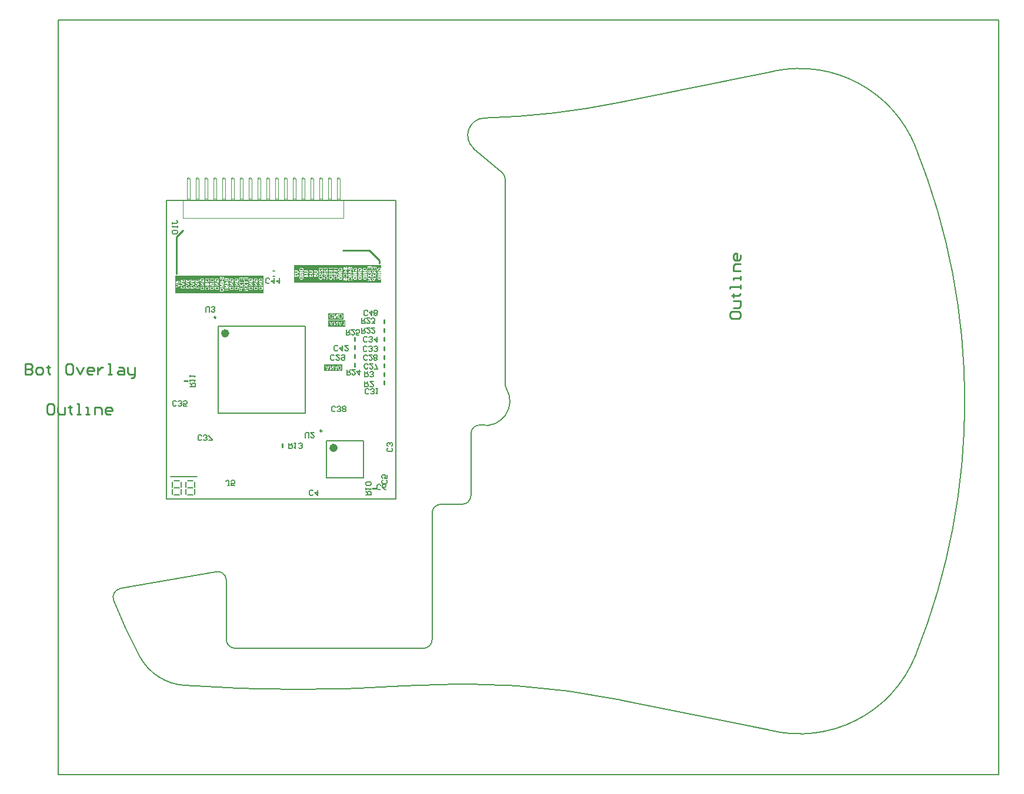
<source format=gbo>
G04 Layer_Color=32896*
%FSLAX25Y25*%
%MOIN*%
G70*
G01*
G75*
%ADD32C,0.01000*%
%ADD34C,0.00600*%
%ADD54C,0.00984*%
%ADD55C,0.00787*%
%ADD56C,0.00800*%
%ADD59C,0.00500*%
%ADD85C,0.00700*%
%ADD140C,0.02362*%
%ADD141C,0.00394*%
G36*
X338743Y340971D02*
X329051D01*
Y344543D01*
X338743D01*
Y340971D01*
D02*
G37*
G36*
X337622Y345038D02*
X329051D01*
Y348687D01*
X337622D01*
Y345038D01*
D02*
G37*
G36*
X292352Y360043D02*
X242182D01*
Y370043D01*
X292352D01*
Y360043D01*
D02*
G37*
G36*
X359051Y365943D02*
X309656D01*
Y375943D01*
X359051D01*
Y365943D01*
D02*
G37*
G36*
X336831Y315771D02*
X326652D01*
Y319387D01*
X336831D01*
Y315771D01*
D02*
G37*
%LPC*%
G36*
X331945Y344043D02*
X331561D01*
X331261Y343266D01*
X330188D01*
X329910Y344043D01*
X329552D01*
X330528Y341482D01*
X330898D01*
X331945Y344043D01*
D02*
G37*
G36*
X336914D02*
X336530D01*
X336230Y343266D01*
X335157D01*
X334879Y344043D01*
X334521D01*
X335497Y341482D01*
X335867D01*
X336914Y344043D01*
D02*
G37*
G36*
X334232D02*
X333880D01*
X332541Y342034D01*
Y344043D01*
X332215D01*
Y341482D01*
X332563D01*
X333906Y343495D01*
Y341482D01*
X334232D01*
Y344043D01*
D02*
G37*
G36*
X338243D02*
X337928D01*
Y342041D01*
X337925Y342045D01*
X337906Y342060D01*
X337884Y342082D01*
X337847Y342108D01*
X337806Y342141D01*
X337754Y342178D01*
X337695Y342219D01*
X337629Y342259D01*
X337625D01*
X337621Y342263D01*
X337599Y342278D01*
X337562Y342296D01*
X337518Y342319D01*
X337466Y342344D01*
X337410Y342370D01*
X337355Y342396D01*
X337299Y342419D01*
Y342115D01*
X337303D01*
X337310Y342108D01*
X337325Y342104D01*
X337344Y342093D01*
X337366Y342082D01*
X337392Y342067D01*
X337455Y342030D01*
X337529Y341989D01*
X337603Y341937D01*
X337680Y341878D01*
X337758Y341815D01*
X337762Y341812D01*
X337766Y341808D01*
X337777Y341797D01*
X337791Y341786D01*
X337825Y341749D01*
X337869Y341704D01*
X337913Y341653D01*
X337962Y341593D01*
X338002Y341534D01*
X338039Y341471D01*
X338243D01*
Y344043D01*
D02*
G37*
%LPD*%
G36*
X330887Y342285D02*
Y342282D01*
X330884Y342270D01*
X330876Y342252D01*
X330869Y342230D01*
X330858Y342204D01*
X330847Y342171D01*
X330835Y342134D01*
X330821Y342097D01*
X330791Y342011D01*
X330761Y341923D01*
X330732Y341834D01*
X330706Y341749D01*
Y341753D01*
X330702Y341760D01*
Y341775D01*
X330695Y341790D01*
X330691Y341815D01*
X330684Y341841D01*
X330669Y341904D01*
X330650Y341978D01*
X330625Y342060D01*
X330599Y342148D01*
X330565Y342241D01*
X330288Y342988D01*
X331154D01*
X330887Y342285D01*
D02*
G37*
G36*
X335856D02*
Y342282D01*
X335853Y342270D01*
X335845Y342252D01*
X335838Y342230D01*
X335827Y342204D01*
X335816Y342171D01*
X335805Y342134D01*
X335790Y342097D01*
X335760Y342011D01*
X335731Y341923D01*
X335701Y341834D01*
X335675Y341749D01*
Y341753D01*
X335671Y341760D01*
Y341775D01*
X335664Y341790D01*
X335660Y341815D01*
X335653Y341841D01*
X335638Y341904D01*
X335619Y341978D01*
X335594Y342060D01*
X335568Y342148D01*
X335534Y342241D01*
X335257Y342988D01*
X336123D01*
X335856Y342285D01*
D02*
G37*
%LPC*%
G36*
X334436Y348143D02*
X334084D01*
X332745Y346134D01*
Y348143D01*
X332419D01*
Y345582D01*
X332767D01*
X334110Y347595D01*
Y345582D01*
X334436D01*
Y348143D01*
D02*
G37*
G36*
X330861Y348187D02*
X330824D01*
X330798Y348183D01*
X330765D01*
X330724Y348180D01*
X330680Y348172D01*
X330632Y348169D01*
X330525Y348147D01*
X330410Y348121D01*
X330292Y348080D01*
X330232Y348058D01*
X330173Y348028D01*
X330169Y348024D01*
X330158Y348021D01*
X330143Y348010D01*
X330121Y347998D01*
X330095Y347980D01*
X330069Y347961D01*
X329999Y347910D01*
X329925Y347843D01*
X329848Y347762D01*
X329773Y347669D01*
X329707Y347562D01*
Y347558D01*
X329699Y347547D01*
X329692Y347532D01*
X329681Y347506D01*
X329670Y347481D01*
X329659Y347444D01*
X329644Y347407D01*
X329629Y347362D01*
X329614Y347314D01*
X329600Y347258D01*
X329589Y347203D01*
X329577Y347144D01*
X329559Y347014D01*
X329552Y346877D01*
Y346874D01*
Y346859D01*
Y346840D01*
X329555Y346814D01*
Y346781D01*
X329559Y346741D01*
X329566Y346700D01*
X329570Y346652D01*
X329581Y346600D01*
X329589Y346544D01*
X329618Y346426D01*
X329655Y346304D01*
X329707Y346182D01*
X329711Y346178D01*
X329714Y346167D01*
X329722Y346152D01*
X329736Y346130D01*
X329751Y346100D01*
X329770Y346071D01*
X329822Y346001D01*
X329885Y345919D01*
X329962Y345841D01*
X330051Y345764D01*
X330103Y345730D01*
X330155Y345697D01*
X330158Y345693D01*
X330169Y345690D01*
X330184Y345682D01*
X330206Y345671D01*
X330236Y345660D01*
X330269Y345645D01*
X330306Y345631D01*
X330351Y345616D01*
X330399Y345601D01*
X330451Y345590D01*
X330506Y345575D01*
X330565Y345564D01*
X330695Y345545D01*
X330761Y345538D01*
X330880D01*
X330902Y345542D01*
X330932D01*
X331002Y345549D01*
X331080Y345560D01*
X331161Y345579D01*
X331250Y345601D01*
X331335Y345631D01*
X331339D01*
X331346Y345634D01*
X331357Y345638D01*
X331372Y345645D01*
X331413Y345668D01*
X331464Y345693D01*
X331520Y345730D01*
X331579Y345775D01*
X331635Y345823D01*
X331686Y345882D01*
X331694Y345889D01*
X331709Y345912D01*
X331731Y345945D01*
X331760Y345993D01*
X331790Y346052D01*
X331823Y346126D01*
X331857Y346208D01*
X331883Y346300D01*
X331575Y346382D01*
Y346378D01*
X331572Y346374D01*
X331568Y346363D01*
X331564Y346348D01*
X331553Y346315D01*
X331538Y346271D01*
X331516Y346219D01*
X331490Y346171D01*
X331464Y346119D01*
X331431Y346075D01*
X331427Y346071D01*
X331416Y346056D01*
X331394Y346038D01*
X331368Y346012D01*
X331335Y345982D01*
X331291Y345952D01*
X331242Y345923D01*
X331187Y345897D01*
X331179Y345893D01*
X331161Y345886D01*
X331128Y345875D01*
X331083Y345860D01*
X331031Y345849D01*
X330972Y345838D01*
X330906Y345830D01*
X330835Y345827D01*
X330795D01*
X330776Y345830D01*
X330754D01*
X330698Y345834D01*
X330636Y345845D01*
X330565Y345856D01*
X330499Y345875D01*
X330432Y345901D01*
X330425Y345904D01*
X330402Y345912D01*
X330373Y345930D01*
X330336Y345949D01*
X330292Y345978D01*
X330243Y346008D01*
X330199Y346045D01*
X330158Y346086D01*
X330155Y346089D01*
X330140Y346104D01*
X330121Y346130D01*
X330099Y346160D01*
X330073Y346197D01*
X330047Y346241D01*
X330021Y346289D01*
X329995Y346341D01*
Y346345D01*
X329992Y346352D01*
X329988Y346363D01*
X329981Y346382D01*
X329973Y346404D01*
X329966Y346430D01*
X329955Y346459D01*
X329947Y346493D01*
X329929Y346570D01*
X329914Y346659D01*
X329903Y346752D01*
X329899Y346855D01*
Y346859D01*
Y346870D01*
Y346888D01*
X329903Y346911D01*
Y346940D01*
X329907Y346977D01*
X329910Y347014D01*
X329914Y347055D01*
X329929Y347147D01*
X329947Y347244D01*
X329977Y347340D01*
X330014Y347432D01*
Y347436D01*
X330021Y347444D01*
X330025Y347455D01*
X330036Y347469D01*
X330062Y347510D01*
X330103Y347562D01*
X330151Y347617D01*
X330210Y347673D01*
X330280Y347725D01*
X330358Y347773D01*
X330362D01*
X330369Y347777D01*
X330380Y347784D01*
X330399Y347791D01*
X330417Y347799D01*
X330443Y347806D01*
X330502Y347828D01*
X330576Y347847D01*
X330658Y347865D01*
X330747Y347880D01*
X330839Y347884D01*
X330876D01*
X330898Y347880D01*
X330921D01*
X330976Y347873D01*
X331043Y347865D01*
X331113Y347850D01*
X331191Y347828D01*
X331268Y347802D01*
X331272D01*
X331279Y347799D01*
X331287Y347795D01*
X331302Y347788D01*
X331342Y347769D01*
X331387Y347747D01*
X331438Y347721D01*
X331494Y347691D01*
X331546Y347658D01*
X331590Y347621D01*
Y347140D01*
X330835D01*
Y346837D01*
X331923D01*
Y347788D01*
X331920Y347791D01*
X331912Y347795D01*
X331897Y347806D01*
X331879Y347821D01*
X331857Y347836D01*
X331831Y347854D01*
X331797Y347876D01*
X331764Y347899D01*
X331686Y347947D01*
X331598Y347998D01*
X331505Y348047D01*
X331405Y348087D01*
X331401D01*
X331394Y348091D01*
X331379Y348095D01*
X331361Y348102D01*
X331335Y348110D01*
X331305Y348121D01*
X331272Y348128D01*
X331239Y348135D01*
X331157Y348154D01*
X331065Y348172D01*
X330965Y348183D01*
X330861Y348187D01*
D02*
G37*
G36*
X335927Y348143D02*
X335005D01*
Y345582D01*
X335989D01*
X336056Y345586D01*
X336130Y345590D01*
X336204Y345597D01*
X336278Y345608D01*
X336341Y345619D01*
X336345D01*
X336352Y345623D01*
X336363D01*
X336378Y345631D01*
X336419Y345642D01*
X336471Y345660D01*
X336530Y345686D01*
X336593Y345719D01*
X336655Y345756D01*
X336715Y345804D01*
X336718Y345808D01*
X336722Y345812D01*
X336733Y345823D01*
X336748Y345834D01*
X336785Y345871D01*
X336829Y345923D01*
X336877Y345986D01*
X336929Y346060D01*
X336977Y346145D01*
X337018Y346241D01*
Y346245D01*
X337022Y346252D01*
X337029Y346267D01*
X337033Y346289D01*
X337044Y346315D01*
X337051Y346345D01*
X337059Y346378D01*
X337070Y346419D01*
X337081Y346459D01*
X337088Y346507D01*
X337107Y346611D01*
X337118Y346726D01*
X337122Y346851D01*
Y346855D01*
Y346863D01*
Y346881D01*
Y346900D01*
X337118Y346925D01*
Y346955D01*
X337114Y347025D01*
X337103Y347107D01*
X337092Y347192D01*
X337074Y347281D01*
X337051Y347370D01*
Y347373D01*
X337048Y347381D01*
X337044Y347392D01*
X337040Y347407D01*
X337025Y347447D01*
X337003Y347499D01*
X336981Y347558D01*
X336951Y347617D01*
X336914Y347680D01*
X336877Y347740D01*
X336874Y347747D01*
X336859Y347765D01*
X336837Y347791D01*
X336807Y347825D01*
X336774Y347862D01*
X336733Y347899D01*
X336693Y347939D01*
X336644Y347973D01*
X336637Y347976D01*
X336622Y347987D01*
X336596Y348002D01*
X336559Y348021D01*
X336515Y348043D01*
X336463Y348061D01*
X336404Y348084D01*
X336337Y348102D01*
X336330D01*
X336319Y348106D01*
X336308Y348110D01*
X336271Y348113D01*
X336219Y348121D01*
X336160Y348128D01*
X336089Y348135D01*
X336012Y348139D01*
X335927Y348143D01*
D02*
G37*
%LPD*%
G36*
X335978Y347836D02*
X336034Y347832D01*
X336097Y347828D01*
X336163Y347821D01*
X336230Y347810D01*
X336285Y347795D01*
X336293Y347791D01*
X336311Y347788D01*
X336337Y347777D01*
X336371Y347762D01*
X336408Y347740D01*
X336445Y347717D01*
X336482Y347691D01*
X336519Y347662D01*
X336522Y347654D01*
X336537Y347640D01*
X336559Y347614D01*
X336585Y347577D01*
X336615Y347529D01*
X336648Y347473D01*
X336678Y347410D01*
X336704Y347340D01*
Y347336D01*
X336707Y347329D01*
X336711Y347318D01*
X336715Y347303D01*
X336718Y347284D01*
X336726Y347258D01*
X336733Y347233D01*
X336741Y347203D01*
X336752Y347129D01*
X336763Y347044D01*
X336770Y346948D01*
X336774Y346844D01*
Y346840D01*
Y346826D01*
Y346807D01*
X336770Y346778D01*
Y346744D01*
X336767Y346707D01*
X336763Y346663D01*
X336759Y346618D01*
X336741Y346518D01*
X336718Y346415D01*
X336685Y346319D01*
X336663Y346271D01*
X336641Y346230D01*
Y346226D01*
X336633Y346219D01*
X336626Y346208D01*
X336618Y346193D01*
X336589Y346156D01*
X336552Y346111D01*
X336504Y346063D01*
X336448Y346015D01*
X336385Y345975D01*
X336319Y345941D01*
X336311Y345938D01*
X336293Y345934D01*
X336260Y345923D01*
X336211Y345912D01*
X336152Y345904D01*
X336078Y345893D01*
X336034Y345889D01*
X335986D01*
X335938Y345886D01*
X335346D01*
Y347839D01*
X335952D01*
X335978Y347836D01*
D02*
G37*
%LPC*%
G36*
X272104Y366506D02*
X271732D01*
X270303Y365534D01*
Y365171D01*
X271728D01*
Y364892D01*
X272104D01*
Y365171D01*
X272555D01*
Y365585D01*
X272104D01*
Y366506D01*
D02*
G37*
G36*
X263502Y365830D02*
X263459Y365389D01*
X263463D01*
X263469Y365386D01*
X263482D01*
X263495Y365383D01*
X263534Y365370D01*
X263582Y365354D01*
X263637Y365334D01*
X263693Y365305D01*
X263741Y365273D01*
X263787Y365231D01*
X263790Y365224D01*
X263803Y365208D01*
X263819Y365182D01*
X263838Y365143D01*
X263858Y365095D01*
X263874Y365040D01*
X263887Y364975D01*
X263890Y364900D01*
Y364897D01*
Y364891D01*
Y364881D01*
Y364865D01*
X263884Y364826D01*
X263877Y364777D01*
X263868Y364725D01*
X263851Y364670D01*
X263829Y364618D01*
X263800Y364573D01*
X263796Y364567D01*
X263783Y364554D01*
X263764Y364537D01*
X263738Y364515D01*
X263706Y364495D01*
X263667Y364476D01*
X263628Y364463D01*
X263582Y364460D01*
X263569D01*
X263553Y364463D01*
X263534Y364466D01*
X263514Y364473D01*
X263492Y364479D01*
X263469Y364492D01*
X263446Y364508D01*
X263443Y364511D01*
X263437Y364518D01*
X263427Y364528D01*
X263414Y364544D01*
X263398Y364567D01*
X263382Y364596D01*
X263365Y364628D01*
X263349Y364670D01*
Y364673D01*
X263343Y364686D01*
X263336Y364709D01*
X263330Y364725D01*
X263327Y364745D01*
X263320Y364767D01*
X263310Y364793D01*
X263304Y364823D01*
X263294Y364855D01*
X263284Y364894D01*
X263275Y364936D01*
X263262Y364981D01*
X263249Y365033D01*
Y365036D01*
X263246Y365049D01*
X263239Y365069D01*
X263232Y365091D01*
X263223Y365121D01*
X263213Y365156D01*
X263200Y365192D01*
X263187Y365234D01*
X263155Y365318D01*
X263116Y365399D01*
X263096Y365441D01*
X263074Y365477D01*
X263051Y365513D01*
X263028Y365542D01*
X263025Y365545D01*
X263019Y365551D01*
X263009Y365561D01*
X262996Y365574D01*
X262977Y365590D01*
X262954Y365607D01*
X262931Y365626D01*
X262902Y365642D01*
X262834Y365681D01*
X262756Y365714D01*
X262714Y365726D01*
X262672Y365736D01*
X262623Y365743D01*
X262575Y365746D01*
X262546D01*
X262513Y365739D01*
X262471Y365733D01*
X262422Y365723D01*
X262368Y365707D01*
X262309Y365684D01*
X262254Y365652D01*
X262251D01*
X262248Y365649D01*
X262228Y365633D01*
X262202Y365613D01*
X262170Y365581D01*
X262134Y365542D01*
X262095Y365493D01*
X262060Y365438D01*
X262027Y365373D01*
Y365370D01*
X262024Y365364D01*
X262021Y365354D01*
X262014Y365341D01*
X262008Y365321D01*
X262001Y365302D01*
X261995Y365276D01*
X261985Y365247D01*
X261972Y365182D01*
X261959Y365108D01*
X261949Y365023D01*
X261946Y364929D01*
Y364923D01*
Y364910D01*
Y364891D01*
X261949Y364861D01*
X261953Y364826D01*
X261956Y364784D01*
X261963Y364741D01*
X261969Y364693D01*
X261992Y364589D01*
X262008Y364537D01*
X262024Y364486D01*
X262047Y364434D01*
X262073Y364385D01*
X262102Y364340D01*
X262134Y364298D01*
X262137Y364294D01*
X262144Y364288D01*
X262154Y364278D01*
X262167Y364265D01*
X262186Y364249D01*
X262209Y364230D01*
X262235Y364210D01*
X262264Y364188D01*
X262299Y364168D01*
X262335Y364149D01*
X262377Y364129D01*
X262422Y364113D01*
X262468Y364097D01*
X262520Y364084D01*
X262572Y364074D01*
X262630Y364071D01*
X262646Y364524D01*
X262640D01*
X262617Y364531D01*
X262588Y364537D01*
X262552Y364550D01*
X262510Y364567D01*
X262471Y364589D01*
X262432Y364618D01*
X262400Y364651D01*
X262397Y364654D01*
X262387Y364667D01*
X262374Y364690D01*
X262361Y364722D01*
X262348Y364761D01*
X262335Y364810D01*
X262325Y364868D01*
X262322Y364936D01*
Y364939D01*
Y364946D01*
Y364955D01*
Y364968D01*
X262325Y365004D01*
X262332Y365046D01*
X262341Y365095D01*
X262358Y365146D01*
X262377Y365195D01*
X262406Y365241D01*
X262410Y365244D01*
X262416Y365250D01*
X262426Y365263D01*
X262442Y365276D01*
X262461Y365289D01*
X262487Y365302D01*
X262513Y365308D01*
X262546Y365312D01*
X262559D01*
X262575Y365308D01*
X262591Y365302D01*
X262614Y365296D01*
X262636Y365286D01*
X262659Y365270D01*
X262682Y365247D01*
X262685Y365244D01*
X262695Y365228D01*
X262701Y365218D01*
X262708Y365202D01*
X262717Y365185D01*
X262727Y365163D01*
X262737Y365137D01*
X262750Y365108D01*
X262763Y365072D01*
X262776Y365036D01*
X262789Y364991D01*
X262802Y364942D01*
X262815Y364891D01*
X262831Y364832D01*
Y364829D01*
X262834Y364816D01*
X262837Y364800D01*
X262844Y364777D01*
X262850Y364751D01*
X262860Y364719D01*
X262870Y364683D01*
X262879Y364648D01*
X262905Y364570D01*
X262931Y364489D01*
X262960Y364411D01*
X262977Y364379D01*
X262993Y364346D01*
Y364343D01*
X262996Y364340D01*
X263009Y364320D01*
X263028Y364291D01*
X263054Y364255D01*
X263087Y364217D01*
X263126Y364175D01*
X263171Y364132D01*
X263223Y364097D01*
X263229Y364093D01*
X263249Y364084D01*
X263278Y364068D01*
X263320Y364051D01*
X263372Y364035D01*
X263433Y364019D01*
X263502Y364009D01*
X263579Y364006D01*
X263612D01*
X263628Y364009D01*
X263650Y364013D01*
X263696Y364019D01*
X263754Y364032D01*
X263816Y364051D01*
X263877Y364081D01*
X263942Y364116D01*
X263945D01*
X263949Y364123D01*
X263968Y364136D01*
X264000Y364162D01*
X264036Y364194D01*
X264078Y364236D01*
X264117Y364291D01*
X264156Y364350D01*
X264192Y364421D01*
Y364424D01*
X264195Y364430D01*
X264198Y364440D01*
X264205Y364456D01*
X264211Y364476D01*
X264217Y364498D01*
X264224Y364524D01*
X264230Y364554D01*
X264240Y364589D01*
X264247Y364625D01*
X264260Y364709D01*
X264269Y364803D01*
X264273Y364907D01*
Y364910D01*
Y364926D01*
Y364949D01*
X264269Y364978D01*
X264266Y365014D01*
X264263Y365053D01*
X264256Y365098D01*
X264247Y365146D01*
X264224Y365253D01*
X264208Y365308D01*
X264192Y365360D01*
X264169Y365415D01*
X264143Y365467D01*
X264114Y365516D01*
X264078Y365561D01*
X264075Y365564D01*
X264069Y365571D01*
X264059Y365584D01*
X264042Y365597D01*
X264020Y365616D01*
X263994Y365636D01*
X263965Y365658D01*
X263932Y365681D01*
X263894Y365704D01*
X263851Y365726D01*
X263803Y365749D01*
X263751Y365772D01*
X263696Y365788D01*
X263634Y365808D01*
X263569Y365820D01*
X263502Y365830D01*
D02*
G37*
G36*
X260727Y365827D02*
X260685Y365386D01*
X260688D01*
X260694Y365383D01*
X260707D01*
X260720Y365380D01*
X260759Y365367D01*
X260808Y365351D01*
X260863Y365331D01*
X260918Y365302D01*
X260966Y365270D01*
X261012Y365228D01*
X261015Y365221D01*
X261028Y365205D01*
X261044Y365179D01*
X261064Y365140D01*
X261083Y365091D01*
X261099Y365036D01*
X261112Y364972D01*
X261116Y364897D01*
Y364894D01*
Y364887D01*
Y364878D01*
Y364861D01*
X261109Y364823D01*
X261103Y364774D01*
X261093Y364722D01*
X261077Y364667D01*
X261054Y364615D01*
X261025Y364570D01*
X261022Y364563D01*
X261009Y364550D01*
X260989Y364534D01*
X260963Y364511D01*
X260931Y364492D01*
X260892Y364473D01*
X260853Y364460D01*
X260808Y364456D01*
X260795D01*
X260779Y364460D01*
X260759Y364463D01*
X260740Y364469D01*
X260717Y364476D01*
X260694Y364489D01*
X260672Y364505D01*
X260668Y364508D01*
X260662Y364515D01*
X260652Y364524D01*
X260639Y364541D01*
X260623Y364563D01*
X260607Y364593D01*
X260591Y364625D01*
X260574Y364667D01*
Y364670D01*
X260568Y364683D01*
X260561Y364706D01*
X260555Y364722D01*
X260552Y364741D01*
X260545Y364764D01*
X260536Y364790D01*
X260529Y364819D01*
X260519Y364852D01*
X260510Y364891D01*
X260500Y364933D01*
X260487Y364978D01*
X260474Y365030D01*
Y365033D01*
X260471Y365046D01*
X260464Y365066D01*
X260458Y365088D01*
X260448Y365117D01*
X260438Y365153D01*
X260425Y365189D01*
X260412Y365231D01*
X260380Y365315D01*
X260341Y365396D01*
X260322Y365438D01*
X260299Y365474D01*
X260276Y365509D01*
X260254Y365539D01*
X260250Y365542D01*
X260244Y365548D01*
X260234Y365558D01*
X260221Y365571D01*
X260202Y365587D01*
X260179Y365603D01*
X260156Y365623D01*
X260127Y365639D01*
X260059Y365678D01*
X259981Y365710D01*
X259939Y365723D01*
X259897Y365733D01*
X259849Y365739D01*
X259800Y365743D01*
X259771D01*
X259738Y365736D01*
X259696Y365730D01*
X259648Y365720D01*
X259593Y365704D01*
X259534Y365681D01*
X259479Y365649D01*
X259476D01*
X259473Y365646D01*
X259453Y365629D01*
X259427Y365610D01*
X259395Y365577D01*
X259359Y365539D01*
X259321Y365490D01*
X259285Y365435D01*
X259253Y365370D01*
Y365367D01*
X259249Y365360D01*
X259246Y365351D01*
X259240Y365338D01*
X259233Y365318D01*
X259227Y365299D01*
X259220Y365273D01*
X259210Y365244D01*
X259197Y365179D01*
X259185Y365104D01*
X259175Y365020D01*
X259172Y364926D01*
Y364920D01*
Y364907D01*
Y364887D01*
X259175Y364858D01*
X259178Y364823D01*
X259181Y364780D01*
X259188Y364738D01*
X259194Y364690D01*
X259217Y364586D01*
X259233Y364534D01*
X259249Y364482D01*
X259272Y364430D01*
X259298Y364382D01*
X259327Y364336D01*
X259359Y364294D01*
X259363Y364291D01*
X259369Y364285D01*
X259379Y364275D01*
X259392Y364262D01*
X259411Y364246D01*
X259434Y364226D01*
X259460Y364207D01*
X259489Y364184D01*
X259525Y364165D01*
X259560Y364145D01*
X259602Y364126D01*
X259648Y364110D01*
X259693Y364093D01*
X259745Y364081D01*
X259797Y364071D01*
X259855Y364068D01*
X259871Y364521D01*
X259865D01*
X259842Y364528D01*
X259813Y364534D01*
X259777Y364547D01*
X259735Y364563D01*
X259696Y364586D01*
X259658Y364615D01*
X259625Y364648D01*
X259622Y364651D01*
X259612Y364664D01*
X259599Y364686D01*
X259586Y364719D01*
X259573Y364758D01*
X259560Y364806D01*
X259551Y364865D01*
X259547Y364933D01*
Y364936D01*
Y364942D01*
Y364952D01*
Y364965D01*
X259551Y365001D01*
X259557Y365043D01*
X259567Y365091D01*
X259583Y365143D01*
X259602Y365192D01*
X259632Y365237D01*
X259635Y365241D01*
X259641Y365247D01*
X259651Y365260D01*
X259667Y365273D01*
X259687Y365286D01*
X259713Y365299D01*
X259738Y365305D01*
X259771Y365308D01*
X259784D01*
X259800Y365305D01*
X259816Y365299D01*
X259839Y365292D01*
X259862Y365283D01*
X259884Y365266D01*
X259907Y365244D01*
X259910Y365241D01*
X259920Y365224D01*
X259926Y365215D01*
X259933Y365198D01*
X259943Y365182D01*
X259952Y365160D01*
X259962Y365134D01*
X259975Y365104D01*
X259988Y365069D01*
X260001Y365033D01*
X260014Y364988D01*
X260027Y364939D01*
X260040Y364887D01*
X260056Y364829D01*
Y364826D01*
X260059Y364813D01*
X260063Y364797D01*
X260069Y364774D01*
X260075Y364748D01*
X260085Y364716D01*
X260095Y364680D01*
X260105Y364644D01*
X260131Y364567D01*
X260156Y364486D01*
X260186Y364408D01*
X260202Y364375D01*
X260218Y364343D01*
Y364340D01*
X260221Y364336D01*
X260234Y364317D01*
X260254Y364288D01*
X260280Y364252D01*
X260312Y364213D01*
X260351Y364171D01*
X260396Y364129D01*
X260448Y364093D01*
X260455Y364090D01*
X260474Y364081D01*
X260503Y364064D01*
X260545Y364048D01*
X260597Y364032D01*
X260659Y364016D01*
X260727Y364006D01*
X260805Y364003D01*
X260837D01*
X260853Y364006D01*
X260876Y364009D01*
X260921Y364016D01*
X260979Y364029D01*
X261041Y364048D01*
X261103Y364077D01*
X261167Y364113D01*
X261171D01*
X261174Y364119D01*
X261193Y364132D01*
X261226Y364158D01*
X261261Y364191D01*
X261303Y364233D01*
X261342Y364288D01*
X261381Y364346D01*
X261417Y364418D01*
Y364421D01*
X261420Y364427D01*
X261423Y364437D01*
X261430Y364453D01*
X261436Y364473D01*
X261443Y364495D01*
X261449Y364521D01*
X261456Y364550D01*
X261465Y364586D01*
X261472Y364622D01*
X261485Y364706D01*
X261495Y364800D01*
X261498Y364903D01*
Y364907D01*
Y364923D01*
Y364946D01*
X261495Y364975D01*
X261491Y365010D01*
X261488Y365049D01*
X261482Y365095D01*
X261472Y365143D01*
X261449Y365250D01*
X261433Y365305D01*
X261417Y365357D01*
X261394Y365412D01*
X261368Y365464D01*
X261339Y365513D01*
X261303Y365558D01*
X261300Y365561D01*
X261294Y365568D01*
X261284Y365581D01*
X261268Y365594D01*
X261245Y365613D01*
X261219Y365633D01*
X261190Y365655D01*
X261158Y365678D01*
X261119Y365701D01*
X261077Y365723D01*
X261028Y365746D01*
X260976Y365769D01*
X260921Y365785D01*
X260860Y365804D01*
X260795Y365817D01*
X260727Y365827D01*
D02*
G37*
G36*
X244354Y366890D02*
X244308Y366462D01*
X244315D01*
X244331Y366459D01*
X244360Y366452D01*
X244393Y366442D01*
X244428Y366430D01*
X244467Y366410D01*
X244503Y366384D01*
X244538Y366355D01*
X244542Y366352D01*
X244551Y366339D01*
X244564Y366319D01*
X244581Y366294D01*
X244597Y366264D01*
X244610Y366229D01*
X244619Y366187D01*
X244623Y366144D01*
Y366138D01*
X244619Y366122D01*
X244616Y366096D01*
X244610Y366063D01*
X244597Y366028D01*
X244577Y365989D01*
X244548Y365950D01*
X244512Y365914D01*
X244506Y365911D01*
X244493Y365898D01*
X244467Y365885D01*
X244428Y365866D01*
X244383Y365850D01*
X244328Y365833D01*
X244260Y365824D01*
X244182Y365820D01*
X244146D01*
X244111Y365824D01*
X244065Y365833D01*
X244014Y365843D01*
X243962Y365859D01*
X243913Y365882D01*
X243871Y365914D01*
X243868Y365918D01*
X243855Y365931D01*
X243839Y365953D01*
X243816Y365979D01*
X243796Y366015D01*
X243780Y366057D01*
X243767Y366106D01*
X243764Y366157D01*
Y366161D01*
Y366167D01*
Y366177D01*
X243767Y366190D01*
X243774Y366222D01*
X243783Y366268D01*
X243803Y366319D01*
X243832Y366374D01*
X243851Y366404D01*
X243874Y366433D01*
X243900Y366462D01*
X243929Y366491D01*
X243881Y366838D01*
X242711Y366617D01*
Y365480D01*
X243113D01*
Y366294D01*
X243495Y366361D01*
Y366358D01*
X243492Y366355D01*
X243482Y366336D01*
X243472Y366306D01*
X243456Y366271D01*
X243443Y366225D01*
X243433Y366177D01*
X243424Y366122D01*
X243421Y366067D01*
Y366063D01*
Y366054D01*
Y366038D01*
X243424Y366018D01*
X243427Y365995D01*
X243430Y365966D01*
X243437Y365934D01*
X243446Y365898D01*
X243472Y365824D01*
X243489Y365782D01*
X243508Y365743D01*
X243534Y365701D01*
X243563Y365658D01*
X243596Y365620D01*
X243631Y365581D01*
X243634Y365577D01*
X243641Y365571D01*
X243654Y365561D01*
X243670Y365548D01*
X243689Y365535D01*
X243715Y365516D01*
X243745Y365500D01*
X243777Y365480D01*
X243813Y365461D01*
X243855Y365445D01*
X243900Y365425D01*
X243945Y365412D01*
X243997Y365399D01*
X244052Y365389D01*
X244111Y365383D01*
X244172Y365380D01*
X244198D01*
X244218Y365383D01*
X244244D01*
X244273Y365389D01*
X244305Y365393D01*
X244338Y365399D01*
X244415Y365419D01*
X244499Y365448D01*
X244545Y365467D01*
X244587Y365487D01*
X244629Y365513D01*
X244671Y365542D01*
X244674Y365545D01*
X244684Y365551D01*
X244697Y365564D01*
X244717Y365581D01*
X244739Y365603D01*
X244765Y365633D01*
X244791Y365665D01*
X244817Y365701D01*
X244846Y365743D01*
X244872Y365788D01*
X244898Y365837D01*
X244921Y365892D01*
X244940Y365950D01*
X244953Y366012D01*
X244963Y366080D01*
X244966Y366151D01*
Y366154D01*
Y366164D01*
Y366180D01*
X244963Y366203D01*
X244960Y366229D01*
X244956Y366261D01*
X244953Y366294D01*
X244947Y366332D01*
X244927Y366410D01*
X244895Y366498D01*
X244879Y366540D01*
X244856Y366582D01*
X244830Y366621D01*
X244801Y366660D01*
X244798Y366663D01*
X244794Y366669D01*
X244785Y366679D01*
X244772Y366692D01*
X244752Y366705D01*
X244733Y366724D01*
X244710Y366741D01*
X244684Y366760D01*
X244652Y366783D01*
X244619Y366802D01*
X244542Y366838D01*
X244454Y366870D01*
X244406Y366880D01*
X244354Y366890D01*
D02*
G37*
G36*
X260866Y367564D02*
X260814Y367149D01*
X260821D01*
X260840Y367146D01*
X260869Y367139D01*
X260905Y367129D01*
X260944Y367113D01*
X260986Y367097D01*
X261025Y367071D01*
X261060Y367042D01*
X261064Y367039D01*
X261073Y367026D01*
X261086Y367006D01*
X261099Y366984D01*
X261116Y366951D01*
X261128Y366916D01*
X261138Y366877D01*
X261141Y366831D01*
Y366825D01*
X261138Y366809D01*
X261135Y366786D01*
X261128Y366754D01*
X261116Y366718D01*
X261099Y366682D01*
X261073Y366643D01*
X261041Y366608D01*
X261038Y366604D01*
X261022Y366592D01*
X260999Y366579D01*
X260970Y366559D01*
X260931Y366543D01*
X260882Y366527D01*
X260827Y366517D01*
X260766Y366514D01*
X260740D01*
X260711Y366517D01*
X260672Y366524D01*
X260630Y366536D01*
X260587Y366553D01*
X260545Y366575D01*
X260506Y366604D01*
X260503Y366608D01*
X260490Y366621D01*
X260474Y366640D01*
X260458Y366663D01*
X260438Y366695D01*
X260425Y366731D01*
X260412Y366770D01*
X260409Y366815D01*
Y366818D01*
Y366831D01*
Y366847D01*
X260412Y366870D01*
X260416Y366899D01*
X260422Y366935D01*
X260432Y366971D01*
X260442Y367013D01*
X260095Y366967D01*
Y366964D01*
Y366961D01*
Y366951D01*
Y366938D01*
X260092Y366906D01*
X260088Y366867D01*
X260079Y366825D01*
X260066Y366779D01*
X260046Y366737D01*
X260020Y366699D01*
X260017Y366695D01*
X260004Y366682D01*
X259988Y366669D01*
X259962Y366650D01*
X259933Y366634D01*
X259897Y366617D01*
X259855Y366608D01*
X259807Y366604D01*
X259787D01*
X259768Y366608D01*
X259742Y366614D01*
X259713Y366621D01*
X259683Y366634D01*
X259651Y366650D01*
X259625Y366673D01*
X259622Y366676D01*
X259615Y366686D01*
X259602Y366699D01*
X259590Y366721D01*
X259580Y366747D01*
X259567Y366776D01*
X259560Y366815D01*
X259557Y366854D01*
Y366857D01*
Y366873D01*
X259560Y366893D01*
X259567Y366919D01*
X259577Y366948D01*
X259590Y366980D01*
X259609Y367013D01*
X259635Y367042D01*
X259638Y367045D01*
X259648Y367055D01*
X259667Y367068D01*
X259693Y367084D01*
X259722Y367100D01*
X259761Y367113D01*
X259807Y367126D01*
X259858Y367136D01*
X259794Y367531D01*
X259790D01*
X259784Y367528D01*
X259774D01*
X259758Y367525D01*
X259722Y367515D01*
X259674Y367502D01*
X259622Y367483D01*
X259567Y367463D01*
X259515Y367437D01*
X259466Y367408D01*
X259460Y367405D01*
X259447Y367392D01*
X259424Y367372D01*
X259395Y367347D01*
X259366Y367314D01*
X259333Y367275D01*
X259301Y367227D01*
X259272Y367175D01*
Y367172D01*
X259269Y367168D01*
X259262Y367149D01*
X259249Y367116D01*
X259236Y367078D01*
X259223Y367029D01*
X259210Y366971D01*
X259204Y366909D01*
X259201Y366841D01*
Y366838D01*
Y366828D01*
Y366812D01*
X259204Y366789D01*
X259207Y366760D01*
X259210Y366731D01*
X259217Y366695D01*
X259227Y366660D01*
X259249Y366579D01*
X259265Y366536D01*
X259288Y366491D01*
X259311Y366449D01*
X259337Y366410D01*
X259369Y366368D01*
X259405Y366332D01*
X259408Y366329D01*
X259411Y366326D01*
X259421Y366316D01*
X259434Y366306D01*
X259466Y366281D01*
X259512Y366251D01*
X259567Y366222D01*
X259632Y366199D01*
X259703Y366180D01*
X259738Y366177D01*
X259777Y366174D01*
X259790D01*
X259807Y366177D01*
X259826Y366180D01*
X259852Y366183D01*
X259881Y366190D01*
X259913Y366199D01*
X259949Y366213D01*
X259985Y366232D01*
X260024Y366251D01*
X260063Y366277D01*
X260101Y366310D01*
X260140Y366349D01*
X260179Y366391D01*
X260215Y366439D01*
X260250Y366498D01*
Y366494D01*
X260254Y366488D01*
Y366478D01*
X260260Y366465D01*
X260270Y366430D01*
X260289Y366387D01*
X260315Y366339D01*
X260348Y366287D01*
X260390Y366235D01*
X260438Y366190D01*
X260445Y366183D01*
X260464Y366170D01*
X260493Y366154D01*
X260536Y366131D01*
X260584Y366109D01*
X260646Y366093D01*
X260711Y366080D01*
X260785Y366073D01*
X260814D01*
X260834Y366076D01*
X260860Y366080D01*
X260889Y366086D01*
X260924Y366093D01*
X260960Y366099D01*
X261038Y366125D01*
X261080Y366144D01*
X261125Y366164D01*
X261167Y366190D01*
X261210Y366219D01*
X261252Y366251D01*
X261291Y366290D01*
X261294Y366294D01*
X261300Y366300D01*
X261310Y366313D01*
X261323Y366329D01*
X261339Y366352D01*
X261355Y366374D01*
X261375Y366407D01*
X261394Y366439D01*
X261414Y366475D01*
X261433Y366517D01*
X261449Y366562D01*
X261465Y366608D01*
X261478Y366660D01*
X261488Y366711D01*
X261495Y366770D01*
X261498Y366828D01*
Y366831D01*
Y366841D01*
Y366857D01*
X261495Y366880D01*
X261491Y366906D01*
X261488Y366935D01*
X261482Y366967D01*
X261475Y367006D01*
X261456Y367084D01*
X261423Y367168D01*
X261404Y367214D01*
X261381Y367252D01*
X261352Y367295D01*
X261323Y367334D01*
X261320Y367337D01*
X261313Y367343D01*
X261303Y367353D01*
X261291Y367366D01*
X261274Y367382D01*
X261252Y367398D01*
X261229Y367418D01*
X261200Y367437D01*
X261167Y367457D01*
X261135Y367479D01*
X261057Y367515D01*
X260966Y367544D01*
X260918Y367557D01*
X260866Y367564D01*
D02*
G37*
G36*
X269330Y367327D02*
X268957D01*
X267528Y366355D01*
Y365992D01*
X268954D01*
Y365714D01*
X269330D01*
Y365992D01*
X269780D01*
Y366407D01*
X269330D01*
Y367327D01*
D02*
G37*
G36*
X278974Y367018D02*
X278595D01*
Y365239D01*
X278974D01*
Y365900D01*
X280837D01*
Y366353D01*
X278974D01*
Y367018D01*
D02*
G37*
G36*
X281664Y367050D02*
X281285D01*
Y365271D01*
X281664D01*
Y365932D01*
X283527D01*
Y366386D01*
X281664D01*
Y367050D01*
D02*
G37*
G36*
X258681Y365853D02*
X256439D01*
Y365415D01*
X257949Y364489D01*
X256439D01*
Y364071D01*
X258681D01*
Y364524D01*
X257204Y365435D01*
X258681D01*
Y365853D01*
D02*
G37*
G36*
X278104D02*
X275862D01*
Y365415D01*
X277372Y364489D01*
X275862D01*
Y364071D01*
X278104D01*
Y364524D01*
X276627Y365435D01*
X278104D01*
Y365853D01*
D02*
G37*
G36*
X267005D02*
X264763D01*
Y365415D01*
X266273Y364489D01*
X264763D01*
Y364071D01*
X267005D01*
Y364524D01*
X265528Y365435D01*
X267005D01*
Y365853D01*
D02*
G37*
G36*
X275329D02*
X273087D01*
Y365415D01*
X274597Y364489D01*
X273087D01*
Y364071D01*
X275329D01*
Y364524D01*
X273852Y365435D01*
X275329D01*
Y365853D01*
D02*
G37*
G36*
X286260D02*
X284018D01*
Y365415D01*
X285528Y364489D01*
X284018D01*
Y364071D01*
X286260D01*
Y364524D01*
X284783Y365435D01*
X286260D01*
Y365853D01*
D02*
G37*
G36*
X280837Y365174D02*
X279670Y364400D01*
X278595Y365103D01*
Y364575D01*
X279265Y364131D01*
X278595Y363687D01*
Y363159D01*
X279670Y363862D01*
X280837Y363091D01*
Y363635D01*
X280079Y364131D01*
X280837Y364630D01*
Y365174D01*
D02*
G37*
G36*
X283527Y365207D02*
X282361Y364432D01*
X281285Y365135D01*
Y364607D01*
X281956Y364163D01*
X281285Y363719D01*
Y363191D01*
X282361Y363894D01*
X283527Y363123D01*
Y363667D01*
X282769Y364163D01*
X283527Y364662D01*
Y365207D01*
D02*
G37*
G36*
X289035Y365853D02*
X286793D01*
Y365415D01*
X288302Y364489D01*
X286793D01*
Y364071D01*
X289035D01*
Y364524D01*
X287557Y365435D01*
X289035D01*
Y365853D01*
D02*
G37*
G36*
X291809D02*
X289567D01*
Y365415D01*
X291077Y364489D01*
X289567D01*
Y364071D01*
X291809D01*
Y364524D01*
X290332Y365435D01*
X291809D01*
Y365853D01*
D02*
G37*
G36*
X290682Y368370D02*
X290646D01*
X290623Y368367D01*
X290591D01*
X290556Y368364D01*
X290517Y368357D01*
X290471Y368351D01*
X290377Y368335D01*
X290270Y368309D01*
X290163Y368273D01*
X290112Y368250D01*
X290060Y368225D01*
X290056Y368221D01*
X290047Y368218D01*
X290034Y368208D01*
X290014Y368199D01*
X289992Y368182D01*
X289966Y368163D01*
X289937Y368140D01*
X289904Y368118D01*
X289872Y368088D01*
X289836Y368056D01*
X289801Y368020D01*
X289765Y367982D01*
X289733Y367939D01*
X289697Y367897D01*
X289639Y367797D01*
Y367794D01*
X289632Y367787D01*
X289629Y367774D01*
X289619Y367758D01*
X289613Y367735D01*
X289603Y367713D01*
X289593Y367680D01*
X289580Y367648D01*
X289570Y367612D01*
X289561Y367570D01*
X289551Y367525D01*
X289541Y367479D01*
X289528Y367376D01*
X289525Y367259D01*
Y367256D01*
Y367240D01*
Y367220D01*
X289528Y367191D01*
X289532Y367155D01*
X289535Y367113D01*
X289538Y367068D01*
X289548Y367019D01*
X289567Y366916D01*
X289600Y366809D01*
X289619Y366754D01*
X289642Y366702D01*
X289668Y366653D01*
X289700Y366608D01*
X289703Y366604D01*
X289707Y366598D01*
X289720Y366585D01*
X289733Y366569D01*
X289749Y366549D01*
X289771Y366530D01*
X289797Y366507D01*
X289826Y366481D01*
X289859Y366456D01*
X289895Y366430D01*
X289933Y366404D01*
X289979Y366381D01*
X290024Y366355D01*
X290073Y366336D01*
X290128Y366316D01*
X290183Y366303D01*
X290267Y366754D01*
X290264D01*
X290261Y366757D01*
X290241Y366763D01*
X290212Y366776D01*
X290173Y366796D01*
X290131Y366818D01*
X290089Y366851D01*
X290047Y366890D01*
X290008Y366935D01*
X290005Y366941D01*
X289992Y366958D01*
X289976Y366987D01*
X289959Y367022D01*
X289940Y367071D01*
X289927Y367126D01*
X289914Y367188D01*
X289911Y367259D01*
Y367262D01*
Y367272D01*
Y367288D01*
X289914Y367308D01*
X289917Y367334D01*
X289920Y367363D01*
X289927Y367395D01*
X289933Y367431D01*
X289956Y367505D01*
X289972Y367544D01*
X289992Y367583D01*
X290014Y367622D01*
X290037Y367661D01*
X290070Y367696D01*
X290102Y367732D01*
X290105Y367735D01*
X290112Y367739D01*
X290121Y367748D01*
X290138Y367758D01*
X290157Y367771D01*
X290180Y367787D01*
X290209Y367803D01*
X290241Y367816D01*
X290280Y367832D01*
X290322Y367849D01*
X290368Y367865D01*
X290416Y367878D01*
X290471Y367888D01*
X290533Y367897D01*
X290594Y367900D01*
X290662Y367904D01*
X290701D01*
X290727Y367900D01*
X290763Y367897D01*
X290798Y367894D01*
X290844Y367888D01*
X290889Y367881D01*
X290986Y367862D01*
X291087Y367829D01*
X291136Y367810D01*
X291181Y367787D01*
X291226Y367758D01*
X291265Y367729D01*
X291268Y367726D01*
X291275Y367719D01*
X291284Y367709D01*
X291298Y367696D01*
X291310Y367677D01*
X291330Y367657D01*
X291346Y367632D01*
X291366Y367602D01*
X291385Y367570D01*
X291401Y367538D01*
X291434Y367457D01*
X291446Y367411D01*
X291456Y367366D01*
X291463Y367314D01*
X291466Y367262D01*
Y367259D01*
Y367256D01*
Y367236D01*
X291463Y367210D01*
X291459Y367172D01*
X291453Y367129D01*
X291443Y367081D01*
X291430Y367029D01*
X291411Y366977D01*
Y366974D01*
X291408Y366971D01*
X291401Y366954D01*
X291388Y366925D01*
X291372Y366893D01*
X291353Y366854D01*
X291330Y366812D01*
X291304Y366770D01*
X291275Y366731D01*
X290986D01*
Y367249D01*
X290607D01*
Y366274D01*
X291508D01*
X291514Y366281D01*
X291521Y366290D01*
X291531Y366300D01*
X291544Y366316D01*
X291557Y366332D01*
X291589Y366378D01*
X291625Y366439D01*
X291667Y366511D01*
X291709Y366592D01*
X291748Y366689D01*
Y366692D01*
X291751Y366702D01*
X291757Y366715D01*
X291764Y366734D01*
X291771Y366760D01*
X291780Y366789D01*
X291790Y366822D01*
X291800Y366857D01*
X291819Y366938D01*
X291835Y367032D01*
X291848Y367129D01*
X291851Y367233D01*
Y367236D01*
Y367249D01*
Y367269D01*
X291848Y367291D01*
Y367324D01*
X291845Y367359D01*
X291839Y367398D01*
X291832Y367444D01*
X291816Y367538D01*
X291790Y367641D01*
X291754Y367748D01*
X291732Y367797D01*
X291706Y367849D01*
X291703Y367852D01*
X291699Y367858D01*
X291689Y367875D01*
X291676Y367891D01*
X291664Y367914D01*
X291644Y367936D01*
X291621Y367965D01*
X291596Y367994D01*
X291537Y368059D01*
X291463Y368124D01*
X291378Y368186D01*
X291281Y368241D01*
X291278D01*
X291268Y368247D01*
X291252Y368254D01*
X291233Y368260D01*
X291207Y368270D01*
X291178Y368283D01*
X291142Y368293D01*
X291103Y368305D01*
X291061Y368319D01*
X291012Y368328D01*
X290912Y368351D01*
X290802Y368364D01*
X290682Y368370D01*
D02*
G37*
G36*
X271826Y368544D02*
X271784Y368103D01*
X271787D01*
X271793Y368100D01*
X271806D01*
X271819Y368096D01*
X271858Y368084D01*
X271907Y368067D01*
X271962Y368048D01*
X272017Y368019D01*
X272065Y367986D01*
X272111Y367944D01*
X272114Y367938D01*
X272127Y367922D01*
X272143Y367896D01*
X272163Y367857D01*
X272182Y367808D01*
X272198Y367753D01*
X272211Y367688D01*
X272215Y367614D01*
Y367611D01*
Y367604D01*
Y367594D01*
Y367578D01*
X272208Y367539D01*
X272201Y367491D01*
X272192Y367439D01*
X272176Y367384D01*
X272153Y367332D01*
X272124Y367286D01*
X272120Y367280D01*
X272108Y367267D01*
X272088Y367251D01*
X272062Y367228D01*
X272030Y367209D01*
X271991Y367189D01*
X271952Y367176D01*
X271907Y367173D01*
X271894D01*
X271878Y367176D01*
X271858Y367180D01*
X271839Y367186D01*
X271816Y367193D01*
X271793Y367206D01*
X271771Y367222D01*
X271767Y367225D01*
X271761Y367231D01*
X271751Y367241D01*
X271738Y367257D01*
X271722Y367280D01*
X271706Y367309D01*
X271690Y367342D01*
X271673Y367384D01*
Y367387D01*
X271667Y367400D01*
X271660Y367423D01*
X271654Y367439D01*
X271651Y367458D01*
X271644Y367481D01*
X271635Y367507D01*
X271628Y367536D01*
X271618Y367568D01*
X271609Y367607D01*
X271599Y367649D01*
X271586Y367695D01*
X271573Y367747D01*
Y367750D01*
X271570Y367763D01*
X271563Y367782D01*
X271557Y367805D01*
X271547Y367834D01*
X271537Y367870D01*
X271524Y367905D01*
X271511Y367948D01*
X271479Y368032D01*
X271440Y368113D01*
X271421Y368155D01*
X271398Y368191D01*
X271375Y368226D01*
X271353Y368255D01*
X271349Y368259D01*
X271343Y368265D01*
X271333Y368275D01*
X271320Y368288D01*
X271301Y368304D01*
X271278Y368320D01*
X271255Y368339D01*
X271226Y368356D01*
X271158Y368395D01*
X271080Y368427D01*
X271038Y368440D01*
X270996Y368450D01*
X270948Y368456D01*
X270899Y368459D01*
X270870D01*
X270837Y368453D01*
X270795Y368446D01*
X270747Y368437D01*
X270692Y368421D01*
X270633Y368398D01*
X270578Y368366D01*
X270575D01*
X270572Y368362D01*
X270552Y368346D01*
X270526Y368327D01*
X270494Y368294D01*
X270458Y368255D01*
X270420Y368207D01*
X270384Y368152D01*
X270352Y368087D01*
Y368084D01*
X270348Y368077D01*
X270345Y368067D01*
X270339Y368054D01*
X270332Y368035D01*
X270326Y368016D01*
X270319Y367990D01*
X270309Y367961D01*
X270296Y367896D01*
X270283Y367821D01*
X270274Y367737D01*
X270270Y367643D01*
Y367636D01*
Y367623D01*
Y367604D01*
X270274Y367575D01*
X270277Y367539D01*
X270280Y367497D01*
X270287Y367455D01*
X270293Y367406D01*
X270316Y367303D01*
X270332Y367251D01*
X270348Y367199D01*
X270371Y367147D01*
X270397Y367099D01*
X270426Y367053D01*
X270458Y367011D01*
X270462Y367008D01*
X270468Y367001D01*
X270478Y366992D01*
X270491Y366979D01*
X270510Y366963D01*
X270533Y366943D01*
X270559Y366924D01*
X270588Y366901D01*
X270624Y366881D01*
X270659Y366862D01*
X270701Y366843D01*
X270747Y366827D01*
X270792Y366810D01*
X270844Y366797D01*
X270896Y366788D01*
X270954Y366784D01*
X270970Y367238D01*
X270964D01*
X270941Y367244D01*
X270912Y367251D01*
X270876Y367264D01*
X270834Y367280D01*
X270795Y367303D01*
X270757Y367332D01*
X270724Y367364D01*
X270721Y367368D01*
X270711Y367380D01*
X270698Y367403D01*
X270685Y367436D01*
X270672Y367475D01*
X270659Y367523D01*
X270650Y367581D01*
X270646Y367649D01*
Y367653D01*
Y367659D01*
Y367669D01*
Y367682D01*
X270650Y367718D01*
X270656Y367760D01*
X270666Y367808D01*
X270682Y367860D01*
X270701Y367909D01*
X270731Y367954D01*
X270734Y367957D01*
X270740Y367964D01*
X270750Y367977D01*
X270766Y367990D01*
X270786Y368003D01*
X270812Y368016D01*
X270837Y368022D01*
X270870Y368025D01*
X270883D01*
X270899Y368022D01*
X270915Y368016D01*
X270938Y368009D01*
X270961Y367999D01*
X270983Y367983D01*
X271006Y367961D01*
X271009Y367957D01*
X271019Y367941D01*
X271025Y367931D01*
X271032Y367915D01*
X271042Y367899D01*
X271051Y367876D01*
X271061Y367850D01*
X271074Y367821D01*
X271087Y367786D01*
X271100Y367750D01*
X271113Y367705D01*
X271126Y367656D01*
X271139Y367604D01*
X271155Y367546D01*
Y367543D01*
X271158Y367530D01*
X271162Y367513D01*
X271168Y367491D01*
X271174Y367465D01*
X271184Y367432D01*
X271194Y367397D01*
X271204Y367361D01*
X271230Y367283D01*
X271255Y367202D01*
X271285Y367125D01*
X271301Y367092D01*
X271317Y367060D01*
Y367056D01*
X271320Y367053D01*
X271333Y367034D01*
X271353Y367005D01*
X271379Y366969D01*
X271411Y366930D01*
X271450Y366888D01*
X271495Y366846D01*
X271547Y366810D01*
X271553Y366807D01*
X271573Y366797D01*
X271602Y366781D01*
X271644Y366765D01*
X271696Y366749D01*
X271758Y366733D01*
X271826Y366723D01*
X271903Y366720D01*
X271936D01*
X271952Y366723D01*
X271975Y366726D01*
X272020Y366733D01*
X272078Y366745D01*
X272140Y366765D01*
X272201Y366794D01*
X272266Y366830D01*
X272270D01*
X272273Y366836D01*
X272292Y366849D01*
X272325Y366875D01*
X272360Y366908D01*
X272402Y366950D01*
X272441Y367005D01*
X272480Y367063D01*
X272516Y367134D01*
Y367138D01*
X272519Y367144D01*
X272522Y367154D01*
X272529Y367170D01*
X272535Y367189D01*
X272542Y367212D01*
X272548Y367238D01*
X272555Y367267D01*
X272564Y367303D01*
X272571Y367338D01*
X272584Y367423D01*
X272594Y367517D01*
X272597Y367620D01*
Y367623D01*
Y367640D01*
Y367662D01*
X272594Y367691D01*
X272590Y367727D01*
X272587Y367766D01*
X272581Y367811D01*
X272571Y367860D01*
X272548Y367967D01*
X272532Y368022D01*
X272516Y368074D01*
X272493Y368129D01*
X272467Y368181D01*
X272438Y368229D01*
X272402Y368275D01*
X272399Y368278D01*
X272393Y368285D01*
X272383Y368297D01*
X272367Y368310D01*
X272344Y368330D01*
X272318Y368349D01*
X272289Y368372D01*
X272257Y368395D01*
X272218Y368417D01*
X272176Y368440D01*
X272127Y368463D01*
X272075Y368485D01*
X272020Y368501D01*
X271958Y368521D01*
X271894Y368534D01*
X271826Y368544D01*
D02*
G37*
G36*
X285132Y368370D02*
X285097D01*
X285074Y368367D01*
X285042D01*
X285006Y368364D01*
X284967Y368357D01*
X284922Y368351D01*
X284828Y368335D01*
X284721Y368309D01*
X284614Y368273D01*
X284562Y368250D01*
X284510Y368225D01*
X284507Y368221D01*
X284497Y368218D01*
X284484Y368208D01*
X284465Y368199D01*
X284442Y368182D01*
X284416Y368163D01*
X284387Y368140D01*
X284355Y368118D01*
X284322Y368088D01*
X284287Y368056D01*
X284251Y368020D01*
X284215Y367982D01*
X284183Y367939D01*
X284147Y367897D01*
X284089Y367797D01*
Y367794D01*
X284083Y367787D01*
X284079Y367774D01*
X284070Y367758D01*
X284063Y367735D01*
X284053Y367713D01*
X284044Y367680D01*
X284031Y367648D01*
X284021Y367612D01*
X284011Y367570D01*
X284002Y367525D01*
X283992Y367479D01*
X283979Y367376D01*
X283976Y367259D01*
Y367256D01*
Y367240D01*
Y367220D01*
X283979Y367191D01*
X283982Y367155D01*
X283985Y367113D01*
X283989Y367068D01*
X283998Y367019D01*
X284018Y366916D01*
X284050Y366809D01*
X284070Y366754D01*
X284092Y366702D01*
X284118Y366653D01*
X284151Y366608D01*
X284154Y366604D01*
X284157Y366598D01*
X284170Y366585D01*
X284183Y366569D01*
X284199Y366549D01*
X284222Y366530D01*
X284248Y366507D01*
X284277Y366481D01*
X284309Y366456D01*
X284345Y366430D01*
X284384Y366404D01*
X284429Y366381D01*
X284475Y366355D01*
X284523Y366336D01*
X284578Y366316D01*
X284633Y366303D01*
X284718Y366754D01*
X284714D01*
X284711Y366757D01*
X284692Y366763D01*
X284663Y366776D01*
X284624Y366796D01*
X284582Y366818D01*
X284540Y366851D01*
X284497Y366890D01*
X284458Y366935D01*
X284455Y366941D01*
X284442Y366958D01*
X284426Y366987D01*
X284410Y367022D01*
X284390Y367071D01*
X284378Y367126D01*
X284365Y367188D01*
X284361Y367259D01*
Y367262D01*
Y367272D01*
Y367288D01*
X284365Y367308D01*
X284368Y367334D01*
X284371Y367363D01*
X284378Y367395D01*
X284384Y367431D01*
X284407Y367505D01*
X284423Y367544D01*
X284442Y367583D01*
X284465Y367622D01*
X284488Y367661D01*
X284520Y367696D01*
X284552Y367732D01*
X284556Y367735D01*
X284562Y367739D01*
X284572Y367748D01*
X284588Y367758D01*
X284608Y367771D01*
X284630Y367787D01*
X284659Y367803D01*
X284692Y367816D01*
X284731Y367832D01*
X284773Y367849D01*
X284818Y367865D01*
X284867Y367878D01*
X284922Y367888D01*
X284983Y367897D01*
X285045Y367900D01*
X285113Y367904D01*
X285152D01*
X285178Y367900D01*
X285213Y367897D01*
X285249Y367894D01*
X285294Y367888D01*
X285340Y367881D01*
X285437Y367862D01*
X285537Y367829D01*
X285586Y367810D01*
X285631Y367787D01*
X285677Y367758D01*
X285716Y367729D01*
X285719Y367726D01*
X285725Y367719D01*
X285735Y367709D01*
X285748Y367696D01*
X285761Y367677D01*
X285780Y367657D01*
X285797Y367632D01*
X285816Y367602D01*
X285836Y367570D01*
X285852Y367538D01*
X285884Y367457D01*
X285897Y367411D01*
X285907Y367366D01*
X285913Y367314D01*
X285916Y367262D01*
Y367259D01*
Y367256D01*
Y367236D01*
X285913Y367210D01*
X285910Y367172D01*
X285904Y367129D01*
X285894Y367081D01*
X285881Y367029D01*
X285861Y366977D01*
Y366974D01*
X285858Y366971D01*
X285852Y366954D01*
X285839Y366925D01*
X285823Y366893D01*
X285803Y366854D01*
X285780Y366812D01*
X285754Y366770D01*
X285725Y366731D01*
X285437D01*
Y367249D01*
X285058D01*
Y366274D01*
X285959D01*
X285965Y366281D01*
X285971Y366290D01*
X285981Y366300D01*
X285994Y366316D01*
X286007Y366332D01*
X286040Y366378D01*
X286075Y366439D01*
X286117Y366511D01*
X286159Y366592D01*
X286198Y366689D01*
Y366692D01*
X286202Y366702D01*
X286208Y366715D01*
X286214Y366734D01*
X286221Y366760D01*
X286231Y366789D01*
X286241Y366822D01*
X286250Y366857D01*
X286270Y366938D01*
X286286Y367032D01*
X286299Y367129D01*
X286302Y367233D01*
Y367236D01*
Y367249D01*
Y367269D01*
X286299Y367291D01*
Y367324D01*
X286296Y367359D01*
X286289Y367398D01*
X286283Y367444D01*
X286266Y367538D01*
X286241Y367641D01*
X286205Y367748D01*
X286182Y367797D01*
X286156Y367849D01*
X286153Y367852D01*
X286150Y367858D01*
X286140Y367875D01*
X286127Y367891D01*
X286114Y367914D01*
X286095Y367936D01*
X286072Y367965D01*
X286046Y367994D01*
X285988Y368059D01*
X285913Y368124D01*
X285829Y368186D01*
X285732Y368241D01*
X285729D01*
X285719Y368247D01*
X285703Y368254D01*
X285683Y368260D01*
X285657Y368270D01*
X285628Y368283D01*
X285593Y368293D01*
X285554Y368305D01*
X285511Y368319D01*
X285463Y368328D01*
X285362Y368351D01*
X285252Y368364D01*
X285132Y368370D01*
D02*
G37*
G36*
X287907D02*
X287872D01*
X287849Y368367D01*
X287816D01*
X287781Y368364D01*
X287742Y368357D01*
X287697Y368351D01*
X287603Y368335D01*
X287496Y368309D01*
X287389Y368273D01*
X287337Y368250D01*
X287285Y368225D01*
X287282Y368221D01*
X287272Y368218D01*
X287259Y368208D01*
X287240Y368199D01*
X287217Y368182D01*
X287191Y368163D01*
X287162Y368140D01*
X287129Y368118D01*
X287097Y368088D01*
X287062Y368056D01*
X287026Y368020D01*
X286990Y367982D01*
X286958Y367939D01*
X286922Y367897D01*
X286864Y367797D01*
Y367794D01*
X286857Y367787D01*
X286854Y367774D01*
X286844Y367758D01*
X286838Y367735D01*
X286828Y367713D01*
X286819Y367680D01*
X286806Y367648D01*
X286796Y367612D01*
X286786Y367570D01*
X286776Y367525D01*
X286767Y367479D01*
X286754Y367376D01*
X286750Y367259D01*
Y367256D01*
Y367240D01*
Y367220D01*
X286754Y367191D01*
X286757Y367155D01*
X286760Y367113D01*
X286763Y367068D01*
X286773Y367019D01*
X286793Y366916D01*
X286825Y366809D01*
X286844Y366754D01*
X286867Y366702D01*
X286893Y366653D01*
X286925Y366608D01*
X286929Y366604D01*
X286932Y366598D01*
X286945Y366585D01*
X286958Y366569D01*
X286974Y366549D01*
X286997Y366530D01*
X287023Y366507D01*
X287052Y366481D01*
X287084Y366456D01*
X287120Y366430D01*
X287159Y366404D01*
X287204Y366381D01*
X287249Y366355D01*
X287298Y366336D01*
X287353Y366316D01*
X287408Y366303D01*
X287492Y366754D01*
X287489D01*
X287486Y366757D01*
X287467Y366763D01*
X287437Y366776D01*
X287398Y366796D01*
X287356Y366818D01*
X287314Y366851D01*
X287272Y366890D01*
X287233Y366935D01*
X287230Y366941D01*
X287217Y366958D01*
X287201Y366987D01*
X287185Y367022D01*
X287165Y367071D01*
X287152Y367126D01*
X287139Y367188D01*
X287136Y367259D01*
Y367262D01*
Y367272D01*
Y367288D01*
X287139Y367308D01*
X287142Y367334D01*
X287146Y367363D01*
X287152Y367395D01*
X287159Y367431D01*
X287181Y367505D01*
X287198Y367544D01*
X287217Y367583D01*
X287240Y367622D01*
X287262Y367661D01*
X287295Y367696D01*
X287327Y367732D01*
X287330Y367735D01*
X287337Y367739D01*
X287347Y367748D01*
X287363Y367758D01*
X287382Y367771D01*
X287405Y367787D01*
X287434Y367803D01*
X287467Y367816D01*
X287505Y367832D01*
X287547Y367849D01*
X287593Y367865D01*
X287641Y367878D01*
X287697Y367888D01*
X287758Y367897D01*
X287820Y367900D01*
X287888Y367904D01*
X287927D01*
X287952Y367900D01*
X287988Y367897D01*
X288024Y367894D01*
X288069Y367888D01*
X288115Y367881D01*
X288212Y367862D01*
X288312Y367829D01*
X288361Y367810D01*
X288406Y367787D01*
X288451Y367758D01*
X288490Y367729D01*
X288494Y367726D01*
X288500Y367719D01*
X288510Y367709D01*
X288523Y367696D01*
X288536Y367677D01*
X288555Y367657D01*
X288571Y367632D01*
X288591Y367602D01*
X288610Y367570D01*
X288626Y367538D01*
X288659Y367457D01*
X288672Y367411D01*
X288682Y367366D01*
X288688Y367314D01*
X288691Y367262D01*
Y367259D01*
Y367256D01*
Y367236D01*
X288688Y367210D01*
X288685Y367172D01*
X288678Y367129D01*
X288668Y367081D01*
X288656Y367029D01*
X288636Y366977D01*
Y366974D01*
X288633Y366971D01*
X288626Y366954D01*
X288613Y366925D01*
X288597Y366893D01*
X288578Y366854D01*
X288555Y366812D01*
X288529Y366770D01*
X288500Y366731D01*
X288212D01*
Y367249D01*
X287833D01*
Y366274D01*
X288733D01*
X288740Y366281D01*
X288746Y366290D01*
X288756Y366300D01*
X288769Y366316D01*
X288782Y366332D01*
X288814Y366378D01*
X288850Y366439D01*
X288892Y366511D01*
X288934Y366592D01*
X288973Y366689D01*
Y366692D01*
X288976Y366702D01*
X288983Y366715D01*
X288989Y366734D01*
X288996Y366760D01*
X289005Y366789D01*
X289015Y366822D01*
X289025Y366857D01*
X289044Y366938D01*
X289061Y367032D01*
X289073Y367129D01*
X289077Y367233D01*
Y367236D01*
Y367249D01*
Y367269D01*
X289073Y367291D01*
Y367324D01*
X289070Y367359D01*
X289064Y367398D01*
X289057Y367444D01*
X289041Y367538D01*
X289015Y367641D01*
X288980Y367748D01*
X288957Y367797D01*
X288931Y367849D01*
X288928Y367852D01*
X288925Y367858D01*
X288915Y367875D01*
X288902Y367891D01*
X288889Y367914D01*
X288869Y367936D01*
X288847Y367965D01*
X288821Y367994D01*
X288762Y368059D01*
X288688Y368124D01*
X288604Y368186D01*
X288507Y368241D01*
X288503D01*
X288494Y368247D01*
X288477Y368254D01*
X288458Y368260D01*
X288432Y368270D01*
X288403Y368283D01*
X288367Y368293D01*
X288328Y368305D01*
X288286Y368319D01*
X288238Y368328D01*
X288137Y368351D01*
X288027Y368364D01*
X287907Y368370D01*
D02*
G37*
G36*
X261456Y368338D02*
X259214D01*
Y367884D01*
X261456D01*
Y368338D01*
D02*
G37*
G36*
X264230Y368341D02*
X261988D01*
Y367888D01*
X264230D01*
Y368341D01*
D02*
G37*
G36*
X280837Y368949D02*
X278595D01*
Y367286D01*
X278974D01*
Y368495D01*
X279469D01*
Y367371D01*
X279849D01*
Y368495D01*
X280458D01*
Y367244D01*
X280837D01*
Y368949D01*
D02*
G37*
G36*
X283527Y368981D02*
X281285D01*
Y367319D01*
X281664D01*
Y368528D01*
X282160D01*
Y367403D01*
X282539D01*
Y368528D01*
X283148D01*
Y367277D01*
X283527D01*
Y368981D01*
D02*
G37*
G36*
X276977Y368370D02*
X276941D01*
X276918Y368367D01*
X276886D01*
X276850Y368364D01*
X276811Y368357D01*
X276766Y368351D01*
X276672Y368335D01*
X276565Y368309D01*
X276458Y368273D01*
X276406Y368250D01*
X276355Y368225D01*
X276351Y368221D01*
X276342Y368218D01*
X276329Y368208D01*
X276309Y368199D01*
X276287Y368182D01*
X276261Y368163D01*
X276231Y368140D01*
X276199Y368118D01*
X276167Y368088D01*
X276131Y368056D01*
X276095Y368020D01*
X276060Y367982D01*
X276027Y367939D01*
X275992Y367897D01*
X275933Y367797D01*
Y367794D01*
X275927Y367787D01*
X275924Y367774D01*
X275914Y367758D01*
X275907Y367735D01*
X275898Y367713D01*
X275888Y367680D01*
X275875Y367648D01*
X275865Y367612D01*
X275856Y367570D01*
X275846Y367525D01*
X275836Y367479D01*
X275823Y367376D01*
X275820Y367259D01*
Y367256D01*
Y367240D01*
Y367220D01*
X275823Y367191D01*
X275826Y367155D01*
X275830Y367113D01*
X275833Y367068D01*
X275843Y367019D01*
X275862Y366916D01*
X275894Y366809D01*
X275914Y366754D01*
X275937Y366702D01*
X275962Y366653D01*
X275995Y366608D01*
X275998Y366604D01*
X276001Y366598D01*
X276014Y366585D01*
X276027Y366569D01*
X276044Y366549D01*
X276066Y366530D01*
X276092Y366507D01*
X276121Y366481D01*
X276154Y366456D01*
X276189Y366430D01*
X276228Y366404D01*
X276274Y366381D01*
X276319Y366355D01*
X276367Y366336D01*
X276423Y366316D01*
X276478Y366303D01*
X276562Y366754D01*
X276559D01*
X276555Y366757D01*
X276536Y366763D01*
X276507Y366776D01*
X276468Y366796D01*
X276426Y366818D01*
X276384Y366851D01*
X276342Y366890D01*
X276303Y366935D01*
X276300Y366941D01*
X276287Y366958D01*
X276270Y366987D01*
X276254Y367022D01*
X276235Y367071D01*
X276222Y367126D01*
X276209Y367188D01*
X276205Y367259D01*
Y367262D01*
Y367272D01*
Y367288D01*
X276209Y367308D01*
X276212Y367334D01*
X276215Y367363D01*
X276222Y367395D01*
X276228Y367431D01*
X276251Y367505D01*
X276267Y367544D01*
X276287Y367583D01*
X276309Y367622D01*
X276332Y367661D01*
X276364Y367696D01*
X276397Y367732D01*
X276400Y367735D01*
X276406Y367739D01*
X276416Y367748D01*
X276432Y367758D01*
X276452Y367771D01*
X276474Y367787D01*
X276504Y367803D01*
X276536Y367816D01*
X276575Y367832D01*
X276617Y367849D01*
X276662Y367865D01*
X276711Y367878D01*
X276766Y367888D01*
X276828Y367897D01*
X276889Y367900D01*
X276957Y367904D01*
X276996D01*
X277022Y367900D01*
X277058Y367897D01*
X277093Y367894D01*
X277139Y367888D01*
X277184Y367881D01*
X277281Y367862D01*
X277382Y367829D01*
X277430Y367810D01*
X277476Y367787D01*
X277521Y367758D01*
X277560Y367729D01*
X277563Y367726D01*
X277570Y367719D01*
X277579Y367709D01*
X277592Y367696D01*
X277605Y367677D01*
X277625Y367657D01*
X277641Y367632D01*
X277660Y367602D01*
X277680Y367570D01*
X277696Y367538D01*
X277728Y367457D01*
X277741Y367411D01*
X277751Y367366D01*
X277758Y367314D01*
X277761Y367262D01*
Y367259D01*
Y367256D01*
Y367236D01*
X277758Y367210D01*
X277754Y367172D01*
X277748Y367129D01*
X277738Y367081D01*
X277725Y367029D01*
X277706Y366977D01*
Y366974D01*
X277702Y366971D01*
X277696Y366954D01*
X277683Y366925D01*
X277667Y366893D01*
X277647Y366854D01*
X277625Y366812D01*
X277599Y366770D01*
X277570Y366731D01*
X277281D01*
Y367249D01*
X276902D01*
Y366274D01*
X277803D01*
X277809Y366281D01*
X277816Y366290D01*
X277825Y366300D01*
X277838Y366316D01*
X277851Y366332D01*
X277884Y366378D01*
X277920Y366439D01*
X277962Y366511D01*
X278004Y366592D01*
X278043Y366689D01*
Y366692D01*
X278046Y366702D01*
X278052Y366715D01*
X278059Y366734D01*
X278065Y366760D01*
X278075Y366789D01*
X278085Y366822D01*
X278094Y366857D01*
X278114Y366938D01*
X278130Y367032D01*
X278143Y367129D01*
X278146Y367233D01*
Y367236D01*
Y367249D01*
Y367269D01*
X278143Y367291D01*
Y367324D01*
X278140Y367359D01*
X278133Y367398D01*
X278127Y367444D01*
X278111Y367538D01*
X278085Y367641D01*
X278049Y367748D01*
X278026Y367797D01*
X278000Y367849D01*
X277997Y367852D01*
X277994Y367858D01*
X277984Y367875D01*
X277971Y367891D01*
X277958Y367914D01*
X277939Y367936D01*
X277916Y367965D01*
X277890Y367994D01*
X277832Y368059D01*
X277758Y368124D01*
X277673Y368186D01*
X277576Y368241D01*
X277573D01*
X277563Y368247D01*
X277547Y368254D01*
X277527Y368260D01*
X277502Y368270D01*
X277472Y368283D01*
X277437Y368293D01*
X277398Y368305D01*
X277356Y368319D01*
X277307Y368328D01*
X277207Y368351D01*
X277097Y368364D01*
X276977Y368370D01*
D02*
G37*
G36*
X249825Y367705D02*
X249774Y367290D01*
X249780D01*
X249799Y367286D01*
X249829Y367280D01*
X249864Y367270D01*
X249903Y367254D01*
X249945Y367238D01*
X249984Y367212D01*
X250020Y367183D01*
X250023Y367180D01*
X250033Y367167D01*
X250046Y367147D01*
X250059Y367125D01*
X250075Y367092D01*
X250088Y367056D01*
X250098Y367018D01*
X250101Y366972D01*
Y366966D01*
X250098Y366950D01*
X250094Y366927D01*
X250088Y366895D01*
X250075Y366859D01*
X250059Y366823D01*
X250033Y366784D01*
X250000Y366749D01*
X249997Y366745D01*
X249981Y366733D01*
X249958Y366720D01*
X249929Y366700D01*
X249890Y366684D01*
X249842Y366668D01*
X249786Y366658D01*
X249725Y366655D01*
X249699D01*
X249670Y366658D01*
X249631Y366665D01*
X249589Y366677D01*
X249547Y366694D01*
X249505Y366716D01*
X249466Y366745D01*
X249463Y366749D01*
X249450Y366762D01*
X249433Y366781D01*
X249417Y366804D01*
X249398Y366836D01*
X249385Y366872D01*
X249372Y366911D01*
X249369Y366956D01*
Y366959D01*
Y366972D01*
Y366988D01*
X249372Y367011D01*
X249375Y367040D01*
X249381Y367076D01*
X249391Y367112D01*
X249401Y367154D01*
X249054Y367108D01*
Y367105D01*
Y367102D01*
Y367092D01*
Y367079D01*
X249051Y367047D01*
X249048Y367008D01*
X249038Y366966D01*
X249025Y366920D01*
X249006Y366878D01*
X248980Y366839D01*
X248976Y366836D01*
X248964Y366823D01*
X248947Y366810D01*
X248921Y366791D01*
X248892Y366775D01*
X248857Y366758D01*
X248815Y366749D01*
X248766Y366745D01*
X248746D01*
X248727Y366749D01*
X248701Y366755D01*
X248672Y366762D01*
X248643Y366775D01*
X248610Y366791D01*
X248585Y366813D01*
X248581Y366817D01*
X248575Y366827D01*
X248562Y366839D01*
X248549Y366862D01*
X248539Y366888D01*
X248526Y366917D01*
X248520Y366956D01*
X248516Y366995D01*
Y366998D01*
Y367014D01*
X248520Y367034D01*
X248526Y367060D01*
X248536Y367089D01*
X248549Y367121D01*
X248568Y367154D01*
X248594Y367183D01*
X248597Y367186D01*
X248607Y367196D01*
X248627Y367209D01*
X248653Y367225D01*
X248682Y367241D01*
X248721Y367254D01*
X248766Y367267D01*
X248818Y367277D01*
X248753Y367672D01*
X248750D01*
X248743Y367669D01*
X248733D01*
X248717Y367666D01*
X248682Y367656D01*
X248633Y367643D01*
X248581Y367623D01*
X248526Y367604D01*
X248474Y367578D01*
X248426Y367549D01*
X248419Y367546D01*
X248406Y367533D01*
X248384Y367513D01*
X248354Y367487D01*
X248325Y367455D01*
X248293Y367416D01*
X248260Y367368D01*
X248231Y367316D01*
Y367313D01*
X248228Y367309D01*
X248222Y367290D01*
X248209Y367257D01*
X248196Y367218D01*
X248183Y367170D01*
X248170Y367112D01*
X248163Y367050D01*
X248160Y366982D01*
Y366979D01*
Y366969D01*
Y366953D01*
X248163Y366930D01*
X248166Y366901D01*
X248170Y366872D01*
X248176Y366836D01*
X248186Y366800D01*
X248209Y366720D01*
X248225Y366677D01*
X248248Y366632D01*
X248270Y366590D01*
X248296Y366551D01*
X248328Y366509D01*
X248364Y366473D01*
X248367Y366470D01*
X248371Y366467D01*
X248380Y366457D01*
X248393Y366447D01*
X248426Y366422D01*
X248471Y366392D01*
X248526Y366363D01*
X248591Y366340D01*
X248662Y366321D01*
X248698Y366318D01*
X248737Y366315D01*
X248750D01*
X248766Y366318D01*
X248785Y366321D01*
X248811Y366324D01*
X248840Y366331D01*
X248873Y366340D01*
X248908Y366353D01*
X248944Y366373D01*
X248983Y366392D01*
X249022Y366418D01*
X249061Y366451D01*
X249100Y366490D01*
X249138Y366532D01*
X249174Y366580D01*
X249210Y366638D01*
Y366635D01*
X249213Y366629D01*
Y366619D01*
X249219Y366606D01*
X249229Y366570D01*
X249249Y366528D01*
X249275Y366480D01*
X249307Y366428D01*
X249349Y366376D01*
X249398Y366331D01*
X249404Y366324D01*
X249424Y366311D01*
X249453Y366295D01*
X249495Y366272D01*
X249543Y366250D01*
X249605Y366233D01*
X249670Y366221D01*
X249744Y366214D01*
X249774D01*
X249793Y366217D01*
X249819Y366221D01*
X249848Y366227D01*
X249884Y366233D01*
X249919Y366240D01*
X249997Y366266D01*
X250039Y366285D01*
X250085Y366305D01*
X250127Y366331D01*
X250169Y366360D01*
X250211Y366392D01*
X250250Y366431D01*
X250253Y366434D01*
X250260Y366441D01*
X250269Y366454D01*
X250282Y366470D01*
X250298Y366493D01*
X250315Y366515D01*
X250334Y366548D01*
X250354Y366580D01*
X250373Y366616D01*
X250392Y366658D01*
X250409Y366703D01*
X250425Y366749D01*
X250438Y366800D01*
X250448Y366852D01*
X250454Y366911D01*
X250457Y366969D01*
Y366972D01*
Y366982D01*
Y366998D01*
X250454Y367021D01*
X250451Y367047D01*
X250448Y367076D01*
X250441Y367108D01*
X250434Y367147D01*
X250415Y367225D01*
X250383Y367309D01*
X250363Y367355D01*
X250341Y367393D01*
X250311Y367436D01*
X250282Y367475D01*
X250279Y367478D01*
X250272Y367484D01*
X250263Y367494D01*
X250250Y367507D01*
X250234Y367523D01*
X250211Y367539D01*
X250188Y367559D01*
X250159Y367578D01*
X250127Y367598D01*
X250094Y367620D01*
X250017Y367656D01*
X249926Y367685D01*
X249877Y367698D01*
X249825Y367705D01*
D02*
G37*
G36*
X252571D02*
X252519Y367290D01*
X252526D01*
X252545Y367286D01*
X252574Y367280D01*
X252610Y367270D01*
X252649Y367254D01*
X252691Y367238D01*
X252730Y367212D01*
X252765Y367183D01*
X252769Y367180D01*
X252778Y367167D01*
X252791Y367147D01*
X252804Y367125D01*
X252820Y367092D01*
X252833Y367056D01*
X252843Y367018D01*
X252846Y366972D01*
Y366966D01*
X252843Y366950D01*
X252840Y366927D01*
X252833Y366895D01*
X252820Y366859D01*
X252804Y366823D01*
X252778Y366784D01*
X252746Y366749D01*
X252743Y366745D01*
X252727Y366733D01*
X252704Y366720D01*
X252675Y366700D01*
X252636Y366684D01*
X252587Y366668D01*
X252532Y366658D01*
X252470Y366655D01*
X252445D01*
X252415Y366658D01*
X252377Y366665D01*
X252334Y366677D01*
X252292Y366694D01*
X252250Y366716D01*
X252211Y366745D01*
X252208Y366749D01*
X252195Y366762D01*
X252179Y366781D01*
X252163Y366804D01*
X252143Y366836D01*
X252130Y366872D01*
X252117Y366911D01*
X252114Y366956D01*
Y366959D01*
Y366972D01*
Y366988D01*
X252117Y367011D01*
X252121Y367040D01*
X252127Y367076D01*
X252137Y367112D01*
X252147Y367154D01*
X251800Y367108D01*
Y367105D01*
Y367102D01*
Y367092D01*
Y367079D01*
X251797Y367047D01*
X251793Y367008D01*
X251784Y366966D01*
X251771Y366920D01*
X251751Y366878D01*
X251725Y366839D01*
X251722Y366836D01*
X251709Y366823D01*
X251693Y366810D01*
X251667Y366791D01*
X251638Y366775D01*
X251602Y366758D01*
X251560Y366749D01*
X251512Y366745D01*
X251492D01*
X251473Y366749D01*
X251447Y366755D01*
X251417Y366762D01*
X251388Y366775D01*
X251356Y366791D01*
X251330Y366813D01*
X251327Y366817D01*
X251320Y366827D01*
X251307Y366839D01*
X251294Y366862D01*
X251285Y366888D01*
X251272Y366917D01*
X251265Y366956D01*
X251262Y366995D01*
Y366998D01*
Y367014D01*
X251265Y367034D01*
X251272Y367060D01*
X251281Y367089D01*
X251294Y367121D01*
X251314Y367154D01*
X251340Y367183D01*
X251343Y367186D01*
X251353Y367196D01*
X251372Y367209D01*
X251398Y367225D01*
X251427Y367241D01*
X251466Y367254D01*
X251512Y367267D01*
X251563Y367277D01*
X251499Y367672D01*
X251495D01*
X251489Y367669D01*
X251479D01*
X251463Y367666D01*
X251427Y367656D01*
X251379Y367643D01*
X251327Y367623D01*
X251272Y367604D01*
X251220Y367578D01*
X251171Y367549D01*
X251165Y367546D01*
X251152Y367533D01*
X251129Y367513D01*
X251100Y367487D01*
X251071Y367455D01*
X251039Y367416D01*
X251006Y367368D01*
X250977Y367316D01*
Y367313D01*
X250974Y367309D01*
X250967Y367290D01*
X250954Y367257D01*
X250941Y367218D01*
X250928Y367170D01*
X250915Y367112D01*
X250909Y367050D01*
X250906Y366982D01*
Y366979D01*
Y366969D01*
Y366953D01*
X250909Y366930D01*
X250912Y366901D01*
X250915Y366872D01*
X250922Y366836D01*
X250932Y366800D01*
X250954Y366720D01*
X250970Y366677D01*
X250993Y366632D01*
X251016Y366590D01*
X251042Y366551D01*
X251074Y366509D01*
X251110Y366473D01*
X251113Y366470D01*
X251116Y366467D01*
X251126Y366457D01*
X251139Y366447D01*
X251171Y366422D01*
X251217Y366392D01*
X251272Y366363D01*
X251337Y366340D01*
X251408Y366321D01*
X251444Y366318D01*
X251482Y366315D01*
X251495D01*
X251512Y366318D01*
X251531Y366321D01*
X251557Y366324D01*
X251586Y366331D01*
X251618Y366340D01*
X251654Y366353D01*
X251690Y366373D01*
X251729Y366392D01*
X251767Y366418D01*
X251806Y366451D01*
X251845Y366490D01*
X251884Y366532D01*
X251920Y366580D01*
X251955Y366638D01*
Y366635D01*
X251959Y366629D01*
Y366619D01*
X251965Y366606D01*
X251975Y366570D01*
X251994Y366528D01*
X252020Y366480D01*
X252053Y366428D01*
X252095Y366376D01*
X252143Y366331D01*
X252150Y366324D01*
X252169Y366311D01*
X252198Y366295D01*
X252240Y366272D01*
X252289Y366250D01*
X252351Y366233D01*
X252415Y366221D01*
X252490Y366214D01*
X252519D01*
X252539Y366217D01*
X252565Y366221D01*
X252594Y366227D01*
X252629Y366233D01*
X252665Y366240D01*
X252743Y366266D01*
X252785Y366285D01*
X252830Y366305D01*
X252872Y366331D01*
X252914Y366360D01*
X252957Y366392D01*
X252995Y366431D01*
X252999Y366434D01*
X253005Y366441D01*
X253015Y366454D01*
X253028Y366470D01*
X253044Y366493D01*
X253060Y366515D01*
X253080Y366548D01*
X253099Y366580D01*
X253118Y366616D01*
X253138Y366658D01*
X253154Y366703D01*
X253170Y366749D01*
X253183Y366800D01*
X253193Y366852D01*
X253200Y366911D01*
X253203Y366969D01*
Y366972D01*
Y366982D01*
Y366998D01*
X253200Y367021D01*
X253196Y367047D01*
X253193Y367076D01*
X253187Y367108D01*
X253180Y367147D01*
X253161Y367225D01*
X253128Y367309D01*
X253109Y367355D01*
X253086Y367393D01*
X253057Y367436D01*
X253028Y367475D01*
X253025Y367478D01*
X253018Y367484D01*
X253008Y367494D01*
X252995Y367507D01*
X252979Y367523D01*
X252957Y367539D01*
X252934Y367559D01*
X252905Y367578D01*
X252872Y367598D01*
X252840Y367620D01*
X252762Y367656D01*
X252671Y367685D01*
X252623Y367698D01*
X252571Y367705D01*
D02*
G37*
G36*
X263641Y367567D02*
X263589Y367152D01*
X263595D01*
X263615Y367149D01*
X263644Y367142D01*
X263680Y367133D01*
X263719Y367116D01*
X263761Y367100D01*
X263800Y367074D01*
X263835Y367045D01*
X263838Y367042D01*
X263848Y367029D01*
X263861Y367009D01*
X263874Y366987D01*
X263890Y366954D01*
X263903Y366919D01*
X263913Y366880D01*
X263916Y366835D01*
Y366828D01*
X263913Y366812D01*
X263910Y366789D01*
X263903Y366757D01*
X263890Y366721D01*
X263874Y366686D01*
X263848Y366647D01*
X263816Y366611D01*
X263812Y366608D01*
X263796Y366595D01*
X263774Y366582D01*
X263744Y366562D01*
X263706Y366546D01*
X263657Y366530D01*
X263602Y366520D01*
X263540Y366517D01*
X263514D01*
X263485Y366520D01*
X263446Y366527D01*
X263404Y366540D01*
X263362Y366556D01*
X263320Y366579D01*
X263281Y366608D01*
X263278Y366611D01*
X263265Y366624D01*
X263249Y366643D01*
X263232Y366666D01*
X263213Y366699D01*
X263200Y366734D01*
X263187Y366773D01*
X263184Y366818D01*
Y366822D01*
Y366835D01*
Y366851D01*
X263187Y366873D01*
X263190Y366903D01*
X263197Y366938D01*
X263207Y366974D01*
X263216Y367016D01*
X262870Y366971D01*
Y366967D01*
Y366964D01*
Y366954D01*
Y366941D01*
X262866Y366909D01*
X262863Y366870D01*
X262854Y366828D01*
X262841Y366783D01*
X262821Y366741D01*
X262795Y366702D01*
X262792Y366699D01*
X262779Y366686D01*
X262763Y366673D01*
X262737Y366653D01*
X262708Y366637D01*
X262672Y366621D01*
X262630Y366611D01*
X262581Y366608D01*
X262562D01*
X262542Y366611D01*
X262516Y366617D01*
X262487Y366624D01*
X262458Y366637D01*
X262426Y366653D01*
X262400Y366676D01*
X262397Y366679D01*
X262390Y366689D01*
X262377Y366702D01*
X262364Y366724D01*
X262354Y366750D01*
X262341Y366779D01*
X262335Y366818D01*
X262332Y366857D01*
Y366861D01*
Y366877D01*
X262335Y366896D01*
X262341Y366922D01*
X262351Y366951D01*
X262364Y366984D01*
X262384Y367016D01*
X262410Y367045D01*
X262413Y367048D01*
X262422Y367058D01*
X262442Y367071D01*
X262468Y367087D01*
X262497Y367104D01*
X262536Y367116D01*
X262581Y367129D01*
X262633Y367139D01*
X262568Y367534D01*
X262565D01*
X262559Y367531D01*
X262549D01*
X262533Y367528D01*
X262497Y367518D01*
X262449Y367505D01*
X262397Y367486D01*
X262341Y367466D01*
X262290Y367440D01*
X262241Y367411D01*
X262235Y367408D01*
X262222Y367395D01*
X262199Y367376D01*
X262170Y367350D01*
X262141Y367317D01*
X262108Y367278D01*
X262076Y367230D01*
X262047Y367178D01*
Y367175D01*
X262043Y367172D01*
X262037Y367152D01*
X262024Y367120D01*
X262011Y367081D01*
X261998Y367032D01*
X261985Y366974D01*
X261979Y366912D01*
X261975Y366844D01*
Y366841D01*
Y366831D01*
Y366815D01*
X261979Y366792D01*
X261982Y366763D01*
X261985Y366734D01*
X261992Y366699D01*
X262001Y366663D01*
X262024Y366582D01*
X262040Y366540D01*
X262063Y366494D01*
X262086Y366452D01*
X262111Y366413D01*
X262144Y366371D01*
X262179Y366336D01*
X262183Y366332D01*
X262186Y366329D01*
X262196Y366319D01*
X262209Y366310D01*
X262241Y366284D01*
X262286Y366255D01*
X262341Y366225D01*
X262406Y366203D01*
X262478Y366183D01*
X262513Y366180D01*
X262552Y366177D01*
X262565D01*
X262581Y366180D01*
X262601Y366183D01*
X262627Y366187D01*
X262656Y366193D01*
X262688Y366203D01*
X262724Y366216D01*
X262759Y366235D01*
X262798Y366255D01*
X262837Y366281D01*
X262876Y366313D01*
X262915Y366352D01*
X262954Y366394D01*
X262989Y366442D01*
X263025Y366501D01*
Y366498D01*
X263028Y366491D01*
Y366481D01*
X263035Y366468D01*
X263045Y366433D01*
X263064Y366391D01*
X263090Y366342D01*
X263122Y366290D01*
X263164Y366238D01*
X263213Y366193D01*
X263220Y366187D01*
X263239Y366174D01*
X263268Y366157D01*
X263310Y366135D01*
X263359Y366112D01*
X263421Y366096D01*
X263485Y366083D01*
X263560Y366076D01*
X263589D01*
X263608Y366080D01*
X263634Y366083D01*
X263664Y366089D01*
X263699Y366096D01*
X263735Y366102D01*
X263812Y366128D01*
X263855Y366148D01*
X263900Y366167D01*
X263942Y366193D01*
X263984Y366222D01*
X264026Y366255D01*
X264065Y366294D01*
X264069Y366297D01*
X264075Y366303D01*
X264085Y366316D01*
X264098Y366332D01*
X264114Y366355D01*
X264130Y366378D01*
X264149Y366410D01*
X264169Y366442D01*
X264188Y366478D01*
X264208Y366520D01*
X264224Y366566D01*
X264240Y366611D01*
X264253Y366663D01*
X264263Y366715D01*
X264269Y366773D01*
X264273Y366831D01*
Y366835D01*
Y366844D01*
Y366861D01*
X264269Y366883D01*
X264266Y366909D01*
X264263Y366938D01*
X264256Y366971D01*
X264250Y367009D01*
X264230Y367087D01*
X264198Y367172D01*
X264179Y367217D01*
X264156Y367256D01*
X264127Y367298D01*
X264098Y367337D01*
X264094Y367340D01*
X264088Y367347D01*
X264078Y367356D01*
X264065Y367369D01*
X264049Y367385D01*
X264026Y367402D01*
X264004Y367421D01*
X263974Y367440D01*
X263942Y367460D01*
X263910Y367483D01*
X263832Y367518D01*
X263741Y367547D01*
X263693Y367560D01*
X263641Y367567D01*
D02*
G37*
G36*
X247080Y367705D02*
X247028Y367290D01*
X247035D01*
X247054Y367286D01*
X247083Y367280D01*
X247119Y367270D01*
X247158Y367254D01*
X247200Y367238D01*
X247239Y367212D01*
X247274Y367183D01*
X247277Y367180D01*
X247287Y367167D01*
X247300Y367147D01*
X247313Y367125D01*
X247329Y367092D01*
X247342Y367056D01*
X247352Y367018D01*
X247355Y366972D01*
Y366966D01*
X247352Y366950D01*
X247349Y366927D01*
X247342Y366895D01*
X247329Y366859D01*
X247313Y366823D01*
X247287Y366784D01*
X247255Y366749D01*
X247252Y366745D01*
X247235Y366733D01*
X247213Y366720D01*
X247183Y366700D01*
X247145Y366684D01*
X247096Y366668D01*
X247041Y366658D01*
X246979Y366655D01*
X246954D01*
X246924Y366658D01*
X246885Y366665D01*
X246843Y366677D01*
X246801Y366694D01*
X246759Y366716D01*
X246720Y366745D01*
X246717Y366749D01*
X246704Y366762D01*
X246688Y366781D01*
X246672Y366804D01*
X246652Y366836D01*
X246639Y366872D01*
X246626Y366911D01*
X246623Y366956D01*
Y366959D01*
Y366972D01*
Y366988D01*
X246626Y367011D01*
X246630Y367040D01*
X246636Y367076D01*
X246646Y367112D01*
X246655Y367154D01*
X246309Y367108D01*
Y367105D01*
Y367102D01*
Y367092D01*
Y367079D01*
X246305Y367047D01*
X246302Y367008D01*
X246292Y366966D01*
X246280Y366920D01*
X246260Y366878D01*
X246234Y366839D01*
X246231Y366836D01*
X246218Y366823D01*
X246202Y366810D01*
X246176Y366791D01*
X246147Y366775D01*
X246111Y366758D01*
X246069Y366749D01*
X246020Y366745D01*
X246001D01*
X245982Y366749D01*
X245955Y366755D01*
X245926Y366762D01*
X245897Y366775D01*
X245865Y366791D01*
X245839Y366813D01*
X245836Y366817D01*
X245829Y366827D01*
X245816Y366839D01*
X245803Y366862D01*
X245794Y366888D01*
X245781Y366917D01*
X245774Y366956D01*
X245771Y366995D01*
Y366998D01*
Y367014D01*
X245774Y367034D01*
X245781Y367060D01*
X245790Y367089D01*
X245803Y367121D01*
X245823Y367154D01*
X245849Y367183D01*
X245852Y367186D01*
X245862Y367196D01*
X245881Y367209D01*
X245907Y367225D01*
X245936Y367241D01*
X245975Y367254D01*
X246020Y367267D01*
X246072Y367277D01*
X246007Y367672D01*
X246004D01*
X245998Y367669D01*
X245988D01*
X245972Y367666D01*
X245936Y367656D01*
X245887Y367643D01*
X245836Y367623D01*
X245781Y367604D01*
X245729Y367578D01*
X245680Y367549D01*
X245674Y367546D01*
X245661Y367533D01*
X245638Y367513D01*
X245609Y367487D01*
X245580Y367455D01*
X245547Y367416D01*
X245515Y367368D01*
X245486Y367316D01*
Y367313D01*
X245482Y367309D01*
X245476Y367290D01*
X245463Y367257D01*
X245450Y367218D01*
X245437Y367170D01*
X245424Y367112D01*
X245418Y367050D01*
X245414Y366982D01*
Y366979D01*
Y366969D01*
Y366953D01*
X245418Y366930D01*
X245421Y366901D01*
X245424Y366872D01*
X245431Y366836D01*
X245440Y366800D01*
X245463Y366720D01*
X245479Y366677D01*
X245502Y366632D01*
X245525Y366590D01*
X245550Y366551D01*
X245583Y366509D01*
X245619Y366473D01*
X245622Y366470D01*
X245625Y366467D01*
X245635Y366457D01*
X245648Y366447D01*
X245680Y366422D01*
X245725Y366392D01*
X245781Y366363D01*
X245845Y366340D01*
X245917Y366321D01*
X245952Y366318D01*
X245991Y366315D01*
X246004D01*
X246020Y366318D01*
X246040Y366321D01*
X246066Y366324D01*
X246095Y366331D01*
X246127Y366340D01*
X246163Y366353D01*
X246199Y366373D01*
X246237Y366392D01*
X246276Y366418D01*
X246315Y366451D01*
X246354Y366490D01*
X246393Y366532D01*
X246429Y366580D01*
X246464Y366638D01*
Y366635D01*
X246467Y366629D01*
Y366619D01*
X246474Y366606D01*
X246484Y366570D01*
X246503Y366528D01*
X246529Y366480D01*
X246561Y366428D01*
X246603Y366376D01*
X246652Y366331D01*
X246659Y366324D01*
X246678Y366311D01*
X246707Y366295D01*
X246749Y366272D01*
X246798Y366250D01*
X246860Y366233D01*
X246924Y366221D01*
X246999Y366214D01*
X247028D01*
X247047Y366217D01*
X247073Y366221D01*
X247102Y366227D01*
X247138Y366233D01*
X247174Y366240D01*
X247252Y366266D01*
X247294Y366285D01*
X247339Y366305D01*
X247381Y366331D01*
X247423Y366360D01*
X247465Y366392D01*
X247504Y366431D01*
X247508Y366434D01*
X247514Y366441D01*
X247524Y366454D01*
X247537Y366470D01*
X247553Y366493D01*
X247569Y366515D01*
X247588Y366548D01*
X247608Y366580D01*
X247627Y366616D01*
X247647Y366658D01*
X247663Y366703D01*
X247679Y366749D01*
X247692Y366800D01*
X247702Y366852D01*
X247708Y366911D01*
X247712Y366969D01*
Y366972D01*
Y366982D01*
Y366998D01*
X247708Y367021D01*
X247705Y367047D01*
X247702Y367076D01*
X247695Y367108D01*
X247689Y367147D01*
X247670Y367225D01*
X247637Y367309D01*
X247618Y367355D01*
X247595Y367393D01*
X247566Y367436D01*
X247537Y367475D01*
X247533Y367478D01*
X247527Y367484D01*
X247517Y367494D01*
X247504Y367507D01*
X247488Y367523D01*
X247465Y367539D01*
X247443Y367559D01*
X247413Y367578D01*
X247381Y367598D01*
X247349Y367620D01*
X247271Y367656D01*
X247180Y367685D01*
X247132Y367698D01*
X247080Y367705D01*
D02*
G37*
G36*
X265878Y368370D02*
X265842D01*
X265819Y368367D01*
X265787D01*
X265751Y368364D01*
X265712Y368357D01*
X265667Y368351D01*
X265573Y368335D01*
X265466Y368309D01*
X265359Y368273D01*
X265307Y368250D01*
X265256Y368225D01*
X265252Y368221D01*
X265243Y368218D01*
X265230Y368208D01*
X265210Y368199D01*
X265188Y368182D01*
X265162Y368163D01*
X265132Y368140D01*
X265100Y368118D01*
X265068Y368088D01*
X265032Y368056D01*
X264996Y368020D01*
X264961Y367982D01*
X264928Y367939D01*
X264893Y367897D01*
X264834Y367797D01*
Y367794D01*
X264828Y367787D01*
X264825Y367774D01*
X264815Y367758D01*
X264809Y367735D01*
X264799Y367713D01*
X264789Y367680D01*
X264776Y367648D01*
X264766Y367612D01*
X264757Y367570D01*
X264747Y367525D01*
X264737Y367479D01*
X264724Y367376D01*
X264721Y367259D01*
Y367256D01*
Y367240D01*
Y367220D01*
X264724Y367191D01*
X264727Y367155D01*
X264731Y367113D01*
X264734Y367068D01*
X264744Y367019D01*
X264763Y366916D01*
X264795Y366809D01*
X264815Y366754D01*
X264838Y366702D01*
X264864Y366653D01*
X264896Y366608D01*
X264899Y366604D01*
X264902Y366598D01*
X264915Y366585D01*
X264928Y366569D01*
X264945Y366549D01*
X264967Y366530D01*
X264993Y366507D01*
X265022Y366481D01*
X265055Y366456D01*
X265090Y366430D01*
X265129Y366404D01*
X265175Y366381D01*
X265220Y366355D01*
X265269Y366336D01*
X265324Y366316D01*
X265379Y366303D01*
X265463Y366754D01*
X265460D01*
X265457Y366757D01*
X265437Y366763D01*
X265408Y366776D01*
X265369Y366796D01*
X265327Y366818D01*
X265285Y366851D01*
X265243Y366890D01*
X265204Y366935D01*
X265200Y366941D01*
X265188Y366958D01*
X265171Y366987D01*
X265155Y367022D01*
X265136Y367071D01*
X265123Y367126D01*
X265110Y367188D01*
X265107Y367259D01*
Y367262D01*
Y367272D01*
Y367288D01*
X265110Y367308D01*
X265113Y367334D01*
X265116Y367363D01*
X265123Y367395D01*
X265129Y367431D01*
X265152Y367505D01*
X265168Y367544D01*
X265188Y367583D01*
X265210Y367622D01*
X265233Y367661D01*
X265265Y367696D01*
X265298Y367732D01*
X265301Y367735D01*
X265307Y367739D01*
X265317Y367748D01*
X265333Y367758D01*
X265353Y367771D01*
X265375Y367787D01*
X265405Y367803D01*
X265437Y367816D01*
X265476Y367832D01*
X265518Y367849D01*
X265563Y367865D01*
X265612Y367878D01*
X265667Y367888D01*
X265729Y367897D01*
X265790Y367900D01*
X265858Y367904D01*
X265897D01*
X265923Y367900D01*
X265959Y367897D01*
X265994Y367894D01*
X266040Y367888D01*
X266085Y367881D01*
X266182Y367862D01*
X266283Y367829D01*
X266331Y367810D01*
X266377Y367787D01*
X266422Y367758D01*
X266461Y367729D01*
X266464Y367726D01*
X266471Y367719D01*
X266480Y367709D01*
X266493Y367696D01*
X266506Y367677D01*
X266526Y367657D01*
X266542Y367632D01*
X266561Y367602D01*
X266581Y367570D01*
X266597Y367538D01*
X266629Y367457D01*
X266642Y367411D01*
X266652Y367366D01*
X266658Y367314D01*
X266662Y367262D01*
Y367259D01*
Y367256D01*
Y367236D01*
X266658Y367210D01*
X266655Y367172D01*
X266649Y367129D01*
X266639Y367081D01*
X266626Y367029D01*
X266607Y366977D01*
Y366974D01*
X266603Y366971D01*
X266597Y366954D01*
X266584Y366925D01*
X266568Y366893D01*
X266548Y366854D01*
X266526Y366812D01*
X266500Y366770D01*
X266471Y366731D01*
X266182D01*
Y367249D01*
X265803D01*
Y366274D01*
X266704D01*
X266710Y366281D01*
X266717Y366290D01*
X266727Y366300D01*
X266740Y366316D01*
X266753Y366332D01*
X266785Y366378D01*
X266821Y366439D01*
X266863Y366511D01*
X266905Y366592D01*
X266944Y366689D01*
Y366692D01*
X266947Y366702D01*
X266953Y366715D01*
X266960Y366734D01*
X266966Y366760D01*
X266976Y366789D01*
X266986Y366822D01*
X266996Y366857D01*
X267015Y366938D01*
X267031Y367032D01*
X267044Y367129D01*
X267047Y367233D01*
Y367236D01*
Y367249D01*
Y367269D01*
X267044Y367291D01*
Y367324D01*
X267041Y367359D01*
X267034Y367398D01*
X267028Y367444D01*
X267012Y367538D01*
X266986Y367641D01*
X266950Y367748D01*
X266927Y367797D01*
X266901Y367849D01*
X266898Y367852D01*
X266895Y367858D01*
X266885Y367875D01*
X266872Y367891D01*
X266859Y367914D01*
X266840Y367936D01*
X266817Y367965D01*
X266791Y367994D01*
X266733Y368059D01*
X266658Y368124D01*
X266574Y368186D01*
X266477Y368241D01*
X266474D01*
X266464Y368247D01*
X266448Y368254D01*
X266428Y368260D01*
X266403Y368270D01*
X266373Y368283D01*
X266338Y368293D01*
X266299Y368305D01*
X266257Y368319D01*
X266208Y368328D01*
X266108Y368351D01*
X265998Y368364D01*
X265878Y368370D01*
D02*
G37*
G36*
X274202D02*
X274166D01*
X274144Y368367D01*
X274111D01*
X274076Y368364D01*
X274037Y368357D01*
X273991Y368351D01*
X273897Y368335D01*
X273790Y368309D01*
X273684Y368273D01*
X273632Y368250D01*
X273580Y368225D01*
X273577Y368221D01*
X273567Y368218D01*
X273554Y368208D01*
X273534Y368199D01*
X273512Y368182D01*
X273486Y368163D01*
X273457Y368140D01*
X273424Y368118D01*
X273392Y368088D01*
X273356Y368056D01*
X273321Y368020D01*
X273285Y367982D01*
X273253Y367939D01*
X273217Y367897D01*
X273159Y367797D01*
Y367794D01*
X273152Y367787D01*
X273149Y367774D01*
X273139Y367758D01*
X273133Y367735D01*
X273123Y367713D01*
X273113Y367680D01*
X273100Y367648D01*
X273091Y367612D01*
X273081Y367570D01*
X273071Y367525D01*
X273061Y367479D01*
X273048Y367376D01*
X273045Y367259D01*
Y367256D01*
Y367240D01*
Y367220D01*
X273048Y367191D01*
X273052Y367155D01*
X273055Y367113D01*
X273058Y367068D01*
X273068Y367019D01*
X273087Y366916D01*
X273120Y366809D01*
X273139Y366754D01*
X273162Y366702D01*
X273188Y366653D01*
X273220Y366608D01*
X273223Y366604D01*
X273227Y366598D01*
X273240Y366585D01*
X273253Y366569D01*
X273269Y366549D01*
X273291Y366530D01*
X273317Y366507D01*
X273346Y366481D01*
X273379Y366456D01*
X273415Y366430D01*
X273453Y366404D01*
X273499Y366381D01*
X273544Y366355D01*
X273593Y366336D01*
X273648Y366316D01*
X273703Y366303D01*
X273787Y366754D01*
X273784D01*
X273781Y366757D01*
X273761Y366763D01*
X273732Y366776D01*
X273693Y366796D01*
X273651Y366818D01*
X273609Y366851D01*
X273567Y366890D01*
X273528Y366935D01*
X273525Y366941D01*
X273512Y366958D01*
X273496Y366987D01*
X273479Y367022D01*
X273460Y367071D01*
X273447Y367126D01*
X273434Y367188D01*
X273431Y367259D01*
Y367262D01*
Y367272D01*
Y367288D01*
X273434Y367308D01*
X273437Y367334D01*
X273441Y367363D01*
X273447Y367395D01*
X273453Y367431D01*
X273476Y367505D01*
X273492Y367544D01*
X273512Y367583D01*
X273534Y367622D01*
X273557Y367661D01*
X273589Y367696D01*
X273622Y367732D01*
X273625Y367735D01*
X273632Y367739D01*
X273641Y367748D01*
X273658Y367758D01*
X273677Y367771D01*
X273700Y367787D01*
X273729Y367803D01*
X273761Y367816D01*
X273800Y367832D01*
X273842Y367849D01*
X273888Y367865D01*
X273936Y367878D01*
X273991Y367888D01*
X274053Y367897D01*
X274114Y367900D01*
X274183Y367904D01*
X274221D01*
X274247Y367900D01*
X274283Y367897D01*
X274319Y367894D01*
X274364Y367888D01*
X274409Y367881D01*
X274506Y367862D01*
X274607Y367829D01*
X274656Y367810D01*
X274701Y367787D01*
X274746Y367758D01*
X274785Y367729D01*
X274788Y367726D01*
X274795Y367719D01*
X274804Y367709D01*
X274817Y367696D01*
X274831Y367677D01*
X274850Y367657D01*
X274866Y367632D01*
X274886Y367602D01*
X274905Y367570D01*
X274921Y367538D01*
X274954Y367457D01*
X274967Y367411D01*
X274976Y367366D01*
X274983Y367314D01*
X274986Y367262D01*
Y367259D01*
Y367256D01*
Y367236D01*
X274983Y367210D01*
X274979Y367172D01*
X274973Y367129D01*
X274963Y367081D01*
X274950Y367029D01*
X274931Y366977D01*
Y366974D01*
X274928Y366971D01*
X274921Y366954D01*
X274908Y366925D01*
X274892Y366893D01*
X274873Y366854D01*
X274850Y366812D01*
X274824Y366770D01*
X274795Y366731D01*
X274506D01*
Y367249D01*
X274127D01*
Y366274D01*
X275028D01*
X275035Y366281D01*
X275041Y366290D01*
X275051Y366300D01*
X275064Y366316D01*
X275077Y366332D01*
X275109Y366378D01*
X275145Y366439D01*
X275187Y366511D01*
X275229Y366592D01*
X275268Y366689D01*
Y366692D01*
X275271Y366702D01*
X275278Y366715D01*
X275284Y366734D01*
X275290Y366760D01*
X275300Y366789D01*
X275310Y366822D01*
X275320Y366857D01*
X275339Y366938D01*
X275355Y367032D01*
X275368Y367129D01*
X275372Y367233D01*
Y367236D01*
Y367249D01*
Y367269D01*
X275368Y367291D01*
Y367324D01*
X275365Y367359D01*
X275359Y367398D01*
X275352Y367444D01*
X275336Y367538D01*
X275310Y367641D01*
X275274Y367748D01*
X275252Y367797D01*
X275226Y367849D01*
X275222Y367852D01*
X275219Y367858D01*
X275209Y367875D01*
X275197Y367891D01*
X275184Y367914D01*
X275164Y367936D01*
X275142Y367965D01*
X275116Y367994D01*
X275057Y368059D01*
X274983Y368124D01*
X274899Y368186D01*
X274801Y368241D01*
X274798D01*
X274788Y368247D01*
X274772Y368254D01*
X274753Y368260D01*
X274727Y368270D01*
X274698Y368283D01*
X274662Y368293D01*
X274623Y368305D01*
X274581Y368319D01*
X274532Y368328D01*
X274432Y368351D01*
X274322Y368364D01*
X274202Y368370D01*
D02*
G37*
G36*
X255317Y367705D02*
X255265Y367290D01*
X255271D01*
X255291Y367286D01*
X255320Y367280D01*
X255355Y367270D01*
X255394Y367254D01*
X255436Y367238D01*
X255475Y367212D01*
X255511Y367183D01*
X255514Y367180D01*
X255524Y367167D01*
X255537Y367147D01*
X255550Y367125D01*
X255566Y367092D01*
X255579Y367056D01*
X255589Y367018D01*
X255592Y366972D01*
Y366966D01*
X255589Y366950D01*
X255586Y366927D01*
X255579Y366895D01*
X255566Y366859D01*
X255550Y366823D01*
X255524Y366784D01*
X255491Y366749D01*
X255488Y366745D01*
X255472Y366733D01*
X255449Y366720D01*
X255420Y366700D01*
X255381Y366684D01*
X255333Y366668D01*
X255278Y366658D01*
X255216Y366655D01*
X255190D01*
X255161Y366658D01*
X255122Y366665D01*
X255080Y366677D01*
X255038Y366694D01*
X254996Y366716D01*
X254957Y366745D01*
X254954Y366749D01*
X254941Y366762D01*
X254925Y366781D01*
X254908Y366804D01*
X254889Y366836D01*
X254876Y366872D01*
X254863Y366911D01*
X254860Y366956D01*
Y366959D01*
Y366972D01*
Y366988D01*
X254863Y367011D01*
X254866Y367040D01*
X254873Y367076D01*
X254882Y367112D01*
X254892Y367154D01*
X254545Y367108D01*
Y367105D01*
Y367102D01*
Y367092D01*
Y367079D01*
X254542Y367047D01*
X254539Y367008D01*
X254529Y366966D01*
X254516Y366920D01*
X254497Y366878D01*
X254471Y366839D01*
X254468Y366836D01*
X254455Y366823D01*
X254438Y366810D01*
X254413Y366791D01*
X254383Y366775D01*
X254348Y366758D01*
X254306Y366749D01*
X254257Y366745D01*
X254238D01*
X254218Y366749D01*
X254192Y366755D01*
X254163Y366762D01*
X254134Y366775D01*
X254102Y366791D01*
X254076Y366813D01*
X254072Y366817D01*
X254066Y366827D01*
X254053Y366839D01*
X254040Y366862D01*
X254030Y366888D01*
X254017Y366917D01*
X254011Y366956D01*
X254008Y366995D01*
Y366998D01*
Y367014D01*
X254011Y367034D01*
X254017Y367060D01*
X254027Y367089D01*
X254040Y367121D01*
X254059Y367154D01*
X254085Y367183D01*
X254089Y367186D01*
X254098Y367196D01*
X254118Y367209D01*
X254144Y367225D01*
X254173Y367241D01*
X254212Y367254D01*
X254257Y367267D01*
X254309Y367277D01*
X254244Y367672D01*
X254241D01*
X254234Y367669D01*
X254225D01*
X254208Y367666D01*
X254173Y367656D01*
X254124Y367643D01*
X254072Y367623D01*
X254017Y367604D01*
X253965Y367578D01*
X253917Y367549D01*
X253910Y367546D01*
X253897Y367533D01*
X253875Y367513D01*
X253846Y367487D01*
X253816Y367455D01*
X253784Y367416D01*
X253752Y367368D01*
X253723Y367316D01*
Y367313D01*
X253719Y367309D01*
X253713Y367290D01*
X253700Y367257D01*
X253687Y367218D01*
X253674Y367170D01*
X253661Y367112D01*
X253654Y367050D01*
X253651Y366982D01*
Y366979D01*
Y366969D01*
Y366953D01*
X253654Y366930D01*
X253658Y366901D01*
X253661Y366872D01*
X253667Y366836D01*
X253677Y366800D01*
X253700Y366720D01*
X253716Y366677D01*
X253739Y366632D01*
X253761Y366590D01*
X253787Y366551D01*
X253820Y366509D01*
X253855Y366473D01*
X253859Y366470D01*
X253862Y366467D01*
X253871Y366457D01*
X253885Y366447D01*
X253917Y366422D01*
X253962Y366392D01*
X254017Y366363D01*
X254082Y366340D01*
X254153Y366321D01*
X254189Y366318D01*
X254228Y366315D01*
X254241D01*
X254257Y366318D01*
X254276Y366321D01*
X254302Y366324D01*
X254332Y366331D01*
X254364Y366340D01*
X254400Y366353D01*
X254435Y366373D01*
X254474Y366392D01*
X254513Y366418D01*
X254552Y366451D01*
X254591Y366490D01*
X254630Y366532D01*
X254665Y366580D01*
X254701Y366638D01*
Y366635D01*
X254704Y366629D01*
Y366619D01*
X254711Y366606D01*
X254720Y366570D01*
X254740Y366528D01*
X254766Y366480D01*
X254798Y366428D01*
X254840Y366376D01*
X254889Y366331D01*
X254895Y366324D01*
X254915Y366311D01*
X254944Y366295D01*
X254986Y366272D01*
X255035Y366250D01*
X255096Y366233D01*
X255161Y366221D01*
X255236Y366214D01*
X255265D01*
X255284Y366217D01*
X255310Y366221D01*
X255339Y366227D01*
X255375Y366233D01*
X255411Y366240D01*
X255488Y366266D01*
X255530Y366285D01*
X255576Y366305D01*
X255618Y366331D01*
X255660Y366360D01*
X255702Y366392D01*
X255741Y366431D01*
X255744Y366434D01*
X255751Y366441D01*
X255760Y366454D01*
X255773Y366470D01*
X255790Y366493D01*
X255806Y366515D01*
X255825Y366548D01*
X255845Y366580D01*
X255864Y366616D01*
X255884Y366658D01*
X255900Y366703D01*
X255916Y366749D01*
X255929Y366800D01*
X255939Y366852D01*
X255945Y366911D01*
X255948Y366969D01*
Y366972D01*
Y366982D01*
Y366998D01*
X255945Y367021D01*
X255942Y367047D01*
X255939Y367076D01*
X255932Y367108D01*
X255926Y367147D01*
X255906Y367225D01*
X255874Y367309D01*
X255854Y367355D01*
X255832Y367393D01*
X255803Y367436D01*
X255773Y367475D01*
X255770Y367478D01*
X255764Y367484D01*
X255754Y367494D01*
X255741Y367507D01*
X255725Y367523D01*
X255702Y367539D01*
X255679Y367559D01*
X255650Y367578D01*
X255618Y367598D01*
X255586Y367620D01*
X255508Y367656D01*
X255417Y367685D01*
X255368Y367698D01*
X255317Y367705D01*
D02*
G37*
G36*
X257554Y368370D02*
X257518D01*
X257495Y368367D01*
X257463D01*
X257427Y368364D01*
X257388Y368357D01*
X257343Y368351D01*
X257249Y368335D01*
X257142Y368309D01*
X257035Y368273D01*
X256983Y368250D01*
X256931Y368225D01*
X256928Y368221D01*
X256918Y368218D01*
X256906Y368208D01*
X256886Y368199D01*
X256863Y368182D01*
X256837Y368163D01*
X256808Y368140D01*
X256776Y368118D01*
X256744Y368088D01*
X256708Y368056D01*
X256672Y368020D01*
X256637Y367982D01*
X256604Y367939D01*
X256569Y367897D01*
X256510Y367797D01*
Y367794D01*
X256504Y367787D01*
X256501Y367774D01*
X256491Y367758D01*
X256484Y367735D01*
X256474Y367713D01*
X256465Y367680D01*
X256452Y367648D01*
X256442Y367612D01*
X256432Y367570D01*
X256423Y367525D01*
X256413Y367479D01*
X256400Y367376D01*
X256397Y367259D01*
Y367256D01*
Y367240D01*
Y367220D01*
X256400Y367191D01*
X256403Y367155D01*
X256406Y367113D01*
X256410Y367068D01*
X256419Y367019D01*
X256439Y366916D01*
X256471Y366809D01*
X256491Y366754D01*
X256513Y366702D01*
X256539Y366653D01*
X256572Y366608D01*
X256575Y366604D01*
X256578Y366598D01*
X256591Y366585D01*
X256604Y366569D01*
X256620Y366549D01*
X256643Y366530D01*
X256669Y366507D01*
X256698Y366481D01*
X256731Y366456D01*
X256766Y366430D01*
X256805Y366404D01*
X256850Y366381D01*
X256896Y366355D01*
X256944Y366336D01*
X256999Y366316D01*
X257054Y366303D01*
X257139Y366754D01*
X257136D01*
X257132Y366757D01*
X257113Y366763D01*
X257084Y366776D01*
X257045Y366796D01*
X257003Y366818D01*
X256961Y366851D01*
X256918Y366890D01*
X256879Y366935D01*
X256876Y366941D01*
X256863Y366958D01*
X256847Y366987D01*
X256831Y367022D01*
X256811Y367071D01*
X256799Y367126D01*
X256786Y367188D01*
X256782Y367259D01*
Y367262D01*
Y367272D01*
Y367288D01*
X256786Y367308D01*
X256789Y367334D01*
X256792Y367363D01*
X256799Y367395D01*
X256805Y367431D01*
X256828Y367505D01*
X256844Y367544D01*
X256863Y367583D01*
X256886Y367622D01*
X256909Y367661D01*
X256941Y367696D01*
X256974Y367732D01*
X256977Y367735D01*
X256983Y367739D01*
X256993Y367748D01*
X257009Y367758D01*
X257029Y367771D01*
X257051Y367787D01*
X257080Y367803D01*
X257113Y367816D01*
X257152Y367832D01*
X257194Y367849D01*
X257239Y367865D01*
X257288Y367878D01*
X257343Y367888D01*
X257404Y367897D01*
X257466Y367900D01*
X257534Y367904D01*
X257573D01*
X257599Y367900D01*
X257634Y367897D01*
X257670Y367894D01*
X257716Y367888D01*
X257761Y367881D01*
X257858Y367862D01*
X257959Y367829D01*
X258007Y367810D01*
X258052Y367787D01*
X258098Y367758D01*
X258137Y367729D01*
X258140Y367726D01*
X258146Y367719D01*
X258156Y367709D01*
X258169Y367696D01*
X258182Y367677D01*
X258202Y367657D01*
X258218Y367632D01*
X258237Y367602D01*
X258257Y367570D01*
X258273Y367538D01*
X258305Y367457D01*
X258318Y367411D01*
X258328Y367366D01*
X258334Y367314D01*
X258337Y367262D01*
Y367259D01*
Y367256D01*
Y367236D01*
X258334Y367210D01*
X258331Y367172D01*
X258325Y367129D01*
X258315Y367081D01*
X258302Y367029D01*
X258282Y366977D01*
Y366974D01*
X258279Y366971D01*
X258273Y366954D01*
X258260Y366925D01*
X258244Y366893D01*
X258224Y366854D01*
X258202Y366812D01*
X258175Y366770D01*
X258146Y366731D01*
X257858D01*
Y367249D01*
X257479D01*
Y366274D01*
X258380D01*
X258386Y366281D01*
X258393Y366290D01*
X258402Y366300D01*
X258415Y366316D01*
X258428Y366332D01*
X258461Y366378D01*
X258496Y366439D01*
X258538Y366511D01*
X258580Y366592D01*
X258619Y366689D01*
Y366692D01*
X258623Y366702D01*
X258629Y366715D01*
X258636Y366734D01*
X258642Y366760D01*
X258652Y366789D01*
X258662Y366822D01*
X258671Y366857D01*
X258691Y366938D01*
X258707Y367032D01*
X258720Y367129D01*
X258723Y367233D01*
Y367236D01*
Y367249D01*
Y367269D01*
X258720Y367291D01*
Y367324D01*
X258717Y367359D01*
X258710Y367398D01*
X258704Y367444D01*
X258687Y367538D01*
X258662Y367641D01*
X258626Y367748D01*
X258603Y367797D01*
X258577Y367849D01*
X258574Y367852D01*
X258571Y367858D01*
X258561Y367875D01*
X258548Y367891D01*
X258535Y367914D01*
X258516Y367936D01*
X258493Y367965D01*
X258467Y367994D01*
X258409Y368059D01*
X258334Y368124D01*
X258250Y368186D01*
X258153Y368241D01*
X258150D01*
X258140Y368247D01*
X258124Y368254D01*
X258104Y368260D01*
X258078Y368270D01*
X258049Y368283D01*
X258014Y368293D01*
X257975Y368305D01*
X257932Y368319D01*
X257884Y368328D01*
X257784Y368351D01*
X257673Y368364D01*
X257554Y368370D01*
D02*
G37*
G36*
X268675Y362895D02*
X268643D01*
X268617Y362892D01*
X268588D01*
X268555Y362888D01*
X268516Y362885D01*
X268474Y362882D01*
X268384Y362869D01*
X268286Y362853D01*
X268189Y362827D01*
X268098Y362794D01*
X268095D01*
X268092Y362791D01*
X268082Y362785D01*
X268069Y362781D01*
X268037Y362762D01*
X267995Y362739D01*
X267946Y362710D01*
X267898Y362674D01*
X267842Y362632D01*
X267791Y362587D01*
X267787Y362584D01*
X267784Y362580D01*
X267768Y362564D01*
X267742Y362535D01*
X267713Y362499D01*
X267680Y362457D01*
X267645Y362409D01*
X267612Y362354D01*
X267586Y362295D01*
Y362292D01*
X267583Y362286D01*
X267577Y362273D01*
X267573Y362256D01*
X267564Y362237D01*
X267557Y362214D01*
X267551Y362185D01*
X267541Y362156D01*
X267525Y362085D01*
X267509Y362004D01*
X267499Y361910D01*
X267496Y361813D01*
Y361806D01*
Y361790D01*
X267499Y361764D01*
Y361732D01*
X267506Y361689D01*
X267512Y361641D01*
X267522Y361586D01*
X267535Y361527D01*
X267551Y361466D01*
X267570Y361401D01*
X267596Y361336D01*
X267625Y361268D01*
X267661Y361203D01*
X267703Y361139D01*
X267752Y361077D01*
X267807Y361019D01*
X267810Y361016D01*
X267820Y361006D01*
X267839Y360990D01*
X267862Y360973D01*
X267894Y360951D01*
X267933Y360925D01*
X267979Y360899D01*
X268030Y360870D01*
X268085Y360841D01*
X268150Y360815D01*
X268221Y360789D01*
X268296Y360766D01*
X268380Y360747D01*
X268468Y360734D01*
X268562Y360724D01*
X268662Y360721D01*
X268685D01*
X268714Y360724D01*
X268753D01*
X268798Y360730D01*
X268850Y360737D01*
X268912Y360747D01*
X268973Y360756D01*
X269041Y360772D01*
X269112Y360792D01*
X269184Y360818D01*
X269255Y360847D01*
X269323Y360879D01*
X269391Y360922D01*
X269456Y360967D01*
X269517Y361019D01*
X269521Y361022D01*
X269531Y361032D01*
X269547Y361048D01*
X269566Y361074D01*
X269589Y361103D01*
X269615Y361139D01*
X269641Y361181D01*
X269670Y361226D01*
X269699Y361281D01*
X269725Y361339D01*
X269751Y361404D01*
X269774Y361476D01*
X269793Y361550D01*
X269809Y361631D01*
X269819Y361715D01*
X269822Y361806D01*
Y361813D01*
Y361829D01*
X269819Y361855D01*
X269816Y361887D01*
X269812Y361929D01*
X269806Y361978D01*
X269796Y362033D01*
X269783Y362091D01*
X269767Y362156D01*
X269747Y362218D01*
X269722Y362286D01*
X269692Y362350D01*
X269660Y362418D01*
X269618Y362480D01*
X269573Y362542D01*
X269517Y362600D01*
X269514Y362603D01*
X269504Y362613D01*
X269485Y362626D01*
X269462Y362645D01*
X269430Y362668D01*
X269391Y362694D01*
X269349Y362720D01*
X269297Y362746D01*
X269242Y362775D01*
X269177Y362801D01*
X269109Y362827D01*
X269035Y362849D01*
X268954Y362869D01*
X268866Y362882D01*
X268772Y362892D01*
X268675Y362895D01*
D02*
G37*
G36*
X283527Y362887D02*
X281285D01*
Y362449D01*
X282795Y361523D01*
X281285D01*
Y361105D01*
X283527D01*
Y361558D01*
X282050Y362469D01*
X283527D01*
Y362887D01*
D02*
G37*
G36*
X258681Y363591D02*
X256439D01*
Y362768D01*
Y362765D01*
Y362755D01*
Y362742D01*
Y362723D01*
Y362697D01*
X256442Y362671D01*
X256445Y362610D01*
X256449Y362542D01*
X256458Y362470D01*
X256468Y362402D01*
X256484Y362341D01*
Y362337D01*
X256487Y362331D01*
X256491Y362321D01*
X256494Y362308D01*
X256510Y362269D01*
X256533Y362224D01*
X256562Y362172D01*
X256598Y362114D01*
X256640Y362059D01*
X256692Y362004D01*
Y362000D01*
X256698Y361997D01*
X256717Y361981D01*
X256750Y361955D01*
X256792Y361926D01*
X256844Y361890D01*
X256906Y361855D01*
X256977Y361819D01*
X257054Y361790D01*
X257058D01*
X257064Y361787D01*
X257077Y361783D01*
X257093Y361777D01*
X257113Y361774D01*
X257139Y361767D01*
X257168Y361761D01*
X257200Y361751D01*
X257236Y361744D01*
X257278Y361738D01*
X257320Y361732D01*
X257369Y361728D01*
X257469Y361719D01*
X257583Y361715D01*
X257628D01*
X257654Y361719D01*
X257680D01*
X257712Y361722D01*
X257748Y361725D01*
X257822Y361732D01*
X257900Y361744D01*
X257981Y361764D01*
X258059Y361787D01*
X258062D01*
X258069Y361790D01*
X258082Y361796D01*
X258101Y361803D01*
X258120Y361809D01*
X258143Y361822D01*
X258202Y361848D01*
X258263Y361881D01*
X258331Y361923D01*
X258396Y361971D01*
X258457Y362026D01*
X258464Y362033D01*
X258477Y362049D01*
X258496Y362075D01*
X258522Y362111D01*
X258551Y362156D01*
X258580Y362208D01*
X258610Y362273D01*
X258636Y362344D01*
Y362347D01*
X258639Y362350D01*
Y362360D01*
X258642Y362370D01*
X258649Y362405D01*
X258658Y362451D01*
X258668Y362506D01*
X258675Y362574D01*
X258678Y362655D01*
X258681Y362742D01*
Y363591D01*
D02*
G37*
G36*
X267005D02*
X264763D01*
Y362768D01*
Y362765D01*
Y362755D01*
Y362742D01*
Y362723D01*
Y362697D01*
X264766Y362671D01*
X264770Y362610D01*
X264773Y362542D01*
X264783Y362470D01*
X264792Y362402D01*
X264809Y362341D01*
Y362337D01*
X264812Y362331D01*
X264815Y362321D01*
X264818Y362308D01*
X264834Y362269D01*
X264857Y362224D01*
X264886Y362172D01*
X264922Y362114D01*
X264964Y362059D01*
X265016Y362004D01*
Y362000D01*
X265022Y361997D01*
X265042Y361981D01*
X265074Y361955D01*
X265116Y361926D01*
X265168Y361890D01*
X265230Y361855D01*
X265301Y361819D01*
X265379Y361790D01*
X265382D01*
X265388Y361787D01*
X265401Y361783D01*
X265418Y361777D01*
X265437Y361774D01*
X265463Y361767D01*
X265492Y361761D01*
X265525Y361751D01*
X265560Y361744D01*
X265602Y361738D01*
X265644Y361732D01*
X265693Y361728D01*
X265793Y361719D01*
X265907Y361715D01*
X265952D01*
X265978Y361719D01*
X266004D01*
X266036Y361722D01*
X266072Y361725D01*
X266147Y361732D01*
X266224Y361744D01*
X266305Y361764D01*
X266383Y361787D01*
X266386D01*
X266393Y361790D01*
X266406Y361796D01*
X266425Y361803D01*
X266445Y361809D01*
X266467Y361822D01*
X266526Y361848D01*
X266587Y361881D01*
X266655Y361923D01*
X266720Y361971D01*
X266782Y362026D01*
X266788Y362033D01*
X266801Y362049D01*
X266821Y362075D01*
X266846Y362111D01*
X266876Y362156D01*
X266905Y362208D01*
X266934Y362273D01*
X266960Y362344D01*
Y362347D01*
X266963Y362350D01*
Y362360D01*
X266966Y362370D01*
X266973Y362405D01*
X266983Y362451D01*
X266992Y362506D01*
X266999Y362574D01*
X267002Y362655D01*
X267005Y362742D01*
Y363591D01*
D02*
G37*
G36*
X280837Y362854D02*
X278595D01*
Y362128D01*
Y362125D01*
Y362109D01*
Y362090D01*
Y362064D01*
Y362028D01*
X278598Y361992D01*
Y361950D01*
Y361908D01*
X278604Y361817D01*
X278611Y361727D01*
X278614Y361688D01*
X278617Y361649D01*
X278624Y361616D01*
X278630Y361591D01*
Y361587D01*
X278634Y361581D01*
X278637Y361571D01*
X278640Y361558D01*
X278656Y361523D01*
X278676Y361477D01*
X278705Y361429D01*
X278744Y361373D01*
X278792Y361322D01*
X278851Y361270D01*
X278854D01*
X278857Y361263D01*
X278867Y361257D01*
X278880Y361250D01*
X278899Y361238D01*
X278919Y361228D01*
X278941Y361215D01*
X278967Y361202D01*
X279032Y361179D01*
X279103Y361157D01*
X279191Y361143D01*
X279285Y361137D01*
X279321D01*
X279337Y361140D01*
X279359D01*
X279405Y361147D01*
X279460Y361157D01*
X279521Y361169D01*
X279580Y361189D01*
X279635Y361215D01*
X279641Y361218D01*
X279657Y361228D01*
X279683Y361244D01*
X279716Y361267D01*
X279748Y361293D01*
X279787Y361328D01*
X279823Y361364D01*
X279855Y361406D01*
X279858Y361412D01*
X279868Y361425D01*
X279881Y361448D01*
X279897Y361477D01*
X279917Y361513D01*
X279933Y361552D01*
X279949Y361594D01*
X279962Y361639D01*
Y361643D01*
Y361646D01*
X279965Y361655D01*
Y361668D01*
X279969Y361685D01*
X279972Y361707D01*
X279975Y361730D01*
Y361759D01*
X279978Y361788D01*
X279981Y361824D01*
X279985Y361863D01*
X279988Y361905D01*
Y361950D01*
X279991Y361999D01*
Y362051D01*
Y362106D01*
Y362401D01*
X280837D01*
Y362854D01*
D02*
G37*
G36*
X272555Y361996D02*
X270313D01*
Y361542D01*
X272555D01*
Y361996D01*
D02*
G37*
G36*
X275329Y363591D02*
X273087D01*
Y362768D01*
Y362765D01*
Y362755D01*
Y362742D01*
Y362723D01*
Y362697D01*
X273091Y362671D01*
X273094Y362610D01*
X273097Y362542D01*
X273107Y362470D01*
X273116Y362402D01*
X273133Y362341D01*
Y362337D01*
X273136Y362331D01*
X273139Y362321D01*
X273142Y362308D01*
X273159Y362269D01*
X273181Y362224D01*
X273211Y362172D01*
X273246Y362114D01*
X273288Y362059D01*
X273340Y362004D01*
Y362000D01*
X273346Y361997D01*
X273366Y361981D01*
X273398Y361955D01*
X273441Y361926D01*
X273492Y361890D01*
X273554Y361855D01*
X273625Y361819D01*
X273703Y361790D01*
X273706D01*
X273713Y361787D01*
X273726Y361783D01*
X273742Y361777D01*
X273761Y361774D01*
X273787Y361767D01*
X273816Y361761D01*
X273849Y361751D01*
X273884Y361744D01*
X273926Y361738D01*
X273969Y361732D01*
X274017Y361728D01*
X274118Y361719D01*
X274231Y361715D01*
X274276D01*
X274302Y361719D01*
X274328D01*
X274361Y361722D01*
X274396Y361725D01*
X274471Y361732D01*
X274549Y361744D01*
X274630Y361764D01*
X274707Y361787D01*
X274711D01*
X274717Y361790D01*
X274730Y361796D01*
X274749Y361803D01*
X274769Y361809D01*
X274792Y361822D01*
X274850Y361848D01*
X274911Y361881D01*
X274979Y361923D01*
X275044Y361971D01*
X275106Y362026D01*
X275112Y362033D01*
X275125Y362049D01*
X275145Y362075D01*
X275171Y362111D01*
X275200Y362156D01*
X275229Y362208D01*
X275258Y362273D01*
X275284Y362344D01*
Y362347D01*
X275287Y362350D01*
Y362360D01*
X275290Y362370D01*
X275297Y362405D01*
X275307Y362451D01*
X275317Y362506D01*
X275323Y362574D01*
X275326Y362655D01*
X275329Y362742D01*
Y363591D01*
D02*
G37*
G36*
X242682Y365286D02*
Y364797D01*
X244341Y364226D01*
X242682Y363679D01*
Y363196D01*
X244924Y363993D01*
Y364482D01*
X242682Y365286D01*
D02*
G37*
G36*
X269780Y365419D02*
X267538D01*
Y364741D01*
X269070Y364340D01*
X267538Y363941D01*
Y363261D01*
X269780D01*
Y363679D01*
X268017Y363682D01*
X269780Y364123D01*
Y364560D01*
X268017Y365001D01*
X269780D01*
Y365419D01*
D02*
G37*
G36*
X252571Y363872D02*
X252519Y363457D01*
X252526D01*
X252545Y363454D01*
X252574Y363447D01*
X252610Y363437D01*
X252649Y363421D01*
X252691Y363405D01*
X252730Y363379D01*
X252765Y363350D01*
X252769Y363347D01*
X252778Y363334D01*
X252791Y363314D01*
X252804Y363292D01*
X252820Y363259D01*
X252833Y363224D01*
X252843Y363185D01*
X252846Y363139D01*
Y363133D01*
X252843Y363117D01*
X252840Y363094D01*
X252833Y363062D01*
X252820Y363026D01*
X252804Y362990D01*
X252778Y362951D01*
X252746Y362916D01*
X252743Y362913D01*
X252727Y362900D01*
X252704Y362887D01*
X252675Y362867D01*
X252636Y362851D01*
X252587Y362835D01*
X252532Y362825D01*
X252470Y362822D01*
X252445D01*
X252415Y362825D01*
X252377Y362831D01*
X252334Y362844D01*
X252292Y362861D01*
X252250Y362883D01*
X252211Y362913D01*
X252208Y362916D01*
X252195Y362929D01*
X252179Y362948D01*
X252163Y362971D01*
X252143Y363003D01*
X252130Y363039D01*
X252117Y363078D01*
X252114Y363123D01*
Y363126D01*
Y363139D01*
Y363156D01*
X252117Y363178D01*
X252121Y363207D01*
X252127Y363243D01*
X252137Y363279D01*
X252147Y363321D01*
X251800Y363275D01*
Y363272D01*
Y363269D01*
Y363259D01*
Y363246D01*
X251797Y363214D01*
X251793Y363175D01*
X251784Y363133D01*
X251771Y363088D01*
X251751Y363045D01*
X251725Y363006D01*
X251722Y363003D01*
X251709Y362990D01*
X251693Y362977D01*
X251667Y362958D01*
X251638Y362942D01*
X251602Y362926D01*
X251560Y362916D01*
X251512Y362913D01*
X251492D01*
X251473Y362916D01*
X251447Y362922D01*
X251417Y362929D01*
X251388Y362942D01*
X251356Y362958D01*
X251330Y362981D01*
X251327Y362984D01*
X251320Y362994D01*
X251307Y363006D01*
X251294Y363029D01*
X251285Y363055D01*
X251272Y363084D01*
X251265Y363123D01*
X251262Y363162D01*
Y363165D01*
Y363181D01*
X251265Y363201D01*
X251272Y363227D01*
X251281Y363256D01*
X251294Y363288D01*
X251314Y363321D01*
X251340Y363350D01*
X251343Y363353D01*
X251353Y363363D01*
X251372Y363376D01*
X251398Y363392D01*
X251427Y363408D01*
X251466Y363421D01*
X251512Y363434D01*
X251563Y363444D01*
X251499Y363839D01*
X251495D01*
X251489Y363836D01*
X251479D01*
X251463Y363833D01*
X251427Y363823D01*
X251379Y363810D01*
X251327Y363791D01*
X251272Y363771D01*
X251220Y363745D01*
X251171Y363716D01*
X251165Y363713D01*
X251152Y363700D01*
X251129Y363680D01*
X251100Y363654D01*
X251071Y363622D01*
X251039Y363583D01*
X251006Y363535D01*
X250977Y363483D01*
Y363479D01*
X250974Y363476D01*
X250967Y363457D01*
X250954Y363424D01*
X250941Y363386D01*
X250928Y363337D01*
X250915Y363279D01*
X250909Y363217D01*
X250906Y363149D01*
Y363146D01*
Y363136D01*
Y363120D01*
X250909Y363097D01*
X250912Y363068D01*
X250915Y363039D01*
X250922Y363003D01*
X250932Y362968D01*
X250954Y362887D01*
X250970Y362844D01*
X250993Y362799D01*
X251016Y362757D01*
X251042Y362718D01*
X251074Y362676D01*
X251110Y362640D01*
X251113Y362637D01*
X251116Y362634D01*
X251126Y362624D01*
X251139Y362614D01*
X251171Y362589D01*
X251217Y362559D01*
X251272Y362530D01*
X251337Y362508D01*
X251408Y362488D01*
X251444Y362485D01*
X251482Y362482D01*
X251495D01*
X251512Y362485D01*
X251531Y362488D01*
X251557Y362491D01*
X251586Y362498D01*
X251618Y362508D01*
X251654Y362521D01*
X251690Y362540D01*
X251729Y362559D01*
X251767Y362585D01*
X251806Y362618D01*
X251845Y362657D01*
X251884Y362699D01*
X251920Y362747D01*
X251955Y362806D01*
Y362802D01*
X251959Y362796D01*
Y362786D01*
X251965Y362773D01*
X251975Y362738D01*
X251994Y362696D01*
X252020Y362647D01*
X252053Y362595D01*
X252095Y362543D01*
X252143Y362498D01*
X252150Y362491D01*
X252169Y362478D01*
X252198Y362462D01*
X252240Y362439D01*
X252289Y362417D01*
X252351Y362401D01*
X252415Y362388D01*
X252490Y362381D01*
X252519D01*
X252539Y362384D01*
X252565Y362388D01*
X252594Y362394D01*
X252629Y362401D01*
X252665Y362407D01*
X252743Y362433D01*
X252785Y362453D01*
X252830Y362472D01*
X252872Y362498D01*
X252914Y362527D01*
X252957Y362559D01*
X252995Y362598D01*
X252999Y362601D01*
X253005Y362608D01*
X253015Y362621D01*
X253028Y362637D01*
X253044Y362660D01*
X253060Y362683D01*
X253080Y362715D01*
X253099Y362747D01*
X253118Y362783D01*
X253138Y362825D01*
X253154Y362870D01*
X253170Y362916D01*
X253183Y362968D01*
X253193Y363019D01*
X253200Y363078D01*
X253203Y363136D01*
Y363139D01*
Y363149D01*
Y363165D01*
X253200Y363188D01*
X253196Y363214D01*
X253193Y363243D01*
X253187Y363275D01*
X253180Y363314D01*
X253161Y363392D01*
X253128Y363476D01*
X253109Y363522D01*
X253086Y363561D01*
X253057Y363603D01*
X253028Y363642D01*
X253025Y363645D01*
X253018Y363651D01*
X253008Y363661D01*
X252995Y363674D01*
X252979Y363690D01*
X252957Y363706D01*
X252934Y363726D01*
X252905Y363745D01*
X252872Y363765D01*
X252840Y363787D01*
X252762Y363823D01*
X252671Y363852D01*
X252623Y363865D01*
X252571Y363872D01*
D02*
G37*
G36*
X255317D02*
X255265Y363457D01*
X255271D01*
X255291Y363454D01*
X255320Y363447D01*
X255355Y363437D01*
X255394Y363421D01*
X255436Y363405D01*
X255475Y363379D01*
X255511Y363350D01*
X255514Y363347D01*
X255524Y363334D01*
X255537Y363314D01*
X255550Y363292D01*
X255566Y363259D01*
X255579Y363224D01*
X255589Y363185D01*
X255592Y363139D01*
Y363133D01*
X255589Y363117D01*
X255586Y363094D01*
X255579Y363062D01*
X255566Y363026D01*
X255550Y362990D01*
X255524Y362951D01*
X255491Y362916D01*
X255488Y362913D01*
X255472Y362900D01*
X255449Y362887D01*
X255420Y362867D01*
X255381Y362851D01*
X255333Y362835D01*
X255278Y362825D01*
X255216Y362822D01*
X255190D01*
X255161Y362825D01*
X255122Y362831D01*
X255080Y362844D01*
X255038Y362861D01*
X254996Y362883D01*
X254957Y362913D01*
X254954Y362916D01*
X254941Y362929D01*
X254925Y362948D01*
X254908Y362971D01*
X254889Y363003D01*
X254876Y363039D01*
X254863Y363078D01*
X254860Y363123D01*
Y363126D01*
Y363139D01*
Y363156D01*
X254863Y363178D01*
X254866Y363207D01*
X254873Y363243D01*
X254882Y363279D01*
X254892Y363321D01*
X254545Y363275D01*
Y363272D01*
Y363269D01*
Y363259D01*
Y363246D01*
X254542Y363214D01*
X254539Y363175D01*
X254529Y363133D01*
X254516Y363088D01*
X254497Y363045D01*
X254471Y363006D01*
X254468Y363003D01*
X254455Y362990D01*
X254438Y362977D01*
X254413Y362958D01*
X254383Y362942D01*
X254348Y362926D01*
X254306Y362916D01*
X254257Y362913D01*
X254238D01*
X254218Y362916D01*
X254192Y362922D01*
X254163Y362929D01*
X254134Y362942D01*
X254102Y362958D01*
X254076Y362981D01*
X254072Y362984D01*
X254066Y362994D01*
X254053Y363006D01*
X254040Y363029D01*
X254030Y363055D01*
X254017Y363084D01*
X254011Y363123D01*
X254008Y363162D01*
Y363165D01*
Y363181D01*
X254011Y363201D01*
X254017Y363227D01*
X254027Y363256D01*
X254040Y363288D01*
X254059Y363321D01*
X254085Y363350D01*
X254089Y363353D01*
X254098Y363363D01*
X254118Y363376D01*
X254144Y363392D01*
X254173Y363408D01*
X254212Y363421D01*
X254257Y363434D01*
X254309Y363444D01*
X254244Y363839D01*
X254241D01*
X254234Y363836D01*
X254225D01*
X254208Y363833D01*
X254173Y363823D01*
X254124Y363810D01*
X254072Y363791D01*
X254017Y363771D01*
X253965Y363745D01*
X253917Y363716D01*
X253910Y363713D01*
X253897Y363700D01*
X253875Y363680D01*
X253846Y363654D01*
X253816Y363622D01*
X253784Y363583D01*
X253752Y363535D01*
X253723Y363483D01*
Y363479D01*
X253719Y363476D01*
X253713Y363457D01*
X253700Y363424D01*
X253687Y363386D01*
X253674Y363337D01*
X253661Y363279D01*
X253654Y363217D01*
X253651Y363149D01*
Y363146D01*
Y363136D01*
Y363120D01*
X253654Y363097D01*
X253658Y363068D01*
X253661Y363039D01*
X253667Y363003D01*
X253677Y362968D01*
X253700Y362887D01*
X253716Y362844D01*
X253739Y362799D01*
X253761Y362757D01*
X253787Y362718D01*
X253820Y362676D01*
X253855Y362640D01*
X253859Y362637D01*
X253862Y362634D01*
X253871Y362624D01*
X253885Y362614D01*
X253917Y362589D01*
X253962Y362559D01*
X254017Y362530D01*
X254082Y362508D01*
X254153Y362488D01*
X254189Y362485D01*
X254228Y362482D01*
X254241D01*
X254257Y362485D01*
X254276Y362488D01*
X254302Y362491D01*
X254332Y362498D01*
X254364Y362508D01*
X254400Y362521D01*
X254435Y362540D01*
X254474Y362559D01*
X254513Y362585D01*
X254552Y362618D01*
X254591Y362657D01*
X254630Y362699D01*
X254665Y362747D01*
X254701Y362806D01*
Y362802D01*
X254704Y362796D01*
Y362786D01*
X254711Y362773D01*
X254720Y362738D01*
X254740Y362696D01*
X254766Y362647D01*
X254798Y362595D01*
X254840Y362543D01*
X254889Y362498D01*
X254895Y362491D01*
X254915Y362478D01*
X254944Y362462D01*
X254986Y362439D01*
X255035Y362417D01*
X255096Y362401D01*
X255161Y362388D01*
X255236Y362381D01*
X255265D01*
X255284Y362384D01*
X255310Y362388D01*
X255339Y362394D01*
X255375Y362401D01*
X255411Y362407D01*
X255488Y362433D01*
X255530Y362453D01*
X255576Y362472D01*
X255618Y362498D01*
X255660Y362527D01*
X255702Y362559D01*
X255741Y362598D01*
X255744Y362601D01*
X255751Y362608D01*
X255760Y362621D01*
X255773Y362637D01*
X255790Y362660D01*
X255806Y362683D01*
X255825Y362715D01*
X255845Y362747D01*
X255864Y362783D01*
X255884Y362825D01*
X255900Y362870D01*
X255916Y362916D01*
X255929Y362968D01*
X255939Y363019D01*
X255945Y363078D01*
X255948Y363136D01*
Y363139D01*
Y363149D01*
Y363165D01*
X255945Y363188D01*
X255942Y363214D01*
X255939Y363243D01*
X255932Y363275D01*
X255926Y363314D01*
X255906Y363392D01*
X255874Y363476D01*
X255854Y363522D01*
X255832Y363561D01*
X255803Y363603D01*
X255773Y363642D01*
X255770Y363645D01*
X255764Y363651D01*
X255754Y363661D01*
X255741Y363674D01*
X255725Y363690D01*
X255702Y363706D01*
X255679Y363726D01*
X255650Y363745D01*
X255618Y363765D01*
X255586Y363787D01*
X255508Y363823D01*
X255417Y363852D01*
X255368Y363865D01*
X255317Y363872D01*
D02*
G37*
G36*
X250919Y366078D02*
Y365589D01*
X252577Y365019D01*
X250919Y364471D01*
Y363988D01*
X253161Y364785D01*
Y365275D01*
X250919Y366078D01*
D02*
G37*
G36*
X253664D02*
Y365589D01*
X255323Y365019D01*
X253664Y364471D01*
Y363988D01*
X255906Y364785D01*
Y365275D01*
X253664Y366078D01*
D02*
G37*
G36*
X245427D02*
Y365589D01*
X247086Y365019D01*
X245427Y364471D01*
Y363988D01*
X247670Y364785D01*
Y365275D01*
X245427Y366078D01*
D02*
G37*
G36*
X248173D02*
Y365589D01*
X249832Y365019D01*
X248173Y364471D01*
Y363988D01*
X250415Y364785D01*
Y365275D01*
X248173Y366078D01*
D02*
G37*
G36*
X249825Y363872D02*
X249774Y363457D01*
X249780D01*
X249799Y363454D01*
X249829Y363447D01*
X249864Y363437D01*
X249903Y363421D01*
X249945Y363405D01*
X249984Y363379D01*
X250020Y363350D01*
X250023Y363347D01*
X250033Y363334D01*
X250046Y363314D01*
X250059Y363292D01*
X250075Y363259D01*
X250088Y363224D01*
X250098Y363185D01*
X250101Y363139D01*
Y363133D01*
X250098Y363117D01*
X250094Y363094D01*
X250088Y363062D01*
X250075Y363026D01*
X250059Y362990D01*
X250033Y362951D01*
X250000Y362916D01*
X249997Y362913D01*
X249981Y362900D01*
X249958Y362887D01*
X249929Y362867D01*
X249890Y362851D01*
X249842Y362835D01*
X249786Y362825D01*
X249725Y362822D01*
X249699D01*
X249670Y362825D01*
X249631Y362831D01*
X249589Y362844D01*
X249547Y362861D01*
X249505Y362883D01*
X249466Y362913D01*
X249463Y362916D01*
X249450Y362929D01*
X249433Y362948D01*
X249417Y362971D01*
X249398Y363003D01*
X249385Y363039D01*
X249372Y363078D01*
X249369Y363123D01*
Y363126D01*
Y363139D01*
Y363156D01*
X249372Y363178D01*
X249375Y363207D01*
X249381Y363243D01*
X249391Y363279D01*
X249401Y363321D01*
X249054Y363275D01*
Y363272D01*
Y363269D01*
Y363259D01*
Y363246D01*
X249051Y363214D01*
X249048Y363175D01*
X249038Y363133D01*
X249025Y363088D01*
X249006Y363045D01*
X248980Y363006D01*
X248976Y363003D01*
X248964Y362990D01*
X248947Y362977D01*
X248921Y362958D01*
X248892Y362942D01*
X248857Y362926D01*
X248815Y362916D01*
X248766Y362913D01*
X248746D01*
X248727Y362916D01*
X248701Y362922D01*
X248672Y362929D01*
X248643Y362942D01*
X248610Y362958D01*
X248585Y362981D01*
X248581Y362984D01*
X248575Y362994D01*
X248562Y363006D01*
X248549Y363029D01*
X248539Y363055D01*
X248526Y363084D01*
X248520Y363123D01*
X248516Y363162D01*
Y363165D01*
Y363181D01*
X248520Y363201D01*
X248526Y363227D01*
X248536Y363256D01*
X248549Y363288D01*
X248568Y363321D01*
X248594Y363350D01*
X248597Y363353D01*
X248607Y363363D01*
X248627Y363376D01*
X248653Y363392D01*
X248682Y363408D01*
X248721Y363421D01*
X248766Y363434D01*
X248818Y363444D01*
X248753Y363839D01*
X248750D01*
X248743Y363836D01*
X248733D01*
X248717Y363833D01*
X248682Y363823D01*
X248633Y363810D01*
X248581Y363791D01*
X248526Y363771D01*
X248474Y363745D01*
X248426Y363716D01*
X248419Y363713D01*
X248406Y363700D01*
X248384Y363680D01*
X248354Y363654D01*
X248325Y363622D01*
X248293Y363583D01*
X248260Y363535D01*
X248231Y363483D01*
Y363479D01*
X248228Y363476D01*
X248222Y363457D01*
X248209Y363424D01*
X248196Y363386D01*
X248183Y363337D01*
X248170Y363279D01*
X248163Y363217D01*
X248160Y363149D01*
Y363146D01*
Y363136D01*
Y363120D01*
X248163Y363097D01*
X248166Y363068D01*
X248170Y363039D01*
X248176Y363003D01*
X248186Y362968D01*
X248209Y362887D01*
X248225Y362844D01*
X248248Y362799D01*
X248270Y362757D01*
X248296Y362718D01*
X248328Y362676D01*
X248364Y362640D01*
X248367Y362637D01*
X248371Y362634D01*
X248380Y362624D01*
X248393Y362614D01*
X248426Y362589D01*
X248471Y362559D01*
X248526Y362530D01*
X248591Y362508D01*
X248662Y362488D01*
X248698Y362485D01*
X248737Y362482D01*
X248750D01*
X248766Y362485D01*
X248785Y362488D01*
X248811Y362491D01*
X248840Y362498D01*
X248873Y362508D01*
X248908Y362521D01*
X248944Y362540D01*
X248983Y362559D01*
X249022Y362585D01*
X249061Y362618D01*
X249100Y362657D01*
X249138Y362699D01*
X249174Y362747D01*
X249210Y362806D01*
Y362802D01*
X249213Y362796D01*
Y362786D01*
X249219Y362773D01*
X249229Y362738D01*
X249249Y362696D01*
X249275Y362647D01*
X249307Y362595D01*
X249349Y362543D01*
X249398Y362498D01*
X249404Y362491D01*
X249424Y362478D01*
X249453Y362462D01*
X249495Y362439D01*
X249543Y362417D01*
X249605Y362401D01*
X249670Y362388D01*
X249744Y362381D01*
X249774D01*
X249793Y362384D01*
X249819Y362388D01*
X249848Y362394D01*
X249884Y362401D01*
X249919Y362407D01*
X249997Y362433D01*
X250039Y362453D01*
X250085Y362472D01*
X250127Y362498D01*
X250169Y362527D01*
X250211Y362559D01*
X250250Y362598D01*
X250253Y362601D01*
X250260Y362608D01*
X250269Y362621D01*
X250282Y362637D01*
X250298Y362660D01*
X250315Y362683D01*
X250334Y362715D01*
X250354Y362747D01*
X250373Y362783D01*
X250392Y362825D01*
X250409Y362870D01*
X250425Y362916D01*
X250438Y362968D01*
X250448Y363019D01*
X250454Y363078D01*
X250457Y363136D01*
Y363139D01*
Y363149D01*
Y363165D01*
X250454Y363188D01*
X250451Y363214D01*
X250448Y363243D01*
X250441Y363275D01*
X250434Y363314D01*
X250415Y363392D01*
X250383Y363476D01*
X250363Y363522D01*
X250341Y363561D01*
X250311Y363603D01*
X250282Y363642D01*
X250279Y363645D01*
X250272Y363651D01*
X250263Y363661D01*
X250250Y363674D01*
X250234Y363690D01*
X250211Y363706D01*
X250188Y363726D01*
X250159Y363745D01*
X250127Y363765D01*
X250094Y363787D01*
X250017Y363823D01*
X249926Y363852D01*
X249877Y363865D01*
X249825Y363872D01*
D02*
G37*
G36*
X289035Y363591D02*
X286793D01*
Y362768D01*
Y362765D01*
Y362755D01*
Y362742D01*
Y362723D01*
Y362697D01*
X286796Y362671D01*
X286799Y362610D01*
X286802Y362542D01*
X286812Y362470D01*
X286822Y362402D01*
X286838Y362341D01*
Y362337D01*
X286841Y362331D01*
X286844Y362321D01*
X286848Y362308D01*
X286864Y362269D01*
X286887Y362224D01*
X286916Y362172D01*
X286951Y362114D01*
X286993Y362059D01*
X287045Y362004D01*
Y362000D01*
X287052Y361997D01*
X287071Y361981D01*
X287104Y361955D01*
X287146Y361926D01*
X287198Y361890D01*
X287259Y361855D01*
X287330Y361819D01*
X287408Y361790D01*
X287411D01*
X287418Y361787D01*
X287431Y361783D01*
X287447Y361777D01*
X287467Y361774D01*
X287492Y361767D01*
X287522Y361761D01*
X287554Y361751D01*
X287590Y361744D01*
X287632Y361738D01*
X287674Y361732D01*
X287722Y361728D01*
X287823Y361719D01*
X287936Y361715D01*
X287982D01*
X288008Y361719D01*
X288034D01*
X288066Y361722D01*
X288102Y361725D01*
X288176Y361732D01*
X288254Y361744D01*
X288335Y361764D01*
X288413Y361787D01*
X288416D01*
X288422Y361790D01*
X288435Y361796D01*
X288455Y361803D01*
X288474Y361809D01*
X288497Y361822D01*
X288555Y361848D01*
X288617Y361881D01*
X288685Y361923D01*
X288750Y361971D01*
X288811Y362026D01*
X288818Y362033D01*
X288830Y362049D01*
X288850Y362075D01*
X288876Y362111D01*
X288905Y362156D01*
X288934Y362208D01*
X288963Y362273D01*
X288989Y362344D01*
Y362347D01*
X288993Y362350D01*
Y362360D01*
X288996Y362370D01*
X289002Y362405D01*
X289012Y362451D01*
X289022Y362506D01*
X289028Y362574D01*
X289031Y362655D01*
X289035Y362742D01*
Y363591D01*
D02*
G37*
G36*
X291809D02*
X289567D01*
Y362768D01*
Y362765D01*
Y362755D01*
Y362742D01*
Y362723D01*
Y362697D01*
X289570Y362671D01*
X289574Y362610D01*
X289577Y362542D01*
X289587Y362470D01*
X289597Y362402D01*
X289613Y362341D01*
Y362337D01*
X289616Y362331D01*
X289619Y362321D01*
X289622Y362308D01*
X289639Y362269D01*
X289661Y362224D01*
X289690Y362172D01*
X289726Y362114D01*
X289768Y362059D01*
X289820Y362004D01*
Y362000D01*
X289826Y361997D01*
X289846Y361981D01*
X289878Y361955D01*
X289920Y361926D01*
X289972Y361890D01*
X290034Y361855D01*
X290105Y361819D01*
X290183Y361790D01*
X290186D01*
X290193Y361787D01*
X290206Y361783D01*
X290222Y361777D01*
X290241Y361774D01*
X290267Y361767D01*
X290296Y361761D01*
X290329Y361751D01*
X290364Y361744D01*
X290406Y361738D01*
X290449Y361732D01*
X290497Y361728D01*
X290598Y361719D01*
X290711Y361715D01*
X290756D01*
X290782Y361719D01*
X290808D01*
X290841Y361722D01*
X290876Y361725D01*
X290951Y361732D01*
X291028Y361744D01*
X291109Y361764D01*
X291187Y361787D01*
X291191D01*
X291197Y361790D01*
X291210Y361796D01*
X291229Y361803D01*
X291249Y361809D01*
X291271Y361822D01*
X291330Y361848D01*
X291391Y361881D01*
X291459Y361923D01*
X291524Y361971D01*
X291586Y362026D01*
X291592Y362033D01*
X291605Y362049D01*
X291625Y362075D01*
X291651Y362111D01*
X291680Y362156D01*
X291709Y362208D01*
X291738Y362273D01*
X291764Y362344D01*
Y362347D01*
X291767Y362350D01*
Y362360D01*
X291771Y362370D01*
X291777Y362405D01*
X291787Y362451D01*
X291796Y362506D01*
X291803Y362574D01*
X291806Y362655D01*
X291809Y362742D01*
Y363591D01*
D02*
G37*
G36*
X278104D02*
X275862D01*
Y362768D01*
Y362765D01*
Y362755D01*
Y362742D01*
Y362723D01*
Y362697D01*
X275865Y362671D01*
X275869Y362610D01*
X275872Y362542D01*
X275882Y362470D01*
X275891Y362402D01*
X275907Y362341D01*
Y362337D01*
X275911Y362331D01*
X275914Y362321D01*
X275917Y362308D01*
X275933Y362269D01*
X275956Y362224D01*
X275985Y362172D01*
X276021Y362114D01*
X276063Y362059D01*
X276115Y362004D01*
Y362000D01*
X276121Y361997D01*
X276141Y361981D01*
X276173Y361955D01*
X276215Y361926D01*
X276267Y361890D01*
X276329Y361855D01*
X276400Y361819D01*
X276478Y361790D01*
X276481D01*
X276487Y361787D01*
X276500Y361783D01*
X276517Y361777D01*
X276536Y361774D01*
X276562Y361767D01*
X276591Y361761D01*
X276624Y361751D01*
X276659Y361744D01*
X276701Y361738D01*
X276743Y361732D01*
X276792Y361728D01*
X276892Y361719D01*
X277006Y361715D01*
X277051D01*
X277077Y361719D01*
X277103D01*
X277135Y361722D01*
X277171Y361725D01*
X277246Y361732D01*
X277323Y361744D01*
X277404Y361764D01*
X277482Y361787D01*
X277485D01*
X277492Y361790D01*
X277505Y361796D01*
X277524Y361803D01*
X277544Y361809D01*
X277566Y361822D01*
X277625Y361848D01*
X277686Y361881D01*
X277754Y361923D01*
X277819Y361971D01*
X277881Y362026D01*
X277887Y362033D01*
X277900Y362049D01*
X277920Y362075D01*
X277945Y362111D01*
X277975Y362156D01*
X278004Y362208D01*
X278033Y362273D01*
X278059Y362344D01*
Y362347D01*
X278062Y362350D01*
Y362360D01*
X278065Y362370D01*
X278072Y362405D01*
X278081Y362451D01*
X278091Y362506D01*
X278098Y362574D01*
X278101Y362655D01*
X278104Y362742D01*
Y363591D01*
D02*
G37*
G36*
X286260D02*
X284018D01*
Y362768D01*
Y362765D01*
Y362755D01*
Y362742D01*
Y362723D01*
Y362697D01*
X284021Y362671D01*
X284024Y362610D01*
X284028Y362542D01*
X284037Y362470D01*
X284047Y362402D01*
X284063Y362341D01*
Y362337D01*
X284066Y362331D01*
X284070Y362321D01*
X284073Y362308D01*
X284089Y362269D01*
X284112Y362224D01*
X284141Y362172D01*
X284177Y362114D01*
X284219Y362059D01*
X284271Y362004D01*
Y362000D01*
X284277Y361997D01*
X284296Y361981D01*
X284329Y361955D01*
X284371Y361926D01*
X284423Y361890D01*
X284484Y361855D01*
X284556Y361819D01*
X284633Y361790D01*
X284637D01*
X284643Y361787D01*
X284656Y361783D01*
X284672Y361777D01*
X284692Y361774D01*
X284718Y361767D01*
X284747Y361761D01*
X284779Y361751D01*
X284815Y361744D01*
X284857Y361738D01*
X284899Y361732D01*
X284948Y361728D01*
X285048Y361719D01*
X285161Y361715D01*
X285207D01*
X285233Y361719D01*
X285259D01*
X285291Y361722D01*
X285327Y361725D01*
X285401Y361732D01*
X285479Y361744D01*
X285560Y361764D01*
X285638Y361787D01*
X285641D01*
X285648Y361790D01*
X285661Y361796D01*
X285680Y361803D01*
X285699Y361809D01*
X285722Y361822D01*
X285780Y361848D01*
X285842Y361881D01*
X285910Y361923D01*
X285975Y361971D01*
X286036Y362026D01*
X286043Y362033D01*
X286056Y362049D01*
X286075Y362075D01*
X286101Y362111D01*
X286130Y362156D01*
X286159Y362208D01*
X286189Y362273D01*
X286214Y362344D01*
Y362347D01*
X286218Y362350D01*
Y362360D01*
X286221Y362370D01*
X286227Y362405D01*
X286237Y362451D01*
X286247Y362506D01*
X286253Y362574D01*
X286257Y362655D01*
X286260Y362742D01*
Y363591D01*
D02*
G37*
G36*
X272555Y364597D02*
X270313D01*
Y363920D01*
X271845Y363518D01*
X270313Y363120D01*
Y362439D01*
X272555D01*
Y362858D01*
X270792Y362861D01*
X272555Y363301D01*
Y363739D01*
X270792Y364179D01*
X272555D01*
Y364597D01*
D02*
G37*
G36*
X247080Y363872D02*
X247028Y363457D01*
X247035D01*
X247054Y363454D01*
X247083Y363447D01*
X247119Y363437D01*
X247158Y363421D01*
X247200Y363405D01*
X247239Y363379D01*
X247274Y363350D01*
X247277Y363347D01*
X247287Y363334D01*
X247300Y363314D01*
X247313Y363292D01*
X247329Y363259D01*
X247342Y363224D01*
X247352Y363185D01*
X247355Y363139D01*
Y363133D01*
X247352Y363117D01*
X247349Y363094D01*
X247342Y363062D01*
X247329Y363026D01*
X247313Y362990D01*
X247287Y362951D01*
X247255Y362916D01*
X247252Y362913D01*
X247235Y362900D01*
X247213Y362887D01*
X247183Y362867D01*
X247145Y362851D01*
X247096Y362835D01*
X247041Y362825D01*
X246979Y362822D01*
X246954D01*
X246924Y362825D01*
X246885Y362831D01*
X246843Y362844D01*
X246801Y362861D01*
X246759Y362883D01*
X246720Y362913D01*
X246717Y362916D01*
X246704Y362929D01*
X246688Y362948D01*
X246672Y362971D01*
X246652Y363003D01*
X246639Y363039D01*
X246626Y363078D01*
X246623Y363123D01*
Y363126D01*
Y363139D01*
Y363156D01*
X246626Y363178D01*
X246630Y363207D01*
X246636Y363243D01*
X246646Y363279D01*
X246655Y363321D01*
X246309Y363275D01*
Y363272D01*
Y363269D01*
Y363259D01*
Y363246D01*
X246305Y363214D01*
X246302Y363175D01*
X246292Y363133D01*
X246280Y363088D01*
X246260Y363045D01*
X246234Y363006D01*
X246231Y363003D01*
X246218Y362990D01*
X246202Y362977D01*
X246176Y362958D01*
X246147Y362942D01*
X246111Y362926D01*
X246069Y362916D01*
X246020Y362913D01*
X246001D01*
X245982Y362916D01*
X245955Y362922D01*
X245926Y362929D01*
X245897Y362942D01*
X245865Y362958D01*
X245839Y362981D01*
X245836Y362984D01*
X245829Y362994D01*
X245816Y363006D01*
X245803Y363029D01*
X245794Y363055D01*
X245781Y363084D01*
X245774Y363123D01*
X245771Y363162D01*
Y363165D01*
Y363181D01*
X245774Y363201D01*
X245781Y363227D01*
X245790Y363256D01*
X245803Y363288D01*
X245823Y363321D01*
X245849Y363350D01*
X245852Y363353D01*
X245862Y363363D01*
X245881Y363376D01*
X245907Y363392D01*
X245936Y363408D01*
X245975Y363421D01*
X246020Y363434D01*
X246072Y363444D01*
X246007Y363839D01*
X246004D01*
X245998Y363836D01*
X245988D01*
X245972Y363833D01*
X245936Y363823D01*
X245887Y363810D01*
X245836Y363791D01*
X245781Y363771D01*
X245729Y363745D01*
X245680Y363716D01*
X245674Y363713D01*
X245661Y363700D01*
X245638Y363680D01*
X245609Y363654D01*
X245580Y363622D01*
X245547Y363583D01*
X245515Y363535D01*
X245486Y363483D01*
Y363479D01*
X245482Y363476D01*
X245476Y363457D01*
X245463Y363424D01*
X245450Y363386D01*
X245437Y363337D01*
X245424Y363279D01*
X245418Y363217D01*
X245414Y363149D01*
Y363146D01*
Y363136D01*
Y363120D01*
X245418Y363097D01*
X245421Y363068D01*
X245424Y363039D01*
X245431Y363003D01*
X245440Y362968D01*
X245463Y362887D01*
X245479Y362844D01*
X245502Y362799D01*
X245525Y362757D01*
X245550Y362718D01*
X245583Y362676D01*
X245619Y362640D01*
X245622Y362637D01*
X245625Y362634D01*
X245635Y362624D01*
X245648Y362614D01*
X245680Y362589D01*
X245725Y362559D01*
X245781Y362530D01*
X245845Y362508D01*
X245917Y362488D01*
X245952Y362485D01*
X245991Y362482D01*
X246004D01*
X246020Y362485D01*
X246040Y362488D01*
X246066Y362491D01*
X246095Y362498D01*
X246127Y362508D01*
X246163Y362521D01*
X246199Y362540D01*
X246237Y362559D01*
X246276Y362585D01*
X246315Y362618D01*
X246354Y362657D01*
X246393Y362699D01*
X246429Y362747D01*
X246464Y362806D01*
Y362802D01*
X246467Y362796D01*
Y362786D01*
X246474Y362773D01*
X246484Y362738D01*
X246503Y362696D01*
X246529Y362647D01*
X246561Y362595D01*
X246603Y362543D01*
X246652Y362498D01*
X246659Y362491D01*
X246678Y362478D01*
X246707Y362462D01*
X246749Y362439D01*
X246798Y362417D01*
X246860Y362401D01*
X246924Y362388D01*
X246999Y362381D01*
X247028D01*
X247047Y362384D01*
X247073Y362388D01*
X247102Y362394D01*
X247138Y362401D01*
X247174Y362407D01*
X247252Y362433D01*
X247294Y362453D01*
X247339Y362472D01*
X247381Y362498D01*
X247423Y362527D01*
X247465Y362559D01*
X247504Y362598D01*
X247508Y362601D01*
X247514Y362608D01*
X247524Y362621D01*
X247537Y362637D01*
X247553Y362660D01*
X247569Y362683D01*
X247588Y362715D01*
X247608Y362747D01*
X247627Y362783D01*
X247647Y362825D01*
X247663Y362870D01*
X247679Y362916D01*
X247692Y362968D01*
X247702Y363019D01*
X247708Y363078D01*
X247712Y363136D01*
Y363139D01*
Y363149D01*
Y363165D01*
X247708Y363188D01*
X247705Y363214D01*
X247702Y363243D01*
X247695Y363275D01*
X247689Y363314D01*
X247670Y363392D01*
X247637Y363476D01*
X247618Y363522D01*
X247595Y363561D01*
X247566Y363603D01*
X247537Y363642D01*
X247533Y363645D01*
X247527Y363651D01*
X247517Y363661D01*
X247504Y363674D01*
X247488Y363690D01*
X247465Y363706D01*
X247443Y363726D01*
X247413Y363745D01*
X247381Y363765D01*
X247349Y363787D01*
X247271Y363823D01*
X247180Y363852D01*
X247132Y363865D01*
X247080Y363872D01*
D02*
G37*
G36*
X264230Y363620D02*
X261988D01*
Y362797D01*
Y362794D01*
Y362785D01*
Y362772D01*
Y362752D01*
Y362726D01*
X261992Y362700D01*
X261995Y362639D01*
X261998Y362571D01*
X262008Y362499D01*
X262017Y362431D01*
X262034Y362370D01*
Y362367D01*
X262037Y362360D01*
X262040Y362350D01*
X262043Y362337D01*
X262060Y362299D01*
X262082Y362253D01*
X262111Y362201D01*
X262147Y362143D01*
X262189Y362088D01*
X262241Y362033D01*
Y362030D01*
X262248Y362026D01*
X262267Y362010D01*
X262299Y361984D01*
X262341Y361955D01*
X262393Y361919D01*
X262455Y361884D01*
X262526Y361848D01*
X262604Y361819D01*
X262607D01*
X262614Y361816D01*
X262627Y361813D01*
X262643Y361806D01*
X262662Y361803D01*
X262688Y361796D01*
X262717Y361790D01*
X262750Y361780D01*
X262785Y361774D01*
X262827Y361767D01*
X262870Y361761D01*
X262918Y361757D01*
X263019Y361748D01*
X263132Y361744D01*
X263177D01*
X263203Y361748D01*
X263229D01*
X263262Y361751D01*
X263297Y361754D01*
X263372Y361761D01*
X263450Y361774D01*
X263531Y361793D01*
X263608Y361816D01*
X263612D01*
X263618Y361819D01*
X263631Y361825D01*
X263650Y361832D01*
X263670Y361839D01*
X263693Y361851D01*
X263751Y361877D01*
X263812Y361910D01*
X263880Y361952D01*
X263945Y362000D01*
X264007Y362056D01*
X264013Y362062D01*
X264026Y362078D01*
X264046Y362104D01*
X264072Y362140D01*
X264101Y362185D01*
X264130Y362237D01*
X264159Y362302D01*
X264185Y362373D01*
Y362376D01*
X264188Y362380D01*
Y362389D01*
X264192Y362399D01*
X264198Y362435D01*
X264208Y362480D01*
X264217Y362535D01*
X264224Y362603D01*
X264227Y362684D01*
X264230Y362772D01*
Y363620D01*
D02*
G37*
G36*
X260354Y363698D02*
X260328D01*
X260299Y363695D01*
X260260D01*
X260215Y363688D01*
X260160Y363682D01*
X260101Y363676D01*
X260033Y363663D01*
X259965Y363646D01*
X259894Y363627D01*
X259823Y363604D01*
X259748Y363575D01*
X259677Y363543D01*
X259609Y363504D01*
X259544Y363462D01*
X259483Y363410D01*
X259479Y363407D01*
X259470Y363397D01*
X259453Y363381D01*
X259434Y363358D01*
X259411Y363329D01*
X259385Y363293D01*
X259356Y363254D01*
X259327Y363206D01*
X259298Y363154D01*
X259269Y363099D01*
X259243Y363034D01*
X259220Y362969D01*
X259201Y362895D01*
X259185Y362820D01*
X259175Y362736D01*
X259172Y362652D01*
Y362649D01*
Y362632D01*
Y362613D01*
X259175Y362584D01*
X259178Y362548D01*
X259185Y362509D01*
X259191Y362464D01*
X259201Y362415D01*
X259214Y362363D01*
X259230Y362308D01*
X259249Y362253D01*
X259275Y362195D01*
X259301Y362140D01*
X259333Y362088D01*
X259372Y362033D01*
X259415Y361984D01*
Y361981D01*
X259421Y361978D01*
X259431Y361968D01*
X259440Y361958D01*
X259457Y361945D01*
X259476Y361932D01*
X259521Y361897D01*
X259580Y361861D01*
X259651Y361822D01*
X259732Y361787D01*
X259826Y361754D01*
X259933Y362201D01*
X259930D01*
X259926Y362205D01*
X259917D01*
X259904Y362211D01*
X259875Y362221D01*
X259836Y362237D01*
X259790Y362260D01*
X259745Y362289D01*
X259700Y362328D01*
X259661Y362370D01*
X259658Y362376D01*
X259645Y362392D01*
X259628Y362418D01*
X259609Y362454D01*
X259590Y362499D01*
X259573Y362551D01*
X259560Y362610D01*
X259557Y362674D01*
Y362678D01*
Y362684D01*
Y362697D01*
X259560Y362717D01*
X259564Y362736D01*
X259567Y362762D01*
X259580Y362817D01*
X259602Y362882D01*
X259635Y362950D01*
X259654Y362985D01*
X259677Y363018D01*
X259706Y363050D01*
X259738Y363079D01*
X259742D01*
X259748Y363086D01*
X259758Y363092D01*
X259774Y363102D01*
X259794Y363115D01*
X259816Y363128D01*
X259845Y363141D01*
X259878Y363154D01*
X259917Y363170D01*
X259959Y363183D01*
X260007Y363196D01*
X260059Y363209D01*
X260118Y363219D01*
X260179Y363225D01*
X260247Y363228D01*
X260322Y363232D01*
X260364D01*
X260390Y363228D01*
X260425D01*
X260468Y363222D01*
X260510Y363219D01*
X260558Y363212D01*
X260659Y363193D01*
X260759Y363167D01*
X260808Y363151D01*
X260853Y363128D01*
X260895Y363105D01*
X260931Y363079D01*
X260934Y363076D01*
X260937Y363073D01*
X260947Y363063D01*
X260960Y363050D01*
X260986Y363018D01*
X261018Y362972D01*
X261054Y362917D01*
X261080Y362849D01*
X261103Y362772D01*
X261106Y362730D01*
X261109Y362684D01*
Y362681D01*
Y362678D01*
Y362668D01*
X261106Y362655D01*
X261103Y362619D01*
X261096Y362577D01*
X261080Y362532D01*
X261060Y362480D01*
X261034Y362428D01*
X260996Y362376D01*
X260989Y362370D01*
X260973Y362354D01*
X260947Y362331D01*
X260908Y362305D01*
X260856Y362273D01*
X260795Y362244D01*
X260720Y362214D01*
X260633Y362188D01*
X260769Y361748D01*
X260772D01*
X260785Y361751D01*
X260805Y361757D01*
X260830Y361767D01*
X260860Y361780D01*
X260895Y361793D01*
X260934Y361809D01*
X260976Y361829D01*
X261064Y361874D01*
X261154Y361932D01*
X261242Y362004D01*
X261281Y362043D01*
X261316Y362085D01*
X261320Y362088D01*
X261323Y362094D01*
X261333Y362107D01*
X261346Y362127D01*
X261358Y362150D01*
X261371Y362179D01*
X261388Y362211D01*
X261404Y362247D01*
X261423Y362289D01*
X261439Y362334D01*
X261453Y362383D01*
X261465Y362435D01*
X261478Y362490D01*
X261488Y362551D01*
X261491Y362613D01*
X261495Y362681D01*
Y362687D01*
Y362700D01*
X261491Y362723D01*
X261488Y362755D01*
X261485Y362791D01*
X261478Y362836D01*
X261469Y362885D01*
X261456Y362940D01*
X261439Y362995D01*
X261420Y363053D01*
X261394Y363115D01*
X261365Y363177D01*
X261333Y363238D01*
X261291Y363300D01*
X261245Y363358D01*
X261190Y363413D01*
X261187Y363416D01*
X261177Y363426D01*
X261158Y363439D01*
X261135Y363458D01*
X261103Y363478D01*
X261067Y363504D01*
X261022Y363530D01*
X260970Y363556D01*
X260915Y363582D01*
X260853Y363608D01*
X260782Y363633D01*
X260707Y363653D01*
X260630Y363672D01*
X260542Y363685D01*
X260451Y363695D01*
X260354Y363698D01*
D02*
G37*
G36*
X269051Y369365D02*
X269009Y368924D01*
X269012D01*
X269019Y368921D01*
X269032D01*
X269044Y368918D01*
X269083Y368905D01*
X269132Y368889D01*
X269187Y368869D01*
X269242Y368840D01*
X269291Y368808D01*
X269336Y368766D01*
X269339Y368759D01*
X269352Y368743D01*
X269369Y368717D01*
X269388Y368678D01*
X269407Y368630D01*
X269424Y368574D01*
X269437Y368510D01*
X269440Y368435D01*
Y368432D01*
Y368425D01*
Y368416D01*
Y368400D01*
X269433Y368361D01*
X269427Y368312D01*
X269417Y368260D01*
X269401Y368205D01*
X269378Y368153D01*
X269349Y368108D01*
X269346Y368101D01*
X269333Y368088D01*
X269313Y368072D01*
X269287Y368050D01*
X269255Y368030D01*
X269216Y368011D01*
X269177Y367998D01*
X269132Y367994D01*
X269119D01*
X269103Y367998D01*
X269083Y368001D01*
X269064Y368007D01*
X269041Y368014D01*
X269019Y368027D01*
X268996Y368043D01*
X268993Y368046D01*
X268986Y368053D01*
X268976Y368062D01*
X268964Y368079D01*
X268947Y368101D01*
X268931Y368131D01*
X268915Y368163D01*
X268899Y368205D01*
Y368208D01*
X268892Y368221D01*
X268886Y368244D01*
X268879Y368260D01*
X268876Y368280D01*
X268869Y368302D01*
X268860Y368328D01*
X268853Y368357D01*
X268844Y368390D01*
X268834Y368429D01*
X268824Y368471D01*
X268811Y368516D01*
X268798Y368568D01*
Y368571D01*
X268795Y368584D01*
X268789Y368604D01*
X268782Y368626D01*
X268772Y368655D01*
X268763Y368691D01*
X268750Y368727D01*
X268737Y368769D01*
X268704Y368853D01*
X268665Y368934D01*
X268646Y368976D01*
X268623Y369012D01*
X268601Y369047D01*
X268578Y369077D01*
X268575Y369080D01*
X268568Y369086D01*
X268559Y369096D01*
X268546Y369109D01*
X268526Y369125D01*
X268503Y369141D01*
X268481Y369161D01*
X268451Y369177D01*
X268384Y369216D01*
X268306Y369248D01*
X268264Y369261D01*
X268221Y369271D01*
X268173Y369278D01*
X268124Y369281D01*
X268095D01*
X268063Y369274D01*
X268021Y369268D01*
X267972Y369258D01*
X267917Y369242D01*
X267859Y369219D01*
X267804Y369187D01*
X267800D01*
X267797Y369184D01*
X267778Y369167D01*
X267752Y369148D01*
X267719Y369115D01*
X267684Y369077D01*
X267645Y369028D01*
X267609Y368973D01*
X267577Y368908D01*
Y368905D01*
X267573Y368898D01*
X267570Y368889D01*
X267564Y368876D01*
X267557Y368856D01*
X267551Y368837D01*
X267544Y368811D01*
X267535Y368782D01*
X267522Y368717D01*
X267509Y368642D01*
X267499Y368558D01*
X267496Y368464D01*
Y368458D01*
Y368445D01*
Y368425D01*
X267499Y368396D01*
X267502Y368361D01*
X267506Y368319D01*
X267512Y368276D01*
X267518Y368228D01*
X267541Y368124D01*
X267557Y368072D01*
X267573Y368020D01*
X267596Y367969D01*
X267622Y367920D01*
X267651Y367875D01*
X267684Y367832D01*
X267687Y367829D01*
X267693Y367823D01*
X267703Y367813D01*
X267716Y367800D01*
X267736Y367784D01*
X267758Y367764D01*
X267784Y367745D01*
X267813Y367722D01*
X267849Y367703D01*
X267884Y367683D01*
X267927Y367664D01*
X267972Y367648D01*
X268017Y367632D01*
X268069Y367619D01*
X268121Y367609D01*
X268179Y367606D01*
X268196Y368059D01*
X268189D01*
X268166Y368066D01*
X268137Y368072D01*
X268102Y368085D01*
X268059Y368101D01*
X268021Y368124D01*
X267982Y368153D01*
X267949Y368186D01*
X267946Y368189D01*
X267936Y368202D01*
X267923Y368225D01*
X267911Y368257D01*
X267898Y368296D01*
X267884Y368344D01*
X267875Y368403D01*
X267872Y368471D01*
Y368474D01*
Y368480D01*
Y368490D01*
Y368503D01*
X267875Y368539D01*
X267881Y368581D01*
X267891Y368630D01*
X267907Y368681D01*
X267927Y368730D01*
X267956Y368775D01*
X267959Y368779D01*
X267966Y368785D01*
X267975Y368798D01*
X267991Y368811D01*
X268011Y368824D01*
X268037Y368837D01*
X268063Y368843D01*
X268095Y368847D01*
X268108D01*
X268124Y368843D01*
X268141Y368837D01*
X268163Y368830D01*
X268186Y368821D01*
X268209Y368805D01*
X268231Y368782D01*
X268234Y368779D01*
X268244Y368762D01*
X268251Y368753D01*
X268257Y368736D01*
X268267Y368720D01*
X268277Y368698D01*
X268286Y368672D01*
X268299Y368642D01*
X268312Y368607D01*
X268325Y368571D01*
X268338Y368526D01*
X268351Y368477D01*
X268364Y368425D01*
X268380Y368367D01*
Y368364D01*
X268384Y368351D01*
X268387Y368335D01*
X268393Y368312D01*
X268400Y368286D01*
X268409Y368254D01*
X268419Y368218D01*
X268429Y368182D01*
X268455Y368105D01*
X268481Y368024D01*
X268510Y367946D01*
X268526Y367914D01*
X268542Y367881D01*
Y367878D01*
X268546Y367875D01*
X268559Y367855D01*
X268578Y367826D01*
X268604Y367790D01*
X268636Y367752D01*
X268675Y367709D01*
X268721Y367667D01*
X268772Y367632D01*
X268779Y367628D01*
X268798Y367619D01*
X268827Y367602D01*
X268869Y367586D01*
X268921Y367570D01*
X268983Y367554D01*
X269051Y367544D01*
X269129Y367541D01*
X269161D01*
X269177Y367544D01*
X269200Y367547D01*
X269245Y367554D01*
X269304Y367567D01*
X269365Y367586D01*
X269427Y367615D01*
X269492Y367651D01*
X269495D01*
X269498Y367657D01*
X269517Y367670D01*
X269550Y367696D01*
X269585Y367729D01*
X269628Y367771D01*
X269667Y367826D01*
X269705Y367884D01*
X269741Y367956D01*
Y367959D01*
X269744Y367965D01*
X269747Y367975D01*
X269754Y367991D01*
X269760Y368011D01*
X269767Y368033D01*
X269774Y368059D01*
X269780Y368088D01*
X269790Y368124D01*
X269796Y368160D01*
X269809Y368244D01*
X269819Y368338D01*
X269822Y368442D01*
Y368445D01*
Y368461D01*
Y368484D01*
X269819Y368513D01*
X269816Y368548D01*
X269812Y368587D01*
X269806Y368633D01*
X269796Y368681D01*
X269774Y368788D01*
X269757Y368843D01*
X269741Y368895D01*
X269718Y368950D01*
X269692Y369002D01*
X269663Y369051D01*
X269628Y369096D01*
X269624Y369099D01*
X269618Y369106D01*
X269608Y369119D01*
X269592Y369132D01*
X269569Y369151D01*
X269543Y369171D01*
X269514Y369193D01*
X269482Y369216D01*
X269443Y369239D01*
X269401Y369261D01*
X269352Y369284D01*
X269300Y369307D01*
X269245Y369323D01*
X269184Y369342D01*
X269119Y369355D01*
X269051Y369365D01*
D02*
G37*
%LPD*%
G36*
X271728Y365585D02*
X270957D01*
X271728Y366107D01*
Y365585D01*
D02*
G37*
G36*
X268954Y366407D02*
X268183D01*
X268954Y366929D01*
Y366407D01*
D02*
G37*
G36*
X268721Y362425D02*
X268753Y362422D01*
X268792Y362418D01*
X268831Y362412D01*
X268876Y362405D01*
X268970Y362386D01*
X269064Y362354D01*
X269112Y362334D01*
X269158Y362312D01*
X269200Y362282D01*
X269239Y362253D01*
X269242Y362250D01*
X269249Y362244D01*
X269258Y362234D01*
X269268Y362221D01*
X269284Y362205D01*
X269300Y362182D01*
X269320Y362159D01*
X269336Y362130D01*
X269375Y362069D01*
X269404Y361991D01*
X269417Y361949D01*
X269427Y361903D01*
X269433Y361855D01*
X269437Y361806D01*
Y361803D01*
Y361793D01*
Y361780D01*
X269433Y361761D01*
X269430Y361738D01*
X269427Y361712D01*
X269411Y361651D01*
X269388Y361579D01*
X269372Y361544D01*
X269356Y361505D01*
X269333Y361469D01*
X269307Y361430D01*
X269278Y361395D01*
X269242Y361362D01*
X269239Y361359D01*
X269232Y361356D01*
X269223Y361346D01*
X269207Y361336D01*
X269184Y361320D01*
X269158Y361307D01*
X269129Y361291D01*
X269093Y361275D01*
X269054Y361259D01*
X269012Y361242D01*
X268964Y361226D01*
X268908Y361213D01*
X268853Y361203D01*
X268792Y361194D01*
X268724Y361191D01*
X268652Y361187D01*
X268617D01*
X268588Y361191D01*
X268555Y361194D01*
X268520Y361197D01*
X268478Y361200D01*
X268435Y361210D01*
X268341Y361229D01*
X268244Y361259D01*
X268196Y361278D01*
X268154Y361301D01*
X268111Y361330D01*
X268073Y361359D01*
X268069Y361362D01*
X268063Y361365D01*
X268056Y361375D01*
X268043Y361388D01*
X268027Y361408D01*
X268011Y361427D01*
X267995Y361450D01*
X267975Y361479D01*
X267959Y361508D01*
X267943Y361544D01*
X267911Y361618D01*
X267898Y361660D01*
X267891Y361706D01*
X267884Y361754D01*
X267881Y361806D01*
Y361809D01*
Y361819D01*
Y361832D01*
X267884Y361851D01*
X267888Y361877D01*
X267891Y361903D01*
X267904Y361968D01*
X267930Y362039D01*
X267943Y362078D01*
X267962Y362117D01*
X267985Y362153D01*
X268011Y362192D01*
X268040Y362227D01*
X268076Y362260D01*
X268079Y362263D01*
X268085Y362266D01*
X268095Y362276D01*
X268111Y362286D01*
X268134Y362299D01*
X268157Y362312D01*
X268186Y362328D01*
X268221Y362344D01*
X268260Y362360D01*
X268302Y362376D01*
X268351Y362389D01*
X268403Y362402D01*
X268461Y362412D01*
X268523Y362422D01*
X268588Y362425D01*
X268659Y362428D01*
X268694D01*
X268721Y362425D01*
D02*
G37*
G36*
X258302Y362804D02*
Y362801D01*
Y362794D01*
Y362785D01*
Y362772D01*
Y362739D01*
X258299Y362697D01*
Y362652D01*
X258292Y362606D01*
X258289Y362564D01*
X258282Y362529D01*
Y362522D01*
X258276Y362509D01*
X258270Y362490D01*
X258260Y362464D01*
X258247Y362435D01*
X258231Y362405D01*
X258211Y362376D01*
X258189Y362347D01*
X258185Y362344D01*
X258175Y362334D01*
X258159Y362321D01*
X258137Y362305D01*
X258107Y362289D01*
X258072Y362266D01*
X258027Y362250D01*
X257975Y362230D01*
X257971D01*
X257968Y362227D01*
X257959D01*
X257945Y362224D01*
X257932Y362218D01*
X257913Y362214D01*
X257864Y362205D01*
X257806Y362198D01*
X257738Y362188D01*
X257654Y362185D01*
X257563Y362182D01*
X257498D01*
X257472Y362185D01*
X257417Y362188D01*
X257353Y362195D01*
X257284Y362201D01*
X257223Y362214D01*
X257165Y362230D01*
X257161D01*
X257158Y362234D01*
X257142Y362240D01*
X257116Y362250D01*
X257084Y362263D01*
X257051Y362282D01*
X257016Y362305D01*
X256980Y362331D01*
X256948Y362360D01*
X256944Y362363D01*
X256935Y362373D01*
X256922Y362392D01*
X256906Y362415D01*
X256886Y362448D01*
X256870Y362483D01*
X256854Y362522D01*
X256841Y362567D01*
Y362571D01*
X256837Y362587D01*
X256834Y362613D01*
X256828Y362649D01*
Y362671D01*
X256824Y362700D01*
Y362730D01*
X256821Y362762D01*
Y362801D01*
X256818Y362843D01*
Y362888D01*
Y362937D01*
Y363138D01*
X258302D01*
Y362804D01*
D02*
G37*
G36*
X266626D02*
Y362801D01*
Y362794D01*
Y362785D01*
Y362772D01*
Y362739D01*
X266623Y362697D01*
Y362652D01*
X266616Y362606D01*
X266613Y362564D01*
X266607Y362529D01*
Y362522D01*
X266600Y362509D01*
X266594Y362490D01*
X266584Y362464D01*
X266571Y362435D01*
X266555Y362405D01*
X266535Y362376D01*
X266513Y362347D01*
X266510Y362344D01*
X266500Y362334D01*
X266484Y362321D01*
X266461Y362305D01*
X266432Y362289D01*
X266396Y362266D01*
X266351Y362250D01*
X266299Y362230D01*
X266296D01*
X266292Y362227D01*
X266283D01*
X266270Y362224D01*
X266257Y362218D01*
X266237Y362214D01*
X266189Y362205D01*
X266130Y362198D01*
X266062Y362188D01*
X265978Y362185D01*
X265887Y362182D01*
X265823D01*
X265797Y362185D01*
X265742Y362188D01*
X265677Y362195D01*
X265609Y362201D01*
X265547Y362214D01*
X265489Y362230D01*
X265486D01*
X265482Y362234D01*
X265466Y362240D01*
X265440Y362250D01*
X265408Y362263D01*
X265375Y362282D01*
X265340Y362305D01*
X265304Y362331D01*
X265272Y362360D01*
X265269Y362363D01*
X265259Y362373D01*
X265246Y362392D01*
X265230Y362415D01*
X265210Y362448D01*
X265194Y362483D01*
X265178Y362522D01*
X265165Y362567D01*
Y362571D01*
X265162Y362587D01*
X265158Y362613D01*
X265152Y362649D01*
Y362671D01*
X265149Y362700D01*
Y362730D01*
X265145Y362762D01*
Y362801D01*
X265142Y362843D01*
Y362888D01*
Y362937D01*
Y363138D01*
X266626D01*
Y362804D01*
D02*
G37*
G36*
X279612Y362154D02*
Y362151D01*
Y362141D01*
Y362128D01*
Y362112D01*
Y362090D01*
X279609Y362067D01*
Y362009D01*
X279606Y361950D01*
X279599Y361892D01*
X279589Y361840D01*
X279586Y361817D01*
X279580Y361798D01*
X279576Y361795D01*
X279573Y361782D01*
X279563Y361766D01*
X279554Y361746D01*
X279538Y361723D01*
X279518Y361701D01*
X279495Y361675D01*
X279469Y361655D01*
X279466Y361652D01*
X279456Y361646D01*
X279440Y361639D01*
X279418Y361630D01*
X279392Y361620D01*
X279363Y361610D01*
X279330Y361607D01*
X279294Y361604D01*
X279275D01*
X279252Y361607D01*
X279223Y361613D01*
X279191Y361623D01*
X279155Y361636D01*
X279123Y361652D01*
X279090Y361678D01*
X279087Y361681D01*
X279078Y361691D01*
X279064Y361707D01*
X279048Y361727D01*
X279029Y361753D01*
X279013Y361785D01*
X279000Y361821D01*
X278990Y361859D01*
Y361863D01*
X278987Y361876D01*
X278983Y361898D01*
X278980Y361931D01*
Y361973D01*
X278977Y362002D01*
Y362031D01*
X278974Y362064D01*
Y362099D01*
Y362138D01*
Y362183D01*
Y362401D01*
X279612D01*
Y362154D01*
D02*
G37*
G36*
X274950Y362804D02*
Y362801D01*
Y362794D01*
Y362785D01*
Y362772D01*
Y362739D01*
X274947Y362697D01*
Y362652D01*
X274941Y362606D01*
X274937Y362564D01*
X274931Y362529D01*
Y362522D01*
X274924Y362509D01*
X274918Y362490D01*
X274908Y362464D01*
X274895Y362435D01*
X274879Y362405D01*
X274860Y362376D01*
X274837Y362347D01*
X274834Y362344D01*
X274824Y362334D01*
X274808Y362321D01*
X274785Y362305D01*
X274756Y362289D01*
X274720Y362266D01*
X274675Y362250D01*
X274623Y362230D01*
X274620D01*
X274617Y362227D01*
X274607D01*
X274594Y362224D01*
X274581Y362218D01*
X274562Y362214D01*
X274513Y362205D01*
X274455Y362198D01*
X274387Y362188D01*
X274302Y362185D01*
X274212Y362182D01*
X274147D01*
X274121Y362185D01*
X274066Y362188D01*
X274001Y362195D01*
X273933Y362201D01*
X273871Y362214D01*
X273813Y362230D01*
X273810D01*
X273807Y362234D01*
X273790Y362240D01*
X273764Y362250D01*
X273732Y362263D01*
X273700Y362282D01*
X273664Y362305D01*
X273628Y362331D01*
X273596Y362360D01*
X273593Y362363D01*
X273583Y362373D01*
X273570Y362392D01*
X273554Y362415D01*
X273534Y362448D01*
X273518Y362483D01*
X273502Y362522D01*
X273489Y362567D01*
Y362571D01*
X273486Y362587D01*
X273483Y362613D01*
X273476Y362649D01*
Y362671D01*
X273473Y362700D01*
Y362730D01*
X273470Y362762D01*
Y362801D01*
X273466Y362843D01*
Y362888D01*
Y362937D01*
Y363138D01*
X274950D01*
Y362804D01*
D02*
G37*
G36*
X288656D02*
Y362801D01*
Y362794D01*
Y362785D01*
Y362772D01*
Y362739D01*
X288652Y362697D01*
Y362652D01*
X288646Y362606D01*
X288643Y362564D01*
X288636Y362529D01*
Y362522D01*
X288630Y362509D01*
X288623Y362490D01*
X288613Y362464D01*
X288600Y362435D01*
X288584Y362405D01*
X288565Y362376D01*
X288542Y362347D01*
X288539Y362344D01*
X288529Y362334D01*
X288513Y362321D01*
X288490Y362305D01*
X288461Y362289D01*
X288425Y362266D01*
X288380Y362250D01*
X288328Y362230D01*
X288325D01*
X288322Y362227D01*
X288312D01*
X288299Y362224D01*
X288286Y362218D01*
X288267Y362214D01*
X288218Y362205D01*
X288160Y362198D01*
X288092Y362188D01*
X288008Y362185D01*
X287917Y362182D01*
X287852D01*
X287826Y362185D01*
X287771Y362188D01*
X287706Y362195D01*
X287638Y362201D01*
X287577Y362214D01*
X287518Y362230D01*
X287515D01*
X287512Y362234D01*
X287496Y362240D01*
X287470Y362250D01*
X287437Y362263D01*
X287405Y362282D01*
X287369Y362305D01*
X287334Y362331D01*
X287301Y362360D01*
X287298Y362363D01*
X287288Y362373D01*
X287275Y362392D01*
X287259Y362415D01*
X287240Y362448D01*
X287224Y362483D01*
X287207Y362522D01*
X287194Y362567D01*
Y362571D01*
X287191Y362587D01*
X287188Y362613D01*
X287181Y362649D01*
Y362671D01*
X287178Y362700D01*
Y362730D01*
X287175Y362762D01*
Y362801D01*
X287172Y362843D01*
Y362888D01*
Y362937D01*
Y363138D01*
X288656D01*
Y362804D01*
D02*
G37*
G36*
X291430D02*
Y362801D01*
Y362794D01*
Y362785D01*
Y362772D01*
Y362739D01*
X291427Y362697D01*
Y362652D01*
X291421Y362606D01*
X291417Y362564D01*
X291411Y362529D01*
Y362522D01*
X291404Y362509D01*
X291398Y362490D01*
X291388Y362464D01*
X291375Y362435D01*
X291359Y362405D01*
X291340Y362376D01*
X291317Y362347D01*
X291314Y362344D01*
X291304Y362334D01*
X291288Y362321D01*
X291265Y362305D01*
X291236Y362289D01*
X291200Y362266D01*
X291155Y362250D01*
X291103Y362230D01*
X291100D01*
X291097Y362227D01*
X291087D01*
X291074Y362224D01*
X291061Y362218D01*
X291041Y362214D01*
X290993Y362205D01*
X290935Y362198D01*
X290866Y362188D01*
X290782Y362185D01*
X290692Y362182D01*
X290627D01*
X290601Y362185D01*
X290546Y362188D01*
X290481Y362195D01*
X290413Y362201D01*
X290351Y362214D01*
X290293Y362230D01*
X290290D01*
X290287Y362234D01*
X290270Y362240D01*
X290245Y362250D01*
X290212Y362263D01*
X290180Y362282D01*
X290144Y362305D01*
X290108Y362331D01*
X290076Y362360D01*
X290073Y362363D01*
X290063Y362373D01*
X290050Y362392D01*
X290034Y362415D01*
X290014Y362448D01*
X289998Y362483D01*
X289982Y362522D01*
X289969Y362567D01*
Y362571D01*
X289966Y362587D01*
X289963Y362613D01*
X289956Y362649D01*
Y362671D01*
X289953Y362700D01*
Y362730D01*
X289950Y362762D01*
Y362801D01*
X289946Y362843D01*
Y362888D01*
Y362937D01*
Y363138D01*
X291430D01*
Y362804D01*
D02*
G37*
G36*
X277725D02*
Y362801D01*
Y362794D01*
Y362785D01*
Y362772D01*
Y362739D01*
X277722Y362697D01*
Y362652D01*
X277715Y362606D01*
X277712Y362564D01*
X277706Y362529D01*
Y362522D01*
X277699Y362509D01*
X277693Y362490D01*
X277683Y362464D01*
X277670Y362435D01*
X277654Y362405D01*
X277634Y362376D01*
X277612Y362347D01*
X277608Y362344D01*
X277599Y362334D01*
X277583Y362321D01*
X277560Y362305D01*
X277531Y362289D01*
X277495Y362266D01*
X277450Y362250D01*
X277398Y362230D01*
X277395D01*
X277391Y362227D01*
X277382D01*
X277369Y362224D01*
X277356Y362218D01*
X277336Y362214D01*
X277288Y362205D01*
X277229Y362198D01*
X277161Y362188D01*
X277077Y362185D01*
X276986Y362182D01*
X276922D01*
X276896Y362185D01*
X276841Y362188D01*
X276776Y362195D01*
X276708Y362201D01*
X276646Y362214D01*
X276588Y362230D01*
X276585D01*
X276581Y362234D01*
X276565Y362240D01*
X276539Y362250D01*
X276507Y362263D01*
X276474Y362282D01*
X276439Y362305D01*
X276403Y362331D01*
X276371Y362360D01*
X276367Y362363D01*
X276358Y362373D01*
X276345Y362392D01*
X276329Y362415D01*
X276309Y362448D01*
X276293Y362483D01*
X276277Y362522D01*
X276264Y362567D01*
Y362571D01*
X276261Y362587D01*
X276257Y362613D01*
X276251Y362649D01*
Y362671D01*
X276248Y362700D01*
Y362730D01*
X276244Y362762D01*
Y362801D01*
X276241Y362843D01*
Y362888D01*
Y362937D01*
Y363138D01*
X277725D01*
Y362804D01*
D02*
G37*
G36*
X285881D02*
Y362801D01*
Y362794D01*
Y362785D01*
Y362772D01*
Y362739D01*
X285878Y362697D01*
Y362652D01*
X285871Y362606D01*
X285868Y362564D01*
X285861Y362529D01*
Y362522D01*
X285855Y362509D01*
X285848Y362490D01*
X285839Y362464D01*
X285826Y362435D01*
X285809Y362405D01*
X285790Y362376D01*
X285767Y362347D01*
X285764Y362344D01*
X285754Y362334D01*
X285738Y362321D01*
X285716Y362305D01*
X285686Y362289D01*
X285651Y362266D01*
X285605Y362250D01*
X285554Y362230D01*
X285550D01*
X285547Y362227D01*
X285537D01*
X285524Y362224D01*
X285511Y362218D01*
X285492Y362214D01*
X285443Y362205D01*
X285385Y362198D01*
X285317Y362188D01*
X285233Y362185D01*
X285142Y362182D01*
X285077D01*
X285051Y362185D01*
X284996Y362188D01*
X284931Y362195D01*
X284863Y362201D01*
X284802Y362214D01*
X284744Y362230D01*
X284740D01*
X284737Y362234D01*
X284721Y362240D01*
X284695Y362250D01*
X284663Y362263D01*
X284630Y362282D01*
X284594Y362305D01*
X284559Y362331D01*
X284526Y362360D01*
X284523Y362363D01*
X284513Y362373D01*
X284501Y362392D01*
X284484Y362415D01*
X284465Y362448D01*
X284449Y362483D01*
X284433Y362522D01*
X284420Y362567D01*
Y362571D01*
X284416Y362587D01*
X284413Y362613D01*
X284407Y362649D01*
Y362671D01*
X284403Y362700D01*
Y362730D01*
X284400Y362762D01*
Y362801D01*
X284397Y362843D01*
Y362888D01*
Y362937D01*
Y363138D01*
X285881D01*
Y362804D01*
D02*
G37*
G36*
X263851Y362833D02*
Y362830D01*
Y362823D01*
Y362814D01*
Y362801D01*
Y362768D01*
X263848Y362726D01*
Y362681D01*
X263842Y362635D01*
X263838Y362593D01*
X263832Y362558D01*
Y362551D01*
X263825Y362538D01*
X263819Y362519D01*
X263809Y362493D01*
X263796Y362464D01*
X263780Y362435D01*
X263761Y362405D01*
X263738Y362376D01*
X263735Y362373D01*
X263725Y362363D01*
X263709Y362350D01*
X263686Y362334D01*
X263657Y362318D01*
X263621Y362295D01*
X263576Y362279D01*
X263524Y362260D01*
X263521D01*
X263518Y362256D01*
X263508D01*
X263495Y362253D01*
X263482Y362247D01*
X263463Y362244D01*
X263414Y362234D01*
X263356Y362227D01*
X263288Y362218D01*
X263203Y362214D01*
X263113Y362211D01*
X263048D01*
X263022Y362214D01*
X262967Y362218D01*
X262902Y362224D01*
X262834Y362230D01*
X262772Y362244D01*
X262714Y362260D01*
X262711D01*
X262708Y362263D01*
X262691Y362269D01*
X262666Y362279D01*
X262633Y362292D01*
X262601Y362312D01*
X262565Y362334D01*
X262529Y362360D01*
X262497Y362389D01*
X262494Y362392D01*
X262484Y362402D01*
X262471Y362422D01*
X262455Y362444D01*
X262436Y362477D01*
X262419Y362512D01*
X262403Y362551D01*
X262390Y362597D01*
Y362600D01*
X262387Y362616D01*
X262384Y362642D01*
X262377Y362678D01*
Y362700D01*
X262374Y362730D01*
Y362759D01*
X262371Y362791D01*
Y362830D01*
X262368Y362872D01*
Y362917D01*
Y362966D01*
Y363167D01*
X263851D01*
Y362833D01*
D02*
G37*
%LPC*%
G36*
X311136Y372765D02*
X309869D01*
Y372312D01*
X311184D01*
X311243Y372308D01*
X311307D01*
X311369Y372305D01*
X311398Y372302D01*
X311424D01*
X311443Y372299D01*
X311463Y372295D01*
X311469D01*
X311486Y372289D01*
X311512Y372279D01*
X311544Y372266D01*
X311580Y372250D01*
X311615Y372224D01*
X311654Y372195D01*
X311686Y372160D01*
X311690Y372153D01*
X311700Y372140D01*
X311712Y372114D01*
X311725Y372082D01*
X311742Y372036D01*
X311755Y371985D01*
X311764Y371926D01*
X311768Y371858D01*
Y371855D01*
Y371848D01*
Y371839D01*
Y371826D01*
X311764Y371793D01*
X311758Y371751D01*
X311748Y371703D01*
X311735Y371657D01*
X311716Y371609D01*
X311690Y371570D01*
X311686Y371567D01*
X311677Y371554D01*
X311661Y371537D01*
X311638Y371518D01*
X311609Y371498D01*
X311576Y371479D01*
X311541Y371463D01*
X311499Y371453D01*
X311492D01*
X311476Y371450D01*
X311447Y371447D01*
X311408Y371440D01*
X311382D01*
X311353Y371437D01*
X311320D01*
X311288Y371434D01*
X311249D01*
X311207Y371430D01*
X309869D01*
Y370977D01*
X311149D01*
X311188Y370980D01*
X311272D01*
X311366Y370987D01*
X311463Y370993D01*
X311505Y370996D01*
X311547Y371003D01*
X311586Y371009D01*
X311622Y371016D01*
X311625D01*
X311628Y371019D01*
X311638D01*
X311648Y371022D01*
X311680Y371032D01*
X311719Y371045D01*
X311764Y371064D01*
X311810Y371087D01*
X311858Y371116D01*
X311904Y371152D01*
X311910Y371155D01*
X311923Y371168D01*
X311943Y371191D01*
X311968Y371220D01*
X311998Y371259D01*
X312027Y371304D01*
X312059Y371356D01*
X312085Y371414D01*
Y371417D01*
X312088Y371421D01*
X312091Y371430D01*
X312095Y371443D01*
X312101Y371460D01*
X312108Y371479D01*
X312114Y371505D01*
X312117Y371531D01*
X312130Y371592D01*
X312143Y371667D01*
X312150Y371751D01*
X312153Y371845D01*
Y371848D01*
Y371858D01*
Y371874D01*
Y371897D01*
X312150Y371926D01*
Y371955D01*
X312147Y371991D01*
X312143Y372027D01*
X312137Y372104D01*
X312124Y372185D01*
X312105Y372266D01*
X312095Y372302D01*
X312082Y372334D01*
Y372338D01*
X312079Y372341D01*
X312069Y372360D01*
X312053Y372393D01*
X312030Y372428D01*
X312001Y372470D01*
X311968Y372516D01*
X311929Y372558D01*
X311887Y372597D01*
X311881Y372600D01*
X311868Y372613D01*
X311842Y372629D01*
X311810Y372649D01*
X311774Y372668D01*
X311732Y372691D01*
X311686Y372707D01*
X311638Y372723D01*
X311635D01*
X311628Y372726D01*
X311618D01*
X311602Y372730D01*
X311583Y372733D01*
X311557Y372736D01*
X311528Y372739D01*
X311495Y372743D01*
X311456Y372749D01*
X311414Y372752D01*
X311369Y372756D01*
X311317Y372759D01*
X311262Y372762D01*
X311200D01*
X311136Y372765D01*
D02*
G37*
G36*
X322131Y372778D02*
X320864D01*
Y372325D01*
X322180D01*
X322238Y372322D01*
X322303D01*
X322364Y372318D01*
X322393Y372315D01*
X322419D01*
X322439Y372312D01*
X322458Y372308D01*
X322465D01*
X322481Y372302D01*
X322507Y372292D01*
X322539Y372279D01*
X322575Y372263D01*
X322610Y372237D01*
X322649Y372208D01*
X322682Y372172D01*
X322685Y372166D01*
X322695Y372153D01*
X322708Y372127D01*
X322721Y372095D01*
X322737Y372049D01*
X322750Y371997D01*
X322760Y371939D01*
X322763Y371871D01*
Y371868D01*
Y371861D01*
Y371852D01*
Y371839D01*
X322760Y371806D01*
X322753Y371764D01*
X322743Y371716D01*
X322730Y371670D01*
X322711Y371622D01*
X322685Y371583D01*
X322682Y371580D01*
X322672Y371567D01*
X322656Y371550D01*
X322633Y371531D01*
X322604Y371512D01*
X322572Y371492D01*
X322536Y371476D01*
X322494Y371466D01*
X322487D01*
X322471Y371463D01*
X322442Y371460D01*
X322403Y371453D01*
X322377D01*
X322348Y371450D01*
X322316D01*
X322283Y371447D01*
X322244D01*
X322202Y371443D01*
X320864D01*
Y370990D01*
X322144D01*
X322183Y370993D01*
X322267D01*
X322361Y371000D01*
X322458Y371006D01*
X322500Y371009D01*
X322543Y371016D01*
X322581Y371022D01*
X322617Y371029D01*
X322620D01*
X322623Y371032D01*
X322633D01*
X322643Y371035D01*
X322675Y371045D01*
X322714Y371058D01*
X322760Y371077D01*
X322805Y371100D01*
X322853Y371129D01*
X322899Y371165D01*
X322905Y371168D01*
X322918Y371181D01*
X322938Y371204D01*
X322964Y371233D01*
X322993Y371272D01*
X323022Y371317D01*
X323054Y371369D01*
X323080Y371427D01*
Y371430D01*
X323084Y371434D01*
X323087Y371443D01*
X323090Y371456D01*
X323096Y371473D01*
X323103Y371492D01*
X323110Y371518D01*
X323113Y371544D01*
X323126Y371605D01*
X323139Y371680D01*
X323145Y371764D01*
X323148Y371858D01*
Y371861D01*
Y371871D01*
Y371887D01*
Y371910D01*
X323145Y371939D01*
Y371968D01*
X323142Y372004D01*
X323139Y372040D01*
X323132Y372117D01*
X323119Y372198D01*
X323100Y372279D01*
X323090Y372315D01*
X323077Y372347D01*
Y372351D01*
X323074Y372354D01*
X323064Y372373D01*
X323048Y372406D01*
X323025Y372441D01*
X322996Y372483D01*
X322964Y372529D01*
X322925Y372571D01*
X322883Y372610D01*
X322876Y372613D01*
X322863Y372626D01*
X322837Y372642D01*
X322805Y372662D01*
X322769Y372681D01*
X322727Y372704D01*
X322682Y372720D01*
X322633Y372736D01*
X322630D01*
X322623Y372739D01*
X322614D01*
X322598Y372743D01*
X322578Y372746D01*
X322552Y372749D01*
X322523Y372752D01*
X322491Y372756D01*
X322452Y372762D01*
X322410Y372765D01*
X322364Y372769D01*
X322312Y372772D01*
X322257Y372775D01*
X322196D01*
X322131Y372778D01*
D02*
G37*
G36*
X356277Y372932D02*
X354035D01*
Y371980D01*
Y371976D01*
Y371963D01*
Y371944D01*
Y371921D01*
X354038Y371892D01*
Y371856D01*
X354041Y371821D01*
Y371779D01*
X354051Y371694D01*
X354061Y371607D01*
X354077Y371526D01*
X354086Y371490D01*
X354096Y371458D01*
Y371455D01*
X354099Y371451D01*
X354109Y371432D01*
X354125Y371403D01*
X354145Y371364D01*
X354177Y371322D01*
X354213Y371280D01*
X354258Y371238D01*
X354313Y371199D01*
X354317D01*
X354320Y371196D01*
X354329Y371189D01*
X354339Y371183D01*
X354372Y371166D01*
X354414Y371147D01*
X354466Y371131D01*
X354524Y371115D01*
X354592Y371102D01*
X354663Y371098D01*
X354689D01*
X354705Y371102D01*
X354728D01*
X354751Y371105D01*
X354809Y371118D01*
X354877Y371134D01*
X354945Y371160D01*
X355016Y371199D01*
X355049Y371221D01*
X355081Y371247D01*
X355084Y371251D01*
X355088Y371254D01*
X355097Y371264D01*
X355107Y371277D01*
X355120Y371289D01*
X355136Y371309D01*
X355153Y371332D01*
X355169Y371358D01*
X355188Y371387D01*
X355204Y371422D01*
X355221Y371458D01*
X355237Y371497D01*
X355253Y371542D01*
X355266Y371588D01*
X355279Y371636D01*
X355289Y371691D01*
Y371688D01*
X355292Y371685D01*
X355305Y371665D01*
X355321Y371639D01*
X355344Y371607D01*
X355373Y371568D01*
X355402Y371529D01*
X355438Y371487D01*
X355476Y371451D01*
X355480Y371448D01*
X355496Y371432D01*
X355522Y371413D01*
X355561Y371384D01*
X355609Y371345D01*
X355642Y371325D01*
X355674Y371303D01*
X355710Y371277D01*
X355749Y371251D01*
X355794Y371221D01*
X355839Y371192D01*
X356277Y370917D01*
Y371461D01*
X355791Y371785D01*
X355787Y371789D01*
X355778Y371792D01*
X355765Y371801D01*
X355749Y371814D01*
X355729Y371827D01*
X355703Y371844D01*
X355651Y371879D01*
X355593Y371921D01*
X355541Y371960D01*
X355493Y371996D01*
X355476Y372012D01*
X355460Y372025D01*
X355457Y372028D01*
X355451Y372035D01*
X355438Y372048D01*
X355421Y372064D01*
X355408Y372087D01*
X355392Y372109D01*
X355379Y372135D01*
X355366Y372161D01*
Y372164D01*
X355363Y372174D01*
X355357Y372190D01*
X355353Y372216D01*
X355347Y372249D01*
X355344Y372287D01*
X355340Y372333D01*
Y372388D01*
Y372479D01*
X356277D01*
Y372932D01*
D02*
G37*
G36*
X353586Y372965D02*
X351344D01*
Y372012D01*
Y372009D01*
Y371996D01*
Y371976D01*
Y371954D01*
X351347Y371925D01*
Y371889D01*
X351351Y371853D01*
Y371811D01*
X351360Y371727D01*
X351370Y371639D01*
X351386Y371558D01*
X351396Y371523D01*
X351406Y371490D01*
Y371487D01*
X351409Y371484D01*
X351419Y371464D01*
X351435Y371435D01*
X351454Y371396D01*
X351487Y371354D01*
X351522Y371312D01*
X351568Y371270D01*
X351623Y371231D01*
X351626D01*
X351629Y371228D01*
X351639Y371221D01*
X351649Y371215D01*
X351681Y371199D01*
X351723Y371179D01*
X351775Y371163D01*
X351833Y371147D01*
X351902Y371134D01*
X351973Y371131D01*
X351999D01*
X352015Y371134D01*
X352038D01*
X352060Y371137D01*
X352118Y371150D01*
X352187Y371166D01*
X352255Y371192D01*
X352326Y371231D01*
X352358Y371254D01*
X352391Y371280D01*
X352394Y371283D01*
X352397Y371286D01*
X352407Y371296D01*
X352417Y371309D01*
X352430Y371322D01*
X352446Y371341D01*
X352462Y371364D01*
X352478Y371390D01*
X352498Y371419D01*
X352514Y371455D01*
X352530Y371490D01*
X352546Y371529D01*
X352562Y371575D01*
X352575Y371620D01*
X352588Y371669D01*
X352598Y371724D01*
Y371720D01*
X352601Y371717D01*
X352614Y371698D01*
X352630Y371672D01*
X352653Y371639D01*
X352682Y371601D01*
X352712Y371562D01*
X352747Y371520D01*
X352786Y371484D01*
X352789Y371481D01*
X352805Y371464D01*
X352831Y371445D01*
X352870Y371416D01*
X352919Y371377D01*
X352951Y371358D01*
X352984Y371335D01*
X353019Y371309D01*
X353058Y371283D01*
X353103Y371254D01*
X353149Y371225D01*
X353586Y370949D01*
Y371494D01*
X353100Y371818D01*
X353097Y371821D01*
X353087Y371824D01*
X353074Y371834D01*
X353058Y371847D01*
X353039Y371860D01*
X353013Y371876D01*
X352961Y371912D01*
X352903Y371954D01*
X352851Y371993D01*
X352802Y372028D01*
X352786Y372044D01*
X352770Y372057D01*
X352766Y372061D01*
X352760Y372067D01*
X352747Y372080D01*
X352731Y372096D01*
X352718Y372119D01*
X352702Y372142D01*
X352689Y372168D01*
X352676Y372194D01*
Y372197D01*
X352673Y372206D01*
X352666Y372223D01*
X352663Y372249D01*
X352656Y372281D01*
X352653Y372320D01*
X352650Y372365D01*
Y372420D01*
Y372511D01*
X353586D01*
Y372965D01*
D02*
G37*
G36*
X342079Y372861D02*
X341706D01*
X340278Y371889D01*
Y371526D01*
X341703D01*
Y371247D01*
X342079D01*
Y371526D01*
X342529D01*
Y371941D01*
X342079D01*
Y372861D01*
D02*
G37*
G36*
X339304Y372864D02*
X338932D01*
X337503Y371892D01*
Y371529D01*
X338929D01*
Y371251D01*
X339304D01*
Y371529D01*
X339755D01*
Y371944D01*
X339304D01*
Y372864D01*
D02*
G37*
G36*
X319385Y372786D02*
X318119D01*
Y372333D01*
X319434D01*
X319492Y372330D01*
X319557D01*
X319619Y372326D01*
X319648Y372323D01*
X319674D01*
X319693Y372320D01*
X319713Y372317D01*
X319719D01*
X319735Y372310D01*
X319761Y372300D01*
X319794Y372287D01*
X319829Y372271D01*
X319865Y372245D01*
X319904Y372216D01*
X319936Y372181D01*
X319939Y372174D01*
X319949Y372161D01*
X319962Y372135D01*
X319975Y372103D01*
X319991Y372057D01*
X320004Y372006D01*
X320014Y371947D01*
X320017Y371879D01*
Y371876D01*
Y371869D01*
Y371860D01*
Y371847D01*
X320014Y371814D01*
X320007Y371772D01*
X319998Y371724D01*
X319985Y371678D01*
X319965Y371630D01*
X319939Y371591D01*
X319936Y371588D01*
X319927Y371575D01*
X319910Y371558D01*
X319888Y371539D01*
X319859Y371520D01*
X319826Y371500D01*
X319790Y371484D01*
X319748Y371474D01*
X319742D01*
X319726Y371471D01*
X319696Y371468D01*
X319658Y371461D01*
X319632D01*
X319602Y371458D01*
X319570D01*
X319538Y371455D01*
X319499D01*
X319457Y371451D01*
X318119D01*
Y370998D01*
X319398D01*
X319437Y371001D01*
X319521D01*
X319616Y371008D01*
X319713Y371014D01*
X319755Y371017D01*
X319797Y371024D01*
X319836Y371030D01*
X319871Y371037D01*
X319875D01*
X319878Y371040D01*
X319888D01*
X319897Y371043D01*
X319930Y371053D01*
X319969Y371066D01*
X320014Y371085D01*
X320059Y371108D01*
X320108Y371137D01*
X320153Y371173D01*
X320160Y371176D01*
X320173Y371189D01*
X320192Y371212D01*
X320218Y371241D01*
X320247Y371280D01*
X320276Y371325D01*
X320309Y371377D01*
X320335Y371435D01*
Y371439D01*
X320338Y371442D01*
X320341Y371451D01*
X320344Y371464D01*
X320351Y371481D01*
X320357Y371500D01*
X320364Y371526D01*
X320367Y371552D01*
X320380Y371614D01*
X320393Y371688D01*
X320399Y371772D01*
X320403Y371866D01*
Y371869D01*
Y371879D01*
Y371895D01*
Y371918D01*
X320399Y371947D01*
Y371976D01*
X320396Y372012D01*
X320393Y372048D01*
X320387Y372125D01*
X320374Y372206D01*
X320354Y372287D01*
X320344Y372323D01*
X320332Y372356D01*
Y372359D01*
X320328Y372362D01*
X320319Y372381D01*
X320302Y372414D01*
X320280Y372449D01*
X320251Y372492D01*
X320218Y372537D01*
X320179Y372579D01*
X320137Y372618D01*
X320131Y372621D01*
X320118Y372634D01*
X320092Y372650D01*
X320059Y372670D01*
X320024Y372689D01*
X319982Y372712D01*
X319936Y372728D01*
X319888Y372744D01*
X319884D01*
X319878Y372747D01*
X319868D01*
X319852Y372751D01*
X319832Y372754D01*
X319807Y372757D01*
X319777Y372761D01*
X319745Y372764D01*
X319706Y372770D01*
X319664Y372773D01*
X319619Y372777D01*
X319567Y372780D01*
X319512Y372783D01*
X319450D01*
X319385Y372786D01*
D02*
G37*
G36*
X316653Y372798D02*
X315386D01*
Y372344D01*
X316701D01*
X316760Y372341D01*
X316825D01*
X316886Y372338D01*
X316915Y372334D01*
X316941D01*
X316961Y372331D01*
X316980Y372328D01*
X316986D01*
X317003Y372322D01*
X317029Y372312D01*
X317061Y372299D01*
X317097Y372283D01*
X317132Y372257D01*
X317171Y372228D01*
X317204Y372192D01*
X317207Y372185D01*
X317217Y372172D01*
X317230Y372147D01*
X317243Y372114D01*
X317259Y372069D01*
X317272Y372017D01*
X317281Y371959D01*
X317285Y371890D01*
Y371887D01*
Y371881D01*
Y371871D01*
Y371858D01*
X317281Y371826D01*
X317275Y371784D01*
X317265Y371735D01*
X317252Y371690D01*
X317233Y371641D01*
X317207Y371602D01*
X317204Y371599D01*
X317194Y371586D01*
X317178Y371570D01*
X317155Y371550D01*
X317126Y371531D01*
X317093Y371512D01*
X317058Y371495D01*
X317016Y371485D01*
X317009D01*
X316993Y371482D01*
X316964Y371479D01*
X316925Y371473D01*
X316899D01*
X316870Y371469D01*
X316838D01*
X316805Y371466D01*
X316766D01*
X316724Y371463D01*
X315386D01*
Y371009D01*
X316666D01*
X316705Y371012D01*
X316789D01*
X316883Y371019D01*
X316980Y371025D01*
X317022Y371029D01*
X317064Y371035D01*
X317103Y371042D01*
X317139Y371048D01*
X317142D01*
X317145Y371051D01*
X317155D01*
X317165Y371055D01*
X317197Y371064D01*
X317236Y371077D01*
X317281Y371097D01*
X317327Y371119D01*
X317375Y371149D01*
X317421Y371184D01*
X317427Y371187D01*
X317440Y371200D01*
X317460Y371223D01*
X317485Y371252D01*
X317515Y371291D01*
X317544Y371337D01*
X317576Y371388D01*
X317602Y371447D01*
Y371450D01*
X317605Y371453D01*
X317609Y371463D01*
X317612Y371476D01*
X317618Y371492D01*
X317625Y371512D01*
X317631Y371537D01*
X317635Y371563D01*
X317648Y371625D01*
X317660Y371699D01*
X317667Y371784D01*
X317670Y371878D01*
Y371881D01*
Y371890D01*
Y371907D01*
Y371929D01*
X317667Y371959D01*
Y371988D01*
X317664Y372023D01*
X317660Y372059D01*
X317654Y372137D01*
X317641Y372218D01*
X317622Y372299D01*
X317612Y372334D01*
X317599Y372367D01*
Y372370D01*
X317596Y372373D01*
X317586Y372393D01*
X317570Y372425D01*
X317547Y372461D01*
X317518Y372503D01*
X317485Y372548D01*
X317447Y372590D01*
X317405Y372629D01*
X317398Y372633D01*
X317385Y372645D01*
X317359Y372662D01*
X317327Y372681D01*
X317291Y372701D01*
X317249Y372723D01*
X317204Y372739D01*
X317155Y372756D01*
X317152D01*
X317145Y372759D01*
X317136D01*
X317119Y372762D01*
X317100Y372765D01*
X317074Y372769D01*
X317045Y372772D01*
X317012Y372775D01*
X316974Y372781D01*
X316931Y372785D01*
X316886Y372788D01*
X316834Y372791D01*
X316779Y372795D01*
X316718D01*
X316653Y372798D01*
D02*
G37*
G36*
X330701Y371730D02*
X330659Y371289D01*
X330663D01*
X330669Y371286D01*
X330682D01*
X330695Y371283D01*
X330734Y371270D01*
X330783Y371254D01*
X330837Y371234D01*
X330893Y371205D01*
X330941Y371173D01*
X330987Y371131D01*
X330990Y371124D01*
X331003Y371108D01*
X331019Y371082D01*
X331038Y371043D01*
X331058Y370995D01*
X331074Y370940D01*
X331087Y370875D01*
X331090Y370800D01*
Y370797D01*
Y370791D01*
Y370781D01*
Y370765D01*
X331084Y370726D01*
X331077Y370677D01*
X331068Y370625D01*
X331051Y370570D01*
X331029Y370518D01*
X330999Y370473D01*
X330996Y370467D01*
X330983Y370454D01*
X330964Y370437D01*
X330938Y370415D01*
X330906Y370395D01*
X330867Y370376D01*
X330828Y370363D01*
X330783Y370360D01*
X330769D01*
X330753Y370363D01*
X330734Y370366D01*
X330714Y370373D01*
X330692Y370379D01*
X330669Y370392D01*
X330646Y370408D01*
X330643Y370411D01*
X330637Y370418D01*
X330627Y370428D01*
X330614Y370444D01*
X330598Y370467D01*
X330582Y370496D01*
X330565Y370528D01*
X330549Y370570D01*
Y370573D01*
X330543Y370586D01*
X330536Y370609D01*
X330530Y370625D01*
X330526Y370645D01*
X330520Y370667D01*
X330510Y370693D01*
X330504Y370723D01*
X330494Y370755D01*
X330484Y370794D01*
X330475Y370836D01*
X330462Y370881D01*
X330449Y370933D01*
Y370936D01*
X330446Y370949D01*
X330439Y370969D01*
X330433Y370991D01*
X330423Y371021D01*
X330413Y371056D01*
X330400Y371092D01*
X330387Y371134D01*
X330355Y371218D01*
X330316Y371299D01*
X330296Y371341D01*
X330274Y371377D01*
X330251Y371413D01*
X330228Y371442D01*
X330225Y371445D01*
X330219Y371451D01*
X330209Y371461D01*
X330196Y371474D01*
X330177Y371490D01*
X330154Y371507D01*
X330131Y371526D01*
X330102Y371542D01*
X330034Y371581D01*
X329956Y371614D01*
X329914Y371626D01*
X329872Y371636D01*
X329823Y371643D01*
X329775Y371646D01*
X329746D01*
X329713Y371639D01*
X329671Y371633D01*
X329623Y371623D01*
X329568Y371607D01*
X329509Y371584D01*
X329454Y371552D01*
X329451D01*
X329448Y371549D01*
X329428Y371533D01*
X329402Y371513D01*
X329370Y371481D01*
X329334Y371442D01*
X329295Y371393D01*
X329260Y371338D01*
X329227Y371273D01*
Y371270D01*
X329224Y371264D01*
X329221Y371254D01*
X329214Y371241D01*
X329208Y371221D01*
X329201Y371202D01*
X329195Y371176D01*
X329185Y371147D01*
X329172Y371082D01*
X329159Y371008D01*
X329150Y370923D01*
X329146Y370829D01*
Y370823D01*
Y370810D01*
Y370791D01*
X329150Y370761D01*
X329153Y370726D01*
X329156Y370684D01*
X329163Y370641D01*
X329169Y370593D01*
X329192Y370489D01*
X329208Y370437D01*
X329224Y370386D01*
X329247Y370334D01*
X329273Y370285D01*
X329302Y370240D01*
X329334Y370198D01*
X329337Y370194D01*
X329344Y370188D01*
X329354Y370178D01*
X329367Y370165D01*
X329386Y370149D01*
X329409Y370130D01*
X329435Y370110D01*
X329464Y370088D01*
X329499Y370068D01*
X329535Y370049D01*
X329577Y370029D01*
X329623Y370013D01*
X329668Y369997D01*
X329720Y369984D01*
X329772Y369974D01*
X329830Y369971D01*
X329846Y370424D01*
X329840D01*
X329817Y370431D01*
X329788Y370437D01*
X329752Y370450D01*
X329710Y370467D01*
X329671Y370489D01*
X329632Y370518D01*
X329600Y370551D01*
X329597Y370554D01*
X329587Y370567D01*
X329574Y370590D01*
X329561Y370622D01*
X329548Y370661D01*
X329535Y370710D01*
X329525Y370768D01*
X329522Y370836D01*
Y370839D01*
Y370846D01*
Y370855D01*
Y370868D01*
X329525Y370904D01*
X329532Y370946D01*
X329541Y370995D01*
X329558Y371046D01*
X329577Y371095D01*
X329606Y371141D01*
X329610Y371144D01*
X329616Y371150D01*
X329626Y371163D01*
X329642Y371176D01*
X329661Y371189D01*
X329687Y371202D01*
X329713Y371209D01*
X329746Y371212D01*
X329759D01*
X329775Y371209D01*
X329791Y371202D01*
X329814Y371196D01*
X329836Y371186D01*
X329859Y371170D01*
X329882Y371147D01*
X329885Y371144D01*
X329895Y371128D01*
X329901Y371118D01*
X329908Y371102D01*
X329917Y371085D01*
X329927Y371063D01*
X329937Y371037D01*
X329950Y371008D01*
X329963Y370972D01*
X329976Y370936D01*
X329989Y370891D01*
X330002Y370842D01*
X330015Y370791D01*
X330031Y370732D01*
Y370729D01*
X330034Y370716D01*
X330037Y370700D01*
X330044Y370677D01*
X330050Y370651D01*
X330060Y370619D01*
X330070Y370583D01*
X330079Y370548D01*
X330105Y370470D01*
X330131Y370389D01*
X330160Y370311D01*
X330177Y370279D01*
X330193Y370246D01*
Y370243D01*
X330196Y370240D01*
X330209Y370220D01*
X330228Y370191D01*
X330254Y370156D01*
X330287Y370117D01*
X330326Y370075D01*
X330371Y370032D01*
X330423Y369997D01*
X330429Y369993D01*
X330449Y369984D01*
X330478Y369968D01*
X330520Y369951D01*
X330572Y369935D01*
X330633Y369919D01*
X330701Y369909D01*
X330779Y369906D01*
X330812D01*
X330828Y369909D01*
X330851Y369913D01*
X330896Y369919D01*
X330954Y369932D01*
X331016Y369951D01*
X331077Y369981D01*
X331142Y370016D01*
X331145D01*
X331149Y370023D01*
X331168Y370036D01*
X331200Y370062D01*
X331236Y370094D01*
X331278Y370136D01*
X331317Y370191D01*
X331356Y370250D01*
X331392Y370321D01*
Y370324D01*
X331395Y370331D01*
X331398Y370340D01*
X331404Y370356D01*
X331411Y370376D01*
X331417Y370398D01*
X331424Y370424D01*
X331431Y370454D01*
X331440Y370489D01*
X331447Y370525D01*
X331460Y370609D01*
X331469Y370703D01*
X331473Y370807D01*
Y370810D01*
Y370826D01*
Y370849D01*
X331469Y370878D01*
X331466Y370914D01*
X331463Y370953D01*
X331456Y370998D01*
X331447Y371046D01*
X331424Y371153D01*
X331408Y371209D01*
X331392Y371260D01*
X331369Y371315D01*
X331343Y371367D01*
X331314Y371416D01*
X331278Y371461D01*
X331275Y371464D01*
X331269Y371471D01*
X331259Y371484D01*
X331242Y371497D01*
X331220Y371516D01*
X331194Y371536D01*
X331165Y371558D01*
X331132Y371581D01*
X331094Y371604D01*
X331051Y371626D01*
X331003Y371649D01*
X330951Y371672D01*
X330896Y371688D01*
X330834Y371708D01*
X330769Y371720D01*
X330701Y371730D01*
D02*
G37*
G36*
X359009Y371753D02*
X356767D01*
Y371315D01*
X358277Y370389D01*
X356767D01*
Y369971D01*
X359009D01*
Y370424D01*
X357532Y371335D01*
X359009D01*
Y371753D01*
D02*
G37*
G36*
X356277Y370901D02*
X355110Y370126D01*
X354035Y370829D01*
Y370301D01*
X354705Y369857D01*
X354035Y369414D01*
Y368885D01*
X355110Y369588D01*
X356277Y368817D01*
Y369362D01*
X355519Y369857D01*
X356277Y370356D01*
Y370901D01*
D02*
G37*
G36*
X348079Y371753D02*
X345837D01*
Y371315D01*
X347347Y370389D01*
X345837D01*
Y369971D01*
X348079D01*
Y370424D01*
X346602Y371335D01*
X348079D01*
Y371753D01*
D02*
G37*
G36*
X350854D02*
X348612D01*
Y371315D01*
X350121Y370389D01*
X348612D01*
Y369971D01*
X350854D01*
Y370424D01*
X349376Y371335D01*
X350854D01*
Y371753D01*
D02*
G37*
G36*
X333476Y371727D02*
X333434Y371286D01*
X333437D01*
X333444Y371283D01*
X333457D01*
X333470Y371280D01*
X333509Y371267D01*
X333557Y371251D01*
X333612Y371231D01*
X333667Y371202D01*
X333716Y371170D01*
X333761Y371128D01*
X333765Y371121D01*
X333777Y371105D01*
X333794Y371079D01*
X333813Y371040D01*
X333833Y370991D01*
X333849Y370936D01*
X333862Y370872D01*
X333865Y370797D01*
Y370794D01*
Y370787D01*
Y370778D01*
Y370761D01*
X333858Y370723D01*
X333852Y370674D01*
X333842Y370622D01*
X333826Y370567D01*
X333803Y370515D01*
X333774Y370470D01*
X333771Y370463D01*
X333758Y370450D01*
X333739Y370434D01*
X333713Y370411D01*
X333680Y370392D01*
X333641Y370373D01*
X333603Y370360D01*
X333557Y370356D01*
X333544D01*
X333528Y370360D01*
X333509Y370363D01*
X333489Y370369D01*
X333467Y370376D01*
X333444Y370389D01*
X333421Y370405D01*
X333418Y370408D01*
X333411Y370415D01*
X333402Y370424D01*
X333389Y370441D01*
X333372Y370463D01*
X333356Y370493D01*
X333340Y370525D01*
X333324Y370567D01*
Y370570D01*
X333317Y370583D01*
X333311Y370606D01*
X333305Y370622D01*
X333301Y370641D01*
X333295Y370664D01*
X333285Y370690D01*
X333279Y370719D01*
X333269Y370752D01*
X333259Y370791D01*
X333249Y370833D01*
X333236Y370878D01*
X333224Y370930D01*
Y370933D01*
X333220Y370946D01*
X333214Y370966D01*
X333207Y370988D01*
X333198Y371017D01*
X333188Y371053D01*
X333175Y371089D01*
X333162Y371131D01*
X333130Y371215D01*
X333091Y371296D01*
X333071Y371338D01*
X333049Y371374D01*
X333026Y371409D01*
X333003Y371439D01*
X333000Y371442D01*
X332993Y371448D01*
X332984Y371458D01*
X332971Y371471D01*
X332951Y371487D01*
X332929Y371503D01*
X332906Y371523D01*
X332877Y371539D01*
X332809Y371578D01*
X332731Y371610D01*
X332689Y371623D01*
X332647Y371633D01*
X332598Y371639D01*
X332550Y371643D01*
X332520D01*
X332488Y371636D01*
X332446Y371630D01*
X332397Y371620D01*
X332342Y371604D01*
X332284Y371581D01*
X332229Y371549D01*
X332226D01*
X332222Y371546D01*
X332203Y371529D01*
X332177Y371510D01*
X332145Y371477D01*
X332109Y371439D01*
X332070Y371390D01*
X332034Y371335D01*
X332002Y371270D01*
Y371267D01*
X331999Y371260D01*
X331996Y371251D01*
X331989Y371238D01*
X331983Y371218D01*
X331976Y371199D01*
X331970Y371173D01*
X331960Y371144D01*
X331947Y371079D01*
X331934Y371004D01*
X331924Y370920D01*
X331921Y370826D01*
Y370820D01*
Y370807D01*
Y370787D01*
X331924Y370758D01*
X331927Y370723D01*
X331931Y370680D01*
X331937Y370638D01*
X331944Y370590D01*
X331966Y370486D01*
X331983Y370434D01*
X331999Y370382D01*
X332021Y370331D01*
X332047Y370282D01*
X332077Y370236D01*
X332109Y370194D01*
X332112Y370191D01*
X332119Y370185D01*
X332128Y370175D01*
X332141Y370162D01*
X332161Y370146D01*
X332183Y370126D01*
X332209Y370107D01*
X332239Y370084D01*
X332274Y370065D01*
X332310Y370045D01*
X332352Y370026D01*
X332397Y370010D01*
X332443Y369993D01*
X332494Y369981D01*
X332546Y369971D01*
X332605Y369968D01*
X332621Y370421D01*
X332614D01*
X332592Y370428D01*
X332562Y370434D01*
X332527Y370447D01*
X332485Y370463D01*
X332446Y370486D01*
X332407Y370515D01*
X332375Y370548D01*
X332371Y370551D01*
X332362Y370564D01*
X332349Y370586D01*
X332336Y370619D01*
X332323Y370658D01*
X332310Y370706D01*
X332300Y370765D01*
X332297Y370833D01*
Y370836D01*
Y370842D01*
Y370852D01*
Y370865D01*
X332300Y370901D01*
X332307Y370943D01*
X332316Y370991D01*
X332332Y371043D01*
X332352Y371092D01*
X332381Y371137D01*
X332384Y371141D01*
X332391Y371147D01*
X332400Y371160D01*
X332417Y371173D01*
X332436Y371186D01*
X332462Y371199D01*
X332488Y371205D01*
X332520Y371209D01*
X332533D01*
X332550Y371205D01*
X332566Y371199D01*
X332588Y371192D01*
X332611Y371183D01*
X332634Y371166D01*
X332657Y371144D01*
X332660Y371141D01*
X332669Y371124D01*
X332676Y371115D01*
X332682Y371098D01*
X332692Y371082D01*
X332702Y371059D01*
X332712Y371034D01*
X332724Y371004D01*
X332737Y370969D01*
X332750Y370933D01*
X332763Y370888D01*
X332776Y370839D01*
X332789Y370787D01*
X332805Y370729D01*
Y370726D01*
X332809Y370713D01*
X332812Y370697D01*
X332819Y370674D01*
X332825Y370648D01*
X332835Y370616D01*
X332844Y370580D01*
X332854Y370544D01*
X332880Y370467D01*
X332906Y370386D01*
X332935Y370308D01*
X332951Y370275D01*
X332967Y370243D01*
Y370240D01*
X332971Y370236D01*
X332984Y370217D01*
X333003Y370188D01*
X333029Y370152D01*
X333062Y370113D01*
X333100Y370071D01*
X333146Y370029D01*
X333198Y369993D01*
X333204Y369990D01*
X333224Y369981D01*
X333253Y369964D01*
X333295Y369948D01*
X333347Y369932D01*
X333408Y369916D01*
X333476Y369906D01*
X333554Y369903D01*
X333586D01*
X333603Y369906D01*
X333625Y369909D01*
X333671Y369916D01*
X333729Y369929D01*
X333790Y369948D01*
X333852Y369977D01*
X333917Y370013D01*
X333920D01*
X333923Y370019D01*
X333943Y370032D01*
X333975Y370058D01*
X334011Y370091D01*
X334053Y370133D01*
X334092Y370188D01*
X334131Y370246D01*
X334166Y370318D01*
Y370321D01*
X334170Y370327D01*
X334173Y370337D01*
X334179Y370353D01*
X334186Y370373D01*
X334192Y370395D01*
X334199Y370421D01*
X334205Y370450D01*
X334215Y370486D01*
X334221Y370522D01*
X334234Y370606D01*
X334244Y370700D01*
X334247Y370803D01*
Y370807D01*
Y370823D01*
Y370846D01*
X334244Y370875D01*
X334241Y370910D01*
X334238Y370949D01*
X334231Y370995D01*
X334221Y371043D01*
X334199Y371150D01*
X334183Y371205D01*
X334166Y371257D01*
X334144Y371312D01*
X334118Y371364D01*
X334089Y371413D01*
X334053Y371458D01*
X334050Y371461D01*
X334043Y371468D01*
X334033Y371481D01*
X334017Y371494D01*
X333995Y371513D01*
X333969Y371533D01*
X333940Y371555D01*
X333907Y371578D01*
X333868Y371601D01*
X333826Y371623D01*
X333777Y371646D01*
X333726Y371669D01*
X333671Y371685D01*
X333609Y371704D01*
X333544Y371717D01*
X333476Y371727D01*
D02*
G37*
G36*
X325152Y371730D02*
X325110Y371289D01*
X325113D01*
X325120Y371286D01*
X325132D01*
X325146Y371283D01*
X325184Y371270D01*
X325233Y371254D01*
X325288Y371234D01*
X325343Y371205D01*
X325392Y371173D01*
X325437Y371131D01*
X325440Y371124D01*
X325453Y371108D01*
X325469Y371082D01*
X325489Y371043D01*
X325508Y370995D01*
X325525Y370940D01*
X325537Y370875D01*
X325541Y370800D01*
Y370797D01*
Y370791D01*
Y370781D01*
Y370765D01*
X325534Y370726D01*
X325528Y370677D01*
X325518Y370625D01*
X325502Y370570D01*
X325479Y370518D01*
X325450Y370473D01*
X325447Y370467D01*
X325434Y370454D01*
X325414Y370437D01*
X325389Y370415D01*
X325356Y370395D01*
X325317Y370376D01*
X325278Y370363D01*
X325233Y370360D01*
X325220D01*
X325204Y370363D01*
X325184Y370366D01*
X325165Y370373D01*
X325142Y370379D01*
X325120Y370392D01*
X325097Y370408D01*
X325094Y370411D01*
X325087Y370418D01*
X325078Y370428D01*
X325064Y370444D01*
X325048Y370467D01*
X325032Y370496D01*
X325016Y370528D01*
X325000Y370570D01*
Y370573D01*
X324993Y370586D01*
X324987Y370609D01*
X324980Y370625D01*
X324977Y370645D01*
X324971Y370667D01*
X324961Y370693D01*
X324954Y370723D01*
X324945Y370755D01*
X324935Y370794D01*
X324925Y370836D01*
X324912Y370881D01*
X324899Y370933D01*
Y370936D01*
X324896Y370949D01*
X324889Y370969D01*
X324883Y370991D01*
X324873Y371021D01*
X324864Y371056D01*
X324851Y371092D01*
X324838Y371134D01*
X324805Y371218D01*
X324766Y371299D01*
X324747Y371341D01*
X324724Y371377D01*
X324702Y371413D01*
X324679Y371442D01*
X324676Y371445D01*
X324669Y371451D01*
X324659Y371461D01*
X324646Y371474D01*
X324627Y371490D01*
X324604Y371507D01*
X324582Y371526D01*
X324553Y371542D01*
X324484Y371581D01*
X324407Y371614D01*
X324365Y371626D01*
X324323Y371636D01*
X324274Y371643D01*
X324225Y371646D01*
X324196D01*
X324164Y371639D01*
X324122Y371633D01*
X324073Y371623D01*
X324018Y371607D01*
X323960Y371584D01*
X323905Y371552D01*
X323901D01*
X323898Y371549D01*
X323879Y371533D01*
X323853Y371513D01*
X323820Y371481D01*
X323785Y371442D01*
X323746Y371393D01*
X323710Y371338D01*
X323678Y371273D01*
Y371270D01*
X323675Y371264D01*
X323671Y371254D01*
X323665Y371241D01*
X323658Y371221D01*
X323652Y371202D01*
X323645Y371176D01*
X323636Y371147D01*
X323623Y371082D01*
X323610Y371008D01*
X323600Y370923D01*
X323597Y370829D01*
Y370823D01*
Y370810D01*
Y370791D01*
X323600Y370761D01*
X323603Y370726D01*
X323606Y370684D01*
X323613Y370641D01*
X323620Y370593D01*
X323642Y370489D01*
X323658Y370437D01*
X323675Y370386D01*
X323697Y370334D01*
X323723Y370285D01*
X323752Y370240D01*
X323785Y370198D01*
X323788Y370194D01*
X323794Y370188D01*
X323804Y370178D01*
X323817Y370165D01*
X323836Y370149D01*
X323859Y370130D01*
X323885Y370110D01*
X323914Y370088D01*
X323950Y370068D01*
X323986Y370049D01*
X324028Y370029D01*
X324073Y370013D01*
X324118Y369997D01*
X324170Y369984D01*
X324222Y369974D01*
X324280Y369971D01*
X324297Y370424D01*
X324290D01*
X324268Y370431D01*
X324238Y370437D01*
X324203Y370450D01*
X324161Y370467D01*
X324122Y370489D01*
X324083Y370518D01*
X324050Y370551D01*
X324047Y370554D01*
X324037Y370567D01*
X324025Y370590D01*
X324011Y370622D01*
X323998Y370661D01*
X323986Y370710D01*
X323976Y370768D01*
X323973Y370836D01*
Y370839D01*
Y370846D01*
Y370855D01*
Y370868D01*
X323976Y370904D01*
X323982Y370946D01*
X323992Y370995D01*
X324008Y371046D01*
X324028Y371095D01*
X324057Y371141D01*
X324060Y371144D01*
X324067Y371150D01*
X324076Y371163D01*
X324093Y371176D01*
X324112Y371189D01*
X324138Y371202D01*
X324164Y371209D01*
X324196Y371212D01*
X324209D01*
X324225Y371209D01*
X324241Y371202D01*
X324264Y371196D01*
X324287Y371186D01*
X324310Y371170D01*
X324332Y371147D01*
X324336Y371144D01*
X324345Y371128D01*
X324352Y371118D01*
X324358Y371102D01*
X324368Y371085D01*
X324378Y371063D01*
X324387Y371037D01*
X324400Y371008D01*
X324413Y370972D01*
X324426Y370936D01*
X324439Y370891D01*
X324452Y370842D01*
X324465Y370791D01*
X324481Y370732D01*
Y370729D01*
X324484Y370716D01*
X324488Y370700D01*
X324494Y370677D01*
X324501Y370651D01*
X324511Y370619D01*
X324520Y370583D01*
X324530Y370548D01*
X324556Y370470D01*
X324582Y370389D01*
X324611Y370311D01*
X324627Y370279D01*
X324643Y370246D01*
Y370243D01*
X324646Y370240D01*
X324659Y370220D01*
X324679Y370191D01*
X324705Y370156D01*
X324737Y370117D01*
X324776Y370075D01*
X324821Y370032D01*
X324873Y369997D01*
X324880Y369993D01*
X324899Y369984D01*
X324928Y369968D01*
X324971Y369951D01*
X325022Y369935D01*
X325084Y369919D01*
X325152Y369909D01*
X325230Y369906D01*
X325262D01*
X325278Y369909D01*
X325301Y369913D01*
X325346Y369919D01*
X325405Y369932D01*
X325466Y369951D01*
X325528Y369981D01*
X325593Y370016D01*
X325596D01*
X325599Y370023D01*
X325619Y370036D01*
X325651Y370062D01*
X325687Y370094D01*
X325729Y370136D01*
X325768Y370191D01*
X325806Y370250D01*
X325842Y370321D01*
Y370324D01*
X325845Y370331D01*
X325849Y370340D01*
X325855Y370356D01*
X325862Y370376D01*
X325868Y370398D01*
X325874Y370424D01*
X325881Y370454D01*
X325891Y370489D01*
X325897Y370525D01*
X325910Y370609D01*
X325920Y370703D01*
X325923Y370807D01*
Y370810D01*
Y370826D01*
Y370849D01*
X325920Y370878D01*
X325917Y370914D01*
X325913Y370953D01*
X325907Y370998D01*
X325897Y371046D01*
X325874Y371153D01*
X325858Y371209D01*
X325842Y371260D01*
X325819Y371315D01*
X325794Y371367D01*
X325764Y371416D01*
X325729Y371461D01*
X325726Y371464D01*
X325719Y371471D01*
X325709Y371484D01*
X325693Y371497D01*
X325670Y371516D01*
X325644Y371536D01*
X325615Y371558D01*
X325583Y371581D01*
X325544Y371604D01*
X325502Y371626D01*
X325453Y371649D01*
X325401Y371672D01*
X325346Y371688D01*
X325285Y371708D01*
X325220Y371720D01*
X325152Y371730D01*
D02*
G37*
G36*
X353586Y370933D02*
X352420Y370159D01*
X351344Y370862D01*
Y370334D01*
X352015Y369890D01*
X351344Y369446D01*
Y368918D01*
X352420Y369621D01*
X353586Y368850D01*
Y369394D01*
X352828Y369890D01*
X353586Y370389D01*
Y370933D01*
D02*
G37*
G36*
X327927Y371727D02*
X327885Y371286D01*
X327888D01*
X327894Y371283D01*
X327907D01*
X327920Y371280D01*
X327959Y371267D01*
X328008Y371251D01*
X328063Y371231D01*
X328118Y371202D01*
X328167Y371170D01*
X328212Y371128D01*
X328215Y371121D01*
X328228Y371105D01*
X328244Y371079D01*
X328264Y371040D01*
X328283Y370991D01*
X328299Y370936D01*
X328312Y370872D01*
X328315Y370797D01*
Y370794D01*
Y370787D01*
Y370778D01*
Y370761D01*
X328309Y370723D01*
X328303Y370674D01*
X328293Y370622D01*
X328277Y370567D01*
X328254Y370515D01*
X328225Y370470D01*
X328222Y370463D01*
X328209Y370450D01*
X328189Y370434D01*
X328163Y370411D01*
X328131Y370392D01*
X328092Y370373D01*
X328053Y370360D01*
X328008Y370356D01*
X327995D01*
X327979Y370360D01*
X327959Y370363D01*
X327940Y370369D01*
X327917Y370376D01*
X327894Y370389D01*
X327872Y370405D01*
X327868Y370408D01*
X327862Y370415D01*
X327852Y370424D01*
X327839Y370441D01*
X327823Y370463D01*
X327807Y370493D01*
X327791Y370525D01*
X327774Y370567D01*
Y370570D01*
X327768Y370583D01*
X327762Y370606D01*
X327755Y370622D01*
X327752Y370641D01*
X327745Y370664D01*
X327736Y370690D01*
X327729Y370719D01*
X327719Y370752D01*
X327710Y370791D01*
X327700Y370833D01*
X327687Y370878D01*
X327674Y370930D01*
Y370933D01*
X327671Y370946D01*
X327664Y370966D01*
X327658Y370988D01*
X327648Y371017D01*
X327638Y371053D01*
X327625Y371089D01*
X327612Y371131D01*
X327580Y371215D01*
X327541Y371296D01*
X327522Y371338D01*
X327499Y371374D01*
X327476Y371409D01*
X327454Y371439D01*
X327450Y371442D01*
X327444Y371448D01*
X327434Y371458D01*
X327421Y371471D01*
X327402Y371487D01*
X327379Y371503D01*
X327357Y371523D01*
X327327Y371539D01*
X327259Y371578D01*
X327182Y371610D01*
X327139Y371623D01*
X327097Y371633D01*
X327049Y371639D01*
X327000Y371643D01*
X326971D01*
X326939Y371636D01*
X326896Y371630D01*
X326848Y371620D01*
X326793Y371604D01*
X326734Y371581D01*
X326679Y371549D01*
X326676D01*
X326673Y371546D01*
X326653Y371529D01*
X326627Y371510D01*
X326595Y371477D01*
X326559Y371439D01*
X326521Y371390D01*
X326485Y371335D01*
X326452Y371270D01*
Y371267D01*
X326449Y371260D01*
X326446Y371251D01*
X326440Y371238D01*
X326433Y371218D01*
X326427Y371199D01*
X326420Y371173D01*
X326410Y371144D01*
X326397Y371079D01*
X326384Y371004D01*
X326375Y370920D01*
X326372Y370826D01*
Y370820D01*
Y370807D01*
Y370787D01*
X326375Y370758D01*
X326378Y370723D01*
X326381Y370680D01*
X326388Y370638D01*
X326394Y370590D01*
X326417Y370486D01*
X326433Y370434D01*
X326449Y370382D01*
X326472Y370331D01*
X326498Y370282D01*
X326527Y370236D01*
X326559Y370194D01*
X326563Y370191D01*
X326569Y370185D01*
X326579Y370175D01*
X326592Y370162D01*
X326611Y370146D01*
X326634Y370126D01*
X326660Y370107D01*
X326689Y370084D01*
X326725Y370065D01*
X326760Y370045D01*
X326802Y370026D01*
X326848Y370010D01*
X326893Y369993D01*
X326945Y369981D01*
X326997Y369971D01*
X327055Y369968D01*
X327071Y370421D01*
X327065D01*
X327042Y370428D01*
X327013Y370434D01*
X326977Y370447D01*
X326935Y370463D01*
X326896Y370486D01*
X326857Y370515D01*
X326825Y370548D01*
X326822Y370551D01*
X326812Y370564D01*
X326799Y370586D01*
X326786Y370619D01*
X326773Y370658D01*
X326760Y370706D01*
X326751Y370765D01*
X326747Y370833D01*
Y370836D01*
Y370842D01*
Y370852D01*
Y370865D01*
X326751Y370901D01*
X326757Y370943D01*
X326767Y370991D01*
X326783Y371043D01*
X326802Y371092D01*
X326832Y371137D01*
X326835Y371141D01*
X326841Y371147D01*
X326851Y371160D01*
X326867Y371173D01*
X326887Y371186D01*
X326913Y371199D01*
X326939Y371205D01*
X326971Y371209D01*
X326984D01*
X327000Y371205D01*
X327016Y371199D01*
X327039Y371192D01*
X327062Y371183D01*
X327084Y371166D01*
X327107Y371144D01*
X327110Y371141D01*
X327120Y371124D01*
X327126Y371115D01*
X327133Y371098D01*
X327143Y371082D01*
X327152Y371059D01*
X327162Y371034D01*
X327175Y371004D01*
X327188Y370969D01*
X327201Y370933D01*
X327214Y370888D01*
X327227Y370839D01*
X327240Y370787D01*
X327256Y370729D01*
Y370726D01*
X327259Y370713D01*
X327262Y370697D01*
X327269Y370674D01*
X327275Y370648D01*
X327285Y370616D01*
X327295Y370580D01*
X327305Y370544D01*
X327331Y370467D01*
X327357Y370386D01*
X327386Y370308D01*
X327402Y370275D01*
X327418Y370243D01*
Y370240D01*
X327421Y370236D01*
X327434Y370217D01*
X327454Y370188D01*
X327480Y370152D01*
X327512Y370113D01*
X327551Y370071D01*
X327596Y370029D01*
X327648Y369993D01*
X327655Y369990D01*
X327674Y369981D01*
X327703Y369964D01*
X327745Y369948D01*
X327797Y369932D01*
X327859Y369916D01*
X327927Y369906D01*
X328005Y369903D01*
X328037D01*
X328053Y369906D01*
X328076Y369909D01*
X328121Y369916D01*
X328179Y369929D01*
X328241Y369948D01*
X328303Y369977D01*
X328367Y370013D01*
X328371D01*
X328374Y370019D01*
X328393Y370032D01*
X328426Y370058D01*
X328461Y370091D01*
X328503Y370133D01*
X328542Y370188D01*
X328581Y370246D01*
X328617Y370318D01*
Y370321D01*
X328620Y370327D01*
X328623Y370337D01*
X328630Y370353D01*
X328636Y370373D01*
X328643Y370395D01*
X328649Y370421D01*
X328656Y370450D01*
X328665Y370486D01*
X328672Y370522D01*
X328685Y370606D01*
X328695Y370700D01*
X328698Y370803D01*
Y370807D01*
Y370823D01*
Y370846D01*
X328695Y370875D01*
X328691Y370910D01*
X328688Y370949D01*
X328682Y370995D01*
X328672Y371043D01*
X328649Y371150D01*
X328633Y371205D01*
X328617Y371257D01*
X328594Y371312D01*
X328568Y371364D01*
X328539Y371413D01*
X328503Y371458D01*
X328500Y371461D01*
X328494Y371468D01*
X328484Y371481D01*
X328468Y371494D01*
X328445Y371513D01*
X328419Y371533D01*
X328390Y371555D01*
X328358Y371578D01*
X328319Y371601D01*
X328277Y371623D01*
X328228Y371646D01*
X328176Y371669D01*
X328121Y371685D01*
X328060Y371704D01*
X327995Y371717D01*
X327927Y371727D01*
D02*
G37*
G36*
X332906Y373334D02*
X332517D01*
Y373331D01*
X332514Y373327D01*
X332511Y373318D01*
X332507Y373305D01*
X332491Y373272D01*
X332472Y373227D01*
X332446Y373172D01*
X332410Y373110D01*
X332365Y373042D01*
X332313Y372971D01*
X332310Y372968D01*
X332307Y372961D01*
X332297Y372952D01*
X332284Y372939D01*
X332252Y372903D01*
X332209Y372864D01*
X332157Y372819D01*
X332093Y372773D01*
X332025Y372731D01*
X331950Y372699D01*
Y372349D01*
X334205D01*
Y372780D01*
X332582D01*
X332585Y372783D01*
X332592Y372790D01*
X332601Y372803D01*
X332618Y372822D01*
X332637Y372845D01*
X332657Y372871D01*
X332679Y372903D01*
X332705Y372939D01*
X332731Y372978D01*
X332757Y373020D01*
X332786Y373065D01*
X332812Y373114D01*
X332861Y373217D01*
X332906Y373334D01*
D02*
G37*
G36*
X341800Y374899D02*
X341758Y374458D01*
X341761D01*
X341768Y374455D01*
X341781D01*
X341794Y374452D01*
X341833Y374439D01*
X341881Y374423D01*
X341936Y374403D01*
X341992Y374374D01*
X342040Y374342D01*
X342086Y374300D01*
X342089Y374293D01*
X342102Y374277D01*
X342118Y374251D01*
X342137Y374212D01*
X342157Y374163D01*
X342173Y374108D01*
X342186Y374043D01*
X342189Y373969D01*
Y373966D01*
Y373959D01*
Y373950D01*
Y373933D01*
X342183Y373895D01*
X342176Y373846D01*
X342166Y373794D01*
X342150Y373739D01*
X342128Y373687D01*
X342098Y373642D01*
X342095Y373635D01*
X342082Y373622D01*
X342063Y373606D01*
X342037Y373583D01*
X342004Y373564D01*
X341966Y373545D01*
X341927Y373532D01*
X341881Y373528D01*
X341868D01*
X341852Y373532D01*
X341833Y373535D01*
X341813Y373541D01*
X341791Y373548D01*
X341768Y373561D01*
X341745Y373577D01*
X341742Y373580D01*
X341736Y373587D01*
X341726Y373596D01*
X341713Y373613D01*
X341697Y373635D01*
X341681Y373664D01*
X341664Y373697D01*
X341648Y373739D01*
Y373742D01*
X341642Y373755D01*
X341635Y373778D01*
X341629Y373794D01*
X341625Y373814D01*
X341619Y373836D01*
X341609Y373862D01*
X341603Y373891D01*
X341593Y373924D01*
X341583Y373962D01*
X341574Y374005D01*
X341561Y374050D01*
X341548Y374102D01*
Y374105D01*
X341545Y374118D01*
X341538Y374137D01*
X341531Y374160D01*
X341522Y374189D01*
X341512Y374225D01*
X341499Y374261D01*
X341486Y374303D01*
X341454Y374387D01*
X341415Y374468D01*
X341395Y374510D01*
X341373Y374546D01*
X341350Y374581D01*
X341327Y374610D01*
X341324Y374614D01*
X341318Y374620D01*
X341308Y374630D01*
X341295Y374643D01*
X341276Y374659D01*
X341253Y374675D01*
X341230Y374695D01*
X341201Y374711D01*
X341133Y374750D01*
X341055Y374782D01*
X341013Y374795D01*
X340971Y374805D01*
X340922Y374811D01*
X340874Y374815D01*
X340845D01*
X340812Y374808D01*
X340770Y374802D01*
X340722Y374792D01*
X340666Y374776D01*
X340608Y374753D01*
X340553Y374721D01*
X340550D01*
X340546Y374717D01*
X340527Y374701D01*
X340501Y374682D01*
X340469Y374649D01*
X340433Y374610D01*
X340394Y374562D01*
X340359Y374507D01*
X340326Y374442D01*
Y374439D01*
X340323Y374432D01*
X340320Y374423D01*
X340313Y374410D01*
X340307Y374390D01*
X340300Y374371D01*
X340294Y374345D01*
X340284Y374316D01*
X340271Y374251D01*
X340258Y374176D01*
X340248Y374092D01*
X340245Y373998D01*
Y373992D01*
Y373979D01*
Y373959D01*
X340248Y373930D01*
X340252Y373895D01*
X340255Y373852D01*
X340261Y373810D01*
X340268Y373762D01*
X340291Y373658D01*
X340307Y373606D01*
X340323Y373554D01*
X340346Y373502D01*
X340372Y373454D01*
X340401Y373409D01*
X340433Y373366D01*
X340436Y373363D01*
X340443Y373357D01*
X340453Y373347D01*
X340465Y373334D01*
X340485Y373318D01*
X340508Y373298D01*
X340534Y373279D01*
X340563Y373256D01*
X340598Y373237D01*
X340634Y373217D01*
X340676Y373198D01*
X340722Y373182D01*
X340767Y373165D01*
X340819Y373152D01*
X340870Y373143D01*
X340929Y373140D01*
X340945Y373593D01*
X340939D01*
X340916Y373600D01*
X340887Y373606D01*
X340851Y373619D01*
X340809Y373635D01*
X340770Y373658D01*
X340731Y373687D01*
X340699Y373720D01*
X340696Y373723D01*
X340686Y373736D01*
X340673Y373758D01*
X340660Y373791D01*
X340647Y373830D01*
X340634Y373878D01*
X340624Y373937D01*
X340621Y374005D01*
Y374008D01*
Y374014D01*
Y374024D01*
Y374037D01*
X340624Y374073D01*
X340631Y374115D01*
X340640Y374163D01*
X340657Y374215D01*
X340676Y374264D01*
X340705Y374309D01*
X340708Y374312D01*
X340715Y374319D01*
X340725Y374332D01*
X340741Y374345D01*
X340760Y374358D01*
X340786Y374371D01*
X340812Y374377D01*
X340845Y374380D01*
X340858D01*
X340874Y374377D01*
X340890Y374371D01*
X340913Y374364D01*
X340935Y374355D01*
X340958Y374338D01*
X340981Y374316D01*
X340984Y374312D01*
X340994Y374296D01*
X341000Y374287D01*
X341007Y374270D01*
X341016Y374254D01*
X341026Y374231D01*
X341036Y374205D01*
X341049Y374176D01*
X341062Y374141D01*
X341075Y374105D01*
X341088Y374060D01*
X341101Y374011D01*
X341113Y373959D01*
X341130Y373901D01*
Y373898D01*
X341133Y373885D01*
X341136Y373869D01*
X341143Y373846D01*
X341149Y373820D01*
X341159Y373788D01*
X341169Y373752D01*
X341178Y373716D01*
X341204Y373639D01*
X341230Y373557D01*
X341259Y373480D01*
X341276Y373447D01*
X341292Y373415D01*
Y373412D01*
X341295Y373409D01*
X341308Y373389D01*
X341327Y373360D01*
X341353Y373324D01*
X341386Y373285D01*
X341425Y373243D01*
X341470Y373201D01*
X341522Y373165D01*
X341528Y373162D01*
X341548Y373152D01*
X341577Y373136D01*
X341619Y373120D01*
X341671Y373104D01*
X341732Y373088D01*
X341800Y373078D01*
X341878Y373075D01*
X341911D01*
X341927Y373078D01*
X341950Y373081D01*
X341995Y373088D01*
X342053Y373101D01*
X342115Y373120D01*
X342176Y373149D01*
X342241Y373185D01*
X342244D01*
X342248Y373191D01*
X342267Y373204D01*
X342299Y373230D01*
X342335Y373263D01*
X342377Y373305D01*
X342416Y373360D01*
X342455Y373418D01*
X342491Y373489D01*
Y373493D01*
X342494Y373499D01*
X342497Y373509D01*
X342503Y373525D01*
X342510Y373545D01*
X342516Y373567D01*
X342523Y373593D01*
X342529Y373622D01*
X342539Y373658D01*
X342546Y373694D01*
X342559Y373778D01*
X342568Y373872D01*
X342571Y373975D01*
Y373979D01*
Y373995D01*
Y374018D01*
X342568Y374047D01*
X342565Y374082D01*
X342562Y374121D01*
X342555Y374167D01*
X342546Y374215D01*
X342523Y374322D01*
X342507Y374377D01*
X342491Y374429D01*
X342468Y374484D01*
X342442Y374536D01*
X342413Y374585D01*
X342377Y374630D01*
X342374Y374633D01*
X342367Y374640D01*
X342358Y374653D01*
X342341Y374666D01*
X342319Y374685D01*
X342293Y374705D01*
X342264Y374727D01*
X342231Y374750D01*
X342193Y374773D01*
X342150Y374795D01*
X342102Y374818D01*
X342050Y374841D01*
X341995Y374857D01*
X341933Y374876D01*
X341868Y374889D01*
X341800Y374899D01*
D02*
G37*
G36*
X339026Y374902D02*
X338984Y374462D01*
X338987D01*
X338993Y374458D01*
X339006D01*
X339019Y374455D01*
X339058Y374442D01*
X339107Y374426D01*
X339162Y374406D01*
X339217Y374377D01*
X339265Y374345D01*
X339311Y374303D01*
X339314Y374296D01*
X339327Y374280D01*
X339343Y374254D01*
X339363Y374215D01*
X339382Y374167D01*
X339398Y374112D01*
X339411Y374047D01*
X339415Y373972D01*
Y373969D01*
Y373962D01*
Y373953D01*
Y373937D01*
X339408Y373898D01*
X339402Y373849D01*
X339392Y373797D01*
X339376Y373742D01*
X339353Y373690D01*
X339324Y373645D01*
X339320Y373639D01*
X339308Y373626D01*
X339288Y373609D01*
X339262Y373587D01*
X339230Y373567D01*
X339191Y373548D01*
X339152Y373535D01*
X339107Y373532D01*
X339094D01*
X339077Y373535D01*
X339058Y373538D01*
X339039Y373545D01*
X339016Y373551D01*
X338993Y373564D01*
X338971Y373580D01*
X338967Y373583D01*
X338961Y373590D01*
X338951Y373600D01*
X338938Y373616D01*
X338922Y373639D01*
X338906Y373668D01*
X338890Y373700D01*
X338873Y373742D01*
Y373745D01*
X338867Y373758D01*
X338860Y373781D01*
X338854Y373797D01*
X338851Y373817D01*
X338844Y373839D01*
X338835Y373865D01*
X338828Y373895D01*
X338818Y373927D01*
X338809Y373966D01*
X338799Y374008D01*
X338786Y374053D01*
X338773Y374105D01*
Y374108D01*
X338770Y374121D01*
X338763Y374141D01*
X338757Y374163D01*
X338747Y374193D01*
X338737Y374228D01*
X338724Y374264D01*
X338711Y374306D01*
X338679Y374390D01*
X338640Y374471D01*
X338621Y374513D01*
X338598Y374549D01*
X338575Y374585D01*
X338553Y374614D01*
X338549Y374617D01*
X338543Y374623D01*
X338533Y374633D01*
X338520Y374646D01*
X338501Y374662D01*
X338478Y374679D01*
X338455Y374698D01*
X338426Y374714D01*
X338358Y374753D01*
X338281Y374785D01*
X338238Y374798D01*
X338196Y374808D01*
X338148Y374815D01*
X338099Y374818D01*
X338070D01*
X338037Y374811D01*
X337995Y374805D01*
X337947Y374795D01*
X337892Y374779D01*
X337833Y374756D01*
X337778Y374724D01*
X337775D01*
X337772Y374721D01*
X337752Y374705D01*
X337726Y374685D01*
X337694Y374653D01*
X337658Y374614D01*
X337619Y374565D01*
X337584Y374510D01*
X337551Y374445D01*
Y374442D01*
X337548Y374436D01*
X337545Y374426D01*
X337539Y374413D01*
X337532Y374393D01*
X337526Y374374D01*
X337519Y374348D01*
X337509Y374319D01*
X337496Y374254D01*
X337483Y374180D01*
X337474Y374095D01*
X337471Y374001D01*
Y373995D01*
Y373982D01*
Y373962D01*
X337474Y373933D01*
X337477Y373898D01*
X337480Y373856D01*
X337487Y373814D01*
X337493Y373765D01*
X337516Y373661D01*
X337532Y373609D01*
X337548Y373557D01*
X337571Y373506D01*
X337597Y373457D01*
X337626Y373412D01*
X337658Y373370D01*
X337662Y373366D01*
X337668Y373360D01*
X337678Y373350D01*
X337691Y373337D01*
X337710Y373321D01*
X337733Y373302D01*
X337759Y373282D01*
X337788Y373259D01*
X337824Y373240D01*
X337859Y373221D01*
X337901Y373201D01*
X337947Y373185D01*
X337992Y373169D01*
X338044Y373156D01*
X338096Y373146D01*
X338154Y373143D01*
X338170Y373596D01*
X338164D01*
X338141Y373603D01*
X338112Y373609D01*
X338076Y373622D01*
X338034Y373639D01*
X337995Y373661D01*
X337957Y373690D01*
X337924Y373723D01*
X337921Y373726D01*
X337911Y373739D01*
X337898Y373762D01*
X337885Y373794D01*
X337872Y373833D01*
X337859Y373882D01*
X337850Y373940D01*
X337846Y374008D01*
Y374011D01*
Y374018D01*
Y374027D01*
Y374040D01*
X337850Y374076D01*
X337856Y374118D01*
X337866Y374167D01*
X337882Y374219D01*
X337901Y374267D01*
X337931Y374312D01*
X337934Y374316D01*
X337940Y374322D01*
X337950Y374335D01*
X337966Y374348D01*
X337986Y374361D01*
X338012Y374374D01*
X338037Y374380D01*
X338070Y374384D01*
X338083D01*
X338099Y374380D01*
X338115Y374374D01*
X338138Y374367D01*
X338161Y374358D01*
X338183Y374342D01*
X338206Y374319D01*
X338209Y374316D01*
X338219Y374300D01*
X338225Y374290D01*
X338232Y374274D01*
X338242Y374257D01*
X338251Y374235D01*
X338261Y374209D01*
X338274Y374180D01*
X338287Y374144D01*
X338300Y374108D01*
X338313Y374063D01*
X338326Y374014D01*
X338339Y373962D01*
X338355Y373904D01*
Y373901D01*
X338358Y373888D01*
X338362Y373872D01*
X338368Y373849D01*
X338374Y373823D01*
X338384Y373791D01*
X338394Y373755D01*
X338404Y373720D01*
X338429Y373642D01*
X338455Y373561D01*
X338485Y373483D01*
X338501Y373451D01*
X338517Y373418D01*
Y373415D01*
X338520Y373412D01*
X338533Y373392D01*
X338553Y373363D01*
X338579Y373327D01*
X338611Y373289D01*
X338650Y373247D01*
X338695Y373204D01*
X338747Y373169D01*
X338754Y373165D01*
X338773Y373156D01*
X338802Y373140D01*
X338844Y373123D01*
X338896Y373107D01*
X338958Y373091D01*
X339026Y373081D01*
X339103Y373078D01*
X339136D01*
X339152Y373081D01*
X339175Y373084D01*
X339220Y373091D01*
X339278Y373104D01*
X339340Y373123D01*
X339402Y373152D01*
X339466Y373188D01*
X339470D01*
X339473Y373195D01*
X339492Y373208D01*
X339525Y373234D01*
X339560Y373266D01*
X339602Y373308D01*
X339641Y373363D01*
X339680Y373421D01*
X339716Y373493D01*
Y373496D01*
X339719Y373502D01*
X339722Y373512D01*
X339729Y373528D01*
X339735Y373548D01*
X339742Y373570D01*
X339748Y373596D01*
X339755Y373626D01*
X339764Y373661D01*
X339771Y373697D01*
X339784Y373781D01*
X339794Y373875D01*
X339797Y373979D01*
Y373982D01*
Y373998D01*
Y374021D01*
X339794Y374050D01*
X339790Y374086D01*
X339787Y374125D01*
X339781Y374170D01*
X339771Y374219D01*
X339748Y374325D01*
X339732Y374380D01*
X339716Y374432D01*
X339693Y374487D01*
X339667Y374539D01*
X339638Y374588D01*
X339602Y374633D01*
X339599Y374636D01*
X339593Y374643D01*
X339583Y374656D01*
X339567Y374669D01*
X339544Y374688D01*
X339518Y374708D01*
X339489Y374730D01*
X339457Y374753D01*
X339418Y374776D01*
X339376Y374798D01*
X339327Y374821D01*
X339275Y374844D01*
X339220Y374860D01*
X339159Y374879D01*
X339094Y374892D01*
X339026Y374902D01*
D02*
G37*
G36*
X356277Y375022D02*
X354035D01*
Y373360D01*
X354414D01*
Y374568D01*
X354909D01*
Y373444D01*
X355289D01*
Y374568D01*
X355898D01*
Y373318D01*
X356277D01*
Y375022D01*
D02*
G37*
G36*
X353586Y375054D02*
X351344D01*
Y373392D01*
X351723D01*
Y374601D01*
X352219D01*
Y373477D01*
X352598D01*
Y374601D01*
X353207D01*
Y373350D01*
X353586D01*
Y375054D01*
D02*
G37*
G36*
X325881Y374241D02*
X323639D01*
Y373788D01*
X325881D01*
Y374241D01*
D02*
G37*
G36*
X331431D02*
X329188D01*
Y373788D01*
X331431D01*
Y374241D01*
D02*
G37*
G36*
X328656Y374238D02*
X326414D01*
Y373784D01*
X328656D01*
Y374238D01*
D02*
G37*
G36*
X334205D02*
X331963D01*
Y373784D01*
X334205D01*
Y374238D01*
D02*
G37*
G36*
X357882Y374270D02*
X357846D01*
X357823Y374267D01*
X357791D01*
X357755Y374264D01*
X357717Y374257D01*
X357671Y374251D01*
X357577Y374235D01*
X357470Y374209D01*
X357364Y374173D01*
X357312Y374150D01*
X357260Y374125D01*
X357257Y374121D01*
X357247Y374118D01*
X357234Y374108D01*
X357214Y374099D01*
X357192Y374082D01*
X357166Y374063D01*
X357137Y374040D01*
X357104Y374018D01*
X357072Y373988D01*
X357036Y373956D01*
X357001Y373920D01*
X356965Y373882D01*
X356932Y373839D01*
X356897Y373797D01*
X356839Y373697D01*
Y373694D01*
X356832Y373687D01*
X356829Y373674D01*
X356819Y373658D01*
X356813Y373635D01*
X356803Y373613D01*
X356793Y373580D01*
X356780Y373548D01*
X356770Y373512D01*
X356761Y373470D01*
X356751Y373425D01*
X356741Y373379D01*
X356728Y373276D01*
X356725Y373159D01*
Y373156D01*
Y373140D01*
Y373120D01*
X356728Y373091D01*
X356732Y373055D01*
X356735Y373013D01*
X356738Y372968D01*
X356748Y372919D01*
X356767Y372816D01*
X356800Y372709D01*
X356819Y372654D01*
X356842Y372602D01*
X356868Y372553D01*
X356900Y372508D01*
X356903Y372504D01*
X356907Y372498D01*
X356920Y372485D01*
X3
... [155441 chars truncated]
</source>
